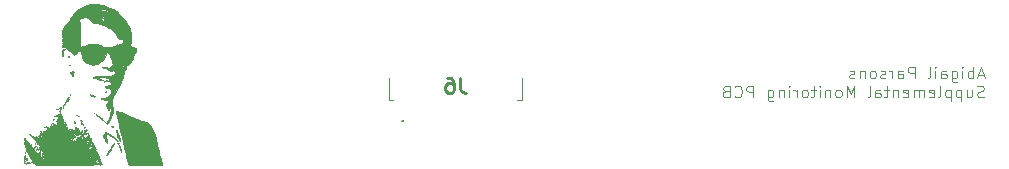
<source format=gbr>
%TF.GenerationSoftware,KiCad,Pcbnew,9.0.5*%
%TF.CreationDate,2025-10-11T15:36:00-05:00*%
%TF.ProjectId,Supplemental Monitoring PCB,53757070-6c65-46d6-956e-74616c204d6f,rev?*%
%TF.SameCoordinates,Original*%
%TF.FileFunction,Legend,Bot*%
%TF.FilePolarity,Positive*%
%FSLAX46Y46*%
G04 Gerber Fmt 4.6, Leading zero omitted, Abs format (unit mm)*
G04 Created by KiCad (PCBNEW 9.0.5) date 2025-10-11 15:36:00*
%MOMM*%
%LPD*%
G01*
G04 APERTURE LIST*
%ADD10C,0.100000*%
%ADD11C,0.254000*%
%ADD12C,0.010000*%
%ADD13C,0.200000*%
%ADD14C,0.000000*%
%ADD15C,3.200000*%
%ADD16C,1.500000*%
%ADD17C,0.850000*%
%ADD18R,0.550000X1.500000*%
G04 APERTURE END LIST*
D10*
X171143734Y-92176760D02*
X170667544Y-92176760D01*
X171238972Y-92462475D02*
X170905639Y-91462475D01*
X170905639Y-91462475D02*
X170572306Y-92462475D01*
X170238972Y-92462475D02*
X170238972Y-91462475D01*
X170238972Y-91843427D02*
X170143734Y-91795808D01*
X170143734Y-91795808D02*
X169953258Y-91795808D01*
X169953258Y-91795808D02*
X169858020Y-91843427D01*
X169858020Y-91843427D02*
X169810401Y-91891046D01*
X169810401Y-91891046D02*
X169762782Y-91986284D01*
X169762782Y-91986284D02*
X169762782Y-92271998D01*
X169762782Y-92271998D02*
X169810401Y-92367236D01*
X169810401Y-92367236D02*
X169858020Y-92414856D01*
X169858020Y-92414856D02*
X169953258Y-92462475D01*
X169953258Y-92462475D02*
X170143734Y-92462475D01*
X170143734Y-92462475D02*
X170238972Y-92414856D01*
X169334210Y-92462475D02*
X169334210Y-91795808D01*
X169334210Y-91462475D02*
X169381829Y-91510094D01*
X169381829Y-91510094D02*
X169334210Y-91557713D01*
X169334210Y-91557713D02*
X169286591Y-91510094D01*
X169286591Y-91510094D02*
X169334210Y-91462475D01*
X169334210Y-91462475D02*
X169334210Y-91557713D01*
X168429449Y-91795808D02*
X168429449Y-92605332D01*
X168429449Y-92605332D02*
X168477068Y-92700570D01*
X168477068Y-92700570D02*
X168524687Y-92748189D01*
X168524687Y-92748189D02*
X168619925Y-92795808D01*
X168619925Y-92795808D02*
X168762782Y-92795808D01*
X168762782Y-92795808D02*
X168858020Y-92748189D01*
X168429449Y-92414856D02*
X168524687Y-92462475D01*
X168524687Y-92462475D02*
X168715163Y-92462475D01*
X168715163Y-92462475D02*
X168810401Y-92414856D01*
X168810401Y-92414856D02*
X168858020Y-92367236D01*
X168858020Y-92367236D02*
X168905639Y-92271998D01*
X168905639Y-92271998D02*
X168905639Y-91986284D01*
X168905639Y-91986284D02*
X168858020Y-91891046D01*
X168858020Y-91891046D02*
X168810401Y-91843427D01*
X168810401Y-91843427D02*
X168715163Y-91795808D01*
X168715163Y-91795808D02*
X168524687Y-91795808D01*
X168524687Y-91795808D02*
X168429449Y-91843427D01*
X167524687Y-92462475D02*
X167524687Y-91938665D01*
X167524687Y-91938665D02*
X167572306Y-91843427D01*
X167572306Y-91843427D02*
X167667544Y-91795808D01*
X167667544Y-91795808D02*
X167858020Y-91795808D01*
X167858020Y-91795808D02*
X167953258Y-91843427D01*
X167524687Y-92414856D02*
X167619925Y-92462475D01*
X167619925Y-92462475D02*
X167858020Y-92462475D01*
X167858020Y-92462475D02*
X167953258Y-92414856D01*
X167953258Y-92414856D02*
X168000877Y-92319617D01*
X168000877Y-92319617D02*
X168000877Y-92224379D01*
X168000877Y-92224379D02*
X167953258Y-92129141D01*
X167953258Y-92129141D02*
X167858020Y-92081522D01*
X167858020Y-92081522D02*
X167619925Y-92081522D01*
X167619925Y-92081522D02*
X167524687Y-92033903D01*
X167048496Y-92462475D02*
X167048496Y-91795808D01*
X167048496Y-91462475D02*
X167096115Y-91510094D01*
X167096115Y-91510094D02*
X167048496Y-91557713D01*
X167048496Y-91557713D02*
X167000877Y-91510094D01*
X167000877Y-91510094D02*
X167048496Y-91462475D01*
X167048496Y-91462475D02*
X167048496Y-91557713D01*
X166429449Y-92462475D02*
X166524687Y-92414856D01*
X166524687Y-92414856D02*
X166572306Y-92319617D01*
X166572306Y-92319617D02*
X166572306Y-91462475D01*
X165286591Y-92462475D02*
X165286591Y-91462475D01*
X165286591Y-91462475D02*
X164905639Y-91462475D01*
X164905639Y-91462475D02*
X164810401Y-91510094D01*
X164810401Y-91510094D02*
X164762782Y-91557713D01*
X164762782Y-91557713D02*
X164715163Y-91652951D01*
X164715163Y-91652951D02*
X164715163Y-91795808D01*
X164715163Y-91795808D02*
X164762782Y-91891046D01*
X164762782Y-91891046D02*
X164810401Y-91938665D01*
X164810401Y-91938665D02*
X164905639Y-91986284D01*
X164905639Y-91986284D02*
X165286591Y-91986284D01*
X163858020Y-92462475D02*
X163858020Y-91938665D01*
X163858020Y-91938665D02*
X163905639Y-91843427D01*
X163905639Y-91843427D02*
X164000877Y-91795808D01*
X164000877Y-91795808D02*
X164191353Y-91795808D01*
X164191353Y-91795808D02*
X164286591Y-91843427D01*
X163858020Y-92414856D02*
X163953258Y-92462475D01*
X163953258Y-92462475D02*
X164191353Y-92462475D01*
X164191353Y-92462475D02*
X164286591Y-92414856D01*
X164286591Y-92414856D02*
X164334210Y-92319617D01*
X164334210Y-92319617D02*
X164334210Y-92224379D01*
X164334210Y-92224379D02*
X164286591Y-92129141D01*
X164286591Y-92129141D02*
X164191353Y-92081522D01*
X164191353Y-92081522D02*
X163953258Y-92081522D01*
X163953258Y-92081522D02*
X163858020Y-92033903D01*
X163381829Y-92462475D02*
X163381829Y-91795808D01*
X163381829Y-91986284D02*
X163334210Y-91891046D01*
X163334210Y-91891046D02*
X163286591Y-91843427D01*
X163286591Y-91843427D02*
X163191353Y-91795808D01*
X163191353Y-91795808D02*
X163096115Y-91795808D01*
X162810400Y-92414856D02*
X162715162Y-92462475D01*
X162715162Y-92462475D02*
X162524686Y-92462475D01*
X162524686Y-92462475D02*
X162429448Y-92414856D01*
X162429448Y-92414856D02*
X162381829Y-92319617D01*
X162381829Y-92319617D02*
X162381829Y-92271998D01*
X162381829Y-92271998D02*
X162429448Y-92176760D01*
X162429448Y-92176760D02*
X162524686Y-92129141D01*
X162524686Y-92129141D02*
X162667543Y-92129141D01*
X162667543Y-92129141D02*
X162762781Y-92081522D01*
X162762781Y-92081522D02*
X162810400Y-91986284D01*
X162810400Y-91986284D02*
X162810400Y-91938665D01*
X162810400Y-91938665D02*
X162762781Y-91843427D01*
X162762781Y-91843427D02*
X162667543Y-91795808D01*
X162667543Y-91795808D02*
X162524686Y-91795808D01*
X162524686Y-91795808D02*
X162429448Y-91843427D01*
X161810400Y-92462475D02*
X161905638Y-92414856D01*
X161905638Y-92414856D02*
X161953257Y-92367236D01*
X161953257Y-92367236D02*
X162000876Y-92271998D01*
X162000876Y-92271998D02*
X162000876Y-91986284D01*
X162000876Y-91986284D02*
X161953257Y-91891046D01*
X161953257Y-91891046D02*
X161905638Y-91843427D01*
X161905638Y-91843427D02*
X161810400Y-91795808D01*
X161810400Y-91795808D02*
X161667543Y-91795808D01*
X161667543Y-91795808D02*
X161572305Y-91843427D01*
X161572305Y-91843427D02*
X161524686Y-91891046D01*
X161524686Y-91891046D02*
X161477067Y-91986284D01*
X161477067Y-91986284D02*
X161477067Y-92271998D01*
X161477067Y-92271998D02*
X161524686Y-92367236D01*
X161524686Y-92367236D02*
X161572305Y-92414856D01*
X161572305Y-92414856D02*
X161667543Y-92462475D01*
X161667543Y-92462475D02*
X161810400Y-92462475D01*
X161048495Y-91795808D02*
X161048495Y-92462475D01*
X161048495Y-91891046D02*
X161000876Y-91843427D01*
X161000876Y-91843427D02*
X160905638Y-91795808D01*
X160905638Y-91795808D02*
X160762781Y-91795808D01*
X160762781Y-91795808D02*
X160667543Y-91843427D01*
X160667543Y-91843427D02*
X160619924Y-91938665D01*
X160619924Y-91938665D02*
X160619924Y-92462475D01*
X160191352Y-92414856D02*
X160096114Y-92462475D01*
X160096114Y-92462475D02*
X159905638Y-92462475D01*
X159905638Y-92462475D02*
X159810400Y-92414856D01*
X159810400Y-92414856D02*
X159762781Y-92319617D01*
X159762781Y-92319617D02*
X159762781Y-92271998D01*
X159762781Y-92271998D02*
X159810400Y-92176760D01*
X159810400Y-92176760D02*
X159905638Y-92129141D01*
X159905638Y-92129141D02*
X160048495Y-92129141D01*
X160048495Y-92129141D02*
X160143733Y-92081522D01*
X160143733Y-92081522D02*
X160191352Y-91986284D01*
X160191352Y-91986284D02*
X160191352Y-91938665D01*
X160191352Y-91938665D02*
X160143733Y-91843427D01*
X160143733Y-91843427D02*
X160048495Y-91795808D01*
X160048495Y-91795808D02*
X159905638Y-91795808D01*
X159905638Y-91795808D02*
X159810400Y-91843427D01*
X171143734Y-94024800D02*
X171000877Y-94072419D01*
X171000877Y-94072419D02*
X170762782Y-94072419D01*
X170762782Y-94072419D02*
X170667544Y-94024800D01*
X170667544Y-94024800D02*
X170619925Y-93977180D01*
X170619925Y-93977180D02*
X170572306Y-93881942D01*
X170572306Y-93881942D02*
X170572306Y-93786704D01*
X170572306Y-93786704D02*
X170619925Y-93691466D01*
X170619925Y-93691466D02*
X170667544Y-93643847D01*
X170667544Y-93643847D02*
X170762782Y-93596228D01*
X170762782Y-93596228D02*
X170953258Y-93548609D01*
X170953258Y-93548609D02*
X171048496Y-93500990D01*
X171048496Y-93500990D02*
X171096115Y-93453371D01*
X171096115Y-93453371D02*
X171143734Y-93358133D01*
X171143734Y-93358133D02*
X171143734Y-93262895D01*
X171143734Y-93262895D02*
X171096115Y-93167657D01*
X171096115Y-93167657D02*
X171048496Y-93120038D01*
X171048496Y-93120038D02*
X170953258Y-93072419D01*
X170953258Y-93072419D02*
X170715163Y-93072419D01*
X170715163Y-93072419D02*
X170572306Y-93120038D01*
X169715163Y-93405752D02*
X169715163Y-94072419D01*
X170143734Y-93405752D02*
X170143734Y-93929561D01*
X170143734Y-93929561D02*
X170096115Y-94024800D01*
X170096115Y-94024800D02*
X170000877Y-94072419D01*
X170000877Y-94072419D02*
X169858020Y-94072419D01*
X169858020Y-94072419D02*
X169762782Y-94024800D01*
X169762782Y-94024800D02*
X169715163Y-93977180D01*
X169238972Y-93405752D02*
X169238972Y-94405752D01*
X169238972Y-93453371D02*
X169143734Y-93405752D01*
X169143734Y-93405752D02*
X168953258Y-93405752D01*
X168953258Y-93405752D02*
X168858020Y-93453371D01*
X168858020Y-93453371D02*
X168810401Y-93500990D01*
X168810401Y-93500990D02*
X168762782Y-93596228D01*
X168762782Y-93596228D02*
X168762782Y-93881942D01*
X168762782Y-93881942D02*
X168810401Y-93977180D01*
X168810401Y-93977180D02*
X168858020Y-94024800D01*
X168858020Y-94024800D02*
X168953258Y-94072419D01*
X168953258Y-94072419D02*
X169143734Y-94072419D01*
X169143734Y-94072419D02*
X169238972Y-94024800D01*
X168334210Y-93405752D02*
X168334210Y-94405752D01*
X168334210Y-93453371D02*
X168238972Y-93405752D01*
X168238972Y-93405752D02*
X168048496Y-93405752D01*
X168048496Y-93405752D02*
X167953258Y-93453371D01*
X167953258Y-93453371D02*
X167905639Y-93500990D01*
X167905639Y-93500990D02*
X167858020Y-93596228D01*
X167858020Y-93596228D02*
X167858020Y-93881942D01*
X167858020Y-93881942D02*
X167905639Y-93977180D01*
X167905639Y-93977180D02*
X167953258Y-94024800D01*
X167953258Y-94024800D02*
X168048496Y-94072419D01*
X168048496Y-94072419D02*
X168238972Y-94072419D01*
X168238972Y-94072419D02*
X168334210Y-94024800D01*
X167286591Y-94072419D02*
X167381829Y-94024800D01*
X167381829Y-94024800D02*
X167429448Y-93929561D01*
X167429448Y-93929561D02*
X167429448Y-93072419D01*
X166524686Y-94024800D02*
X166619924Y-94072419D01*
X166619924Y-94072419D02*
X166810400Y-94072419D01*
X166810400Y-94072419D02*
X166905638Y-94024800D01*
X166905638Y-94024800D02*
X166953257Y-93929561D01*
X166953257Y-93929561D02*
X166953257Y-93548609D01*
X166953257Y-93548609D02*
X166905638Y-93453371D01*
X166905638Y-93453371D02*
X166810400Y-93405752D01*
X166810400Y-93405752D02*
X166619924Y-93405752D01*
X166619924Y-93405752D02*
X166524686Y-93453371D01*
X166524686Y-93453371D02*
X166477067Y-93548609D01*
X166477067Y-93548609D02*
X166477067Y-93643847D01*
X166477067Y-93643847D02*
X166953257Y-93739085D01*
X166048495Y-94072419D02*
X166048495Y-93405752D01*
X166048495Y-93500990D02*
X166000876Y-93453371D01*
X166000876Y-93453371D02*
X165905638Y-93405752D01*
X165905638Y-93405752D02*
X165762781Y-93405752D01*
X165762781Y-93405752D02*
X165667543Y-93453371D01*
X165667543Y-93453371D02*
X165619924Y-93548609D01*
X165619924Y-93548609D02*
X165619924Y-94072419D01*
X165619924Y-93548609D02*
X165572305Y-93453371D01*
X165572305Y-93453371D02*
X165477067Y-93405752D01*
X165477067Y-93405752D02*
X165334210Y-93405752D01*
X165334210Y-93405752D02*
X165238971Y-93453371D01*
X165238971Y-93453371D02*
X165191352Y-93548609D01*
X165191352Y-93548609D02*
X165191352Y-94072419D01*
X164334210Y-94024800D02*
X164429448Y-94072419D01*
X164429448Y-94072419D02*
X164619924Y-94072419D01*
X164619924Y-94072419D02*
X164715162Y-94024800D01*
X164715162Y-94024800D02*
X164762781Y-93929561D01*
X164762781Y-93929561D02*
X164762781Y-93548609D01*
X164762781Y-93548609D02*
X164715162Y-93453371D01*
X164715162Y-93453371D02*
X164619924Y-93405752D01*
X164619924Y-93405752D02*
X164429448Y-93405752D01*
X164429448Y-93405752D02*
X164334210Y-93453371D01*
X164334210Y-93453371D02*
X164286591Y-93548609D01*
X164286591Y-93548609D02*
X164286591Y-93643847D01*
X164286591Y-93643847D02*
X164762781Y-93739085D01*
X163858019Y-93405752D02*
X163858019Y-94072419D01*
X163858019Y-93500990D02*
X163810400Y-93453371D01*
X163810400Y-93453371D02*
X163715162Y-93405752D01*
X163715162Y-93405752D02*
X163572305Y-93405752D01*
X163572305Y-93405752D02*
X163477067Y-93453371D01*
X163477067Y-93453371D02*
X163429448Y-93548609D01*
X163429448Y-93548609D02*
X163429448Y-94072419D01*
X163096114Y-93405752D02*
X162715162Y-93405752D01*
X162953257Y-93072419D02*
X162953257Y-93929561D01*
X162953257Y-93929561D02*
X162905638Y-94024800D01*
X162905638Y-94024800D02*
X162810400Y-94072419D01*
X162810400Y-94072419D02*
X162715162Y-94072419D01*
X161953257Y-94072419D02*
X161953257Y-93548609D01*
X161953257Y-93548609D02*
X162000876Y-93453371D01*
X162000876Y-93453371D02*
X162096114Y-93405752D01*
X162096114Y-93405752D02*
X162286590Y-93405752D01*
X162286590Y-93405752D02*
X162381828Y-93453371D01*
X161953257Y-94024800D02*
X162048495Y-94072419D01*
X162048495Y-94072419D02*
X162286590Y-94072419D01*
X162286590Y-94072419D02*
X162381828Y-94024800D01*
X162381828Y-94024800D02*
X162429447Y-93929561D01*
X162429447Y-93929561D02*
X162429447Y-93834323D01*
X162429447Y-93834323D02*
X162381828Y-93739085D01*
X162381828Y-93739085D02*
X162286590Y-93691466D01*
X162286590Y-93691466D02*
X162048495Y-93691466D01*
X162048495Y-93691466D02*
X161953257Y-93643847D01*
X161334209Y-94072419D02*
X161429447Y-94024800D01*
X161429447Y-94024800D02*
X161477066Y-93929561D01*
X161477066Y-93929561D02*
X161477066Y-93072419D01*
X160191351Y-94072419D02*
X160191351Y-93072419D01*
X160191351Y-93072419D02*
X159858018Y-93786704D01*
X159858018Y-93786704D02*
X159524685Y-93072419D01*
X159524685Y-93072419D02*
X159524685Y-94072419D01*
X158905637Y-94072419D02*
X159000875Y-94024800D01*
X159000875Y-94024800D02*
X159048494Y-93977180D01*
X159048494Y-93977180D02*
X159096113Y-93881942D01*
X159096113Y-93881942D02*
X159096113Y-93596228D01*
X159096113Y-93596228D02*
X159048494Y-93500990D01*
X159048494Y-93500990D02*
X159000875Y-93453371D01*
X159000875Y-93453371D02*
X158905637Y-93405752D01*
X158905637Y-93405752D02*
X158762780Y-93405752D01*
X158762780Y-93405752D02*
X158667542Y-93453371D01*
X158667542Y-93453371D02*
X158619923Y-93500990D01*
X158619923Y-93500990D02*
X158572304Y-93596228D01*
X158572304Y-93596228D02*
X158572304Y-93881942D01*
X158572304Y-93881942D02*
X158619923Y-93977180D01*
X158619923Y-93977180D02*
X158667542Y-94024800D01*
X158667542Y-94024800D02*
X158762780Y-94072419D01*
X158762780Y-94072419D02*
X158905637Y-94072419D01*
X158143732Y-93405752D02*
X158143732Y-94072419D01*
X158143732Y-93500990D02*
X158096113Y-93453371D01*
X158096113Y-93453371D02*
X158000875Y-93405752D01*
X158000875Y-93405752D02*
X157858018Y-93405752D01*
X157858018Y-93405752D02*
X157762780Y-93453371D01*
X157762780Y-93453371D02*
X157715161Y-93548609D01*
X157715161Y-93548609D02*
X157715161Y-94072419D01*
X157238970Y-94072419D02*
X157238970Y-93405752D01*
X157238970Y-93072419D02*
X157286589Y-93120038D01*
X157286589Y-93120038D02*
X157238970Y-93167657D01*
X157238970Y-93167657D02*
X157191351Y-93120038D01*
X157191351Y-93120038D02*
X157238970Y-93072419D01*
X157238970Y-93072419D02*
X157238970Y-93167657D01*
X156905637Y-93405752D02*
X156524685Y-93405752D01*
X156762780Y-93072419D02*
X156762780Y-93929561D01*
X156762780Y-93929561D02*
X156715161Y-94024800D01*
X156715161Y-94024800D02*
X156619923Y-94072419D01*
X156619923Y-94072419D02*
X156524685Y-94072419D01*
X156048494Y-94072419D02*
X156143732Y-94024800D01*
X156143732Y-94024800D02*
X156191351Y-93977180D01*
X156191351Y-93977180D02*
X156238970Y-93881942D01*
X156238970Y-93881942D02*
X156238970Y-93596228D01*
X156238970Y-93596228D02*
X156191351Y-93500990D01*
X156191351Y-93500990D02*
X156143732Y-93453371D01*
X156143732Y-93453371D02*
X156048494Y-93405752D01*
X156048494Y-93405752D02*
X155905637Y-93405752D01*
X155905637Y-93405752D02*
X155810399Y-93453371D01*
X155810399Y-93453371D02*
X155762780Y-93500990D01*
X155762780Y-93500990D02*
X155715161Y-93596228D01*
X155715161Y-93596228D02*
X155715161Y-93881942D01*
X155715161Y-93881942D02*
X155762780Y-93977180D01*
X155762780Y-93977180D02*
X155810399Y-94024800D01*
X155810399Y-94024800D02*
X155905637Y-94072419D01*
X155905637Y-94072419D02*
X156048494Y-94072419D01*
X155286589Y-94072419D02*
X155286589Y-93405752D01*
X155286589Y-93596228D02*
X155238970Y-93500990D01*
X155238970Y-93500990D02*
X155191351Y-93453371D01*
X155191351Y-93453371D02*
X155096113Y-93405752D01*
X155096113Y-93405752D02*
X155000875Y-93405752D01*
X154667541Y-94072419D02*
X154667541Y-93405752D01*
X154667541Y-93072419D02*
X154715160Y-93120038D01*
X154715160Y-93120038D02*
X154667541Y-93167657D01*
X154667541Y-93167657D02*
X154619922Y-93120038D01*
X154619922Y-93120038D02*
X154667541Y-93072419D01*
X154667541Y-93072419D02*
X154667541Y-93167657D01*
X154191351Y-93405752D02*
X154191351Y-94072419D01*
X154191351Y-93500990D02*
X154143732Y-93453371D01*
X154143732Y-93453371D02*
X154048494Y-93405752D01*
X154048494Y-93405752D02*
X153905637Y-93405752D01*
X153905637Y-93405752D02*
X153810399Y-93453371D01*
X153810399Y-93453371D02*
X153762780Y-93548609D01*
X153762780Y-93548609D02*
X153762780Y-94072419D01*
X152858018Y-93405752D02*
X152858018Y-94215276D01*
X152858018Y-94215276D02*
X152905637Y-94310514D01*
X152905637Y-94310514D02*
X152953256Y-94358133D01*
X152953256Y-94358133D02*
X153048494Y-94405752D01*
X153048494Y-94405752D02*
X153191351Y-94405752D01*
X153191351Y-94405752D02*
X153286589Y-94358133D01*
X152858018Y-94024800D02*
X152953256Y-94072419D01*
X152953256Y-94072419D02*
X153143732Y-94072419D01*
X153143732Y-94072419D02*
X153238970Y-94024800D01*
X153238970Y-94024800D02*
X153286589Y-93977180D01*
X153286589Y-93977180D02*
X153334208Y-93881942D01*
X153334208Y-93881942D02*
X153334208Y-93596228D01*
X153334208Y-93596228D02*
X153286589Y-93500990D01*
X153286589Y-93500990D02*
X153238970Y-93453371D01*
X153238970Y-93453371D02*
X153143732Y-93405752D01*
X153143732Y-93405752D02*
X152953256Y-93405752D01*
X152953256Y-93405752D02*
X152858018Y-93453371D01*
X151619922Y-94072419D02*
X151619922Y-93072419D01*
X151619922Y-93072419D02*
X151238970Y-93072419D01*
X151238970Y-93072419D02*
X151143732Y-93120038D01*
X151143732Y-93120038D02*
X151096113Y-93167657D01*
X151096113Y-93167657D02*
X151048494Y-93262895D01*
X151048494Y-93262895D02*
X151048494Y-93405752D01*
X151048494Y-93405752D02*
X151096113Y-93500990D01*
X151096113Y-93500990D02*
X151143732Y-93548609D01*
X151143732Y-93548609D02*
X151238970Y-93596228D01*
X151238970Y-93596228D02*
X151619922Y-93596228D01*
X150048494Y-93977180D02*
X150096113Y-94024800D01*
X150096113Y-94024800D02*
X150238970Y-94072419D01*
X150238970Y-94072419D02*
X150334208Y-94072419D01*
X150334208Y-94072419D02*
X150477065Y-94024800D01*
X150477065Y-94024800D02*
X150572303Y-93929561D01*
X150572303Y-93929561D02*
X150619922Y-93834323D01*
X150619922Y-93834323D02*
X150667541Y-93643847D01*
X150667541Y-93643847D02*
X150667541Y-93500990D01*
X150667541Y-93500990D02*
X150619922Y-93310514D01*
X150619922Y-93310514D02*
X150572303Y-93215276D01*
X150572303Y-93215276D02*
X150477065Y-93120038D01*
X150477065Y-93120038D02*
X150334208Y-93072419D01*
X150334208Y-93072419D02*
X150238970Y-93072419D01*
X150238970Y-93072419D02*
X150096113Y-93120038D01*
X150096113Y-93120038D02*
X150048494Y-93167657D01*
X149286589Y-93548609D02*
X149143732Y-93596228D01*
X149143732Y-93596228D02*
X149096113Y-93643847D01*
X149096113Y-93643847D02*
X149048494Y-93739085D01*
X149048494Y-93739085D02*
X149048494Y-93881942D01*
X149048494Y-93881942D02*
X149096113Y-93977180D01*
X149096113Y-93977180D02*
X149143732Y-94024800D01*
X149143732Y-94024800D02*
X149238970Y-94072419D01*
X149238970Y-94072419D02*
X149619922Y-94072419D01*
X149619922Y-94072419D02*
X149619922Y-93072419D01*
X149619922Y-93072419D02*
X149286589Y-93072419D01*
X149286589Y-93072419D02*
X149191351Y-93120038D01*
X149191351Y-93120038D02*
X149143732Y-93167657D01*
X149143732Y-93167657D02*
X149096113Y-93262895D01*
X149096113Y-93262895D02*
X149096113Y-93358133D01*
X149096113Y-93358133D02*
X149143732Y-93453371D01*
X149143732Y-93453371D02*
X149191351Y-93500990D01*
X149191351Y-93500990D02*
X149286589Y-93548609D01*
X149286589Y-93548609D02*
X149619922Y-93548609D01*
D11*
X126823332Y-92404318D02*
X126823332Y-93311461D01*
X126823332Y-93311461D02*
X126883809Y-93492889D01*
X126883809Y-93492889D02*
X127004761Y-93613842D01*
X127004761Y-93613842D02*
X127186190Y-93674318D01*
X127186190Y-93674318D02*
X127307142Y-93674318D01*
X125674285Y-92404318D02*
X125916190Y-92404318D01*
X125916190Y-92404318D02*
X126037142Y-92464794D01*
X126037142Y-92464794D02*
X126097618Y-92525270D01*
X126097618Y-92525270D02*
X126218571Y-92706699D01*
X126218571Y-92706699D02*
X126279047Y-92948603D01*
X126279047Y-92948603D02*
X126279047Y-93432413D01*
X126279047Y-93432413D02*
X126218571Y-93553365D01*
X126218571Y-93553365D02*
X126158094Y-93613842D01*
X126158094Y-93613842D02*
X126037142Y-93674318D01*
X126037142Y-93674318D02*
X125795237Y-93674318D01*
X125795237Y-93674318D02*
X125674285Y-93613842D01*
X125674285Y-93613842D02*
X125613809Y-93553365D01*
X125613809Y-93553365D02*
X125553332Y-93432413D01*
X125553332Y-93432413D02*
X125553332Y-93130032D01*
X125553332Y-93130032D02*
X125613809Y-93009080D01*
X125613809Y-93009080D02*
X125674285Y-92948603D01*
X125674285Y-92948603D02*
X125795237Y-92888127D01*
X125795237Y-92888127D02*
X126037142Y-92888127D01*
X126037142Y-92888127D02*
X126158094Y-92948603D01*
X126158094Y-92948603D02*
X126218571Y-93009080D01*
X126218571Y-93009080D02*
X126279047Y-93130032D01*
D12*
%TO.C,LOGO2*%
X90793429Y-98261000D02*
X90775286Y-98279143D01*
X90757143Y-98261000D01*
X90775286Y-98242857D01*
X90793429Y-98261000D01*
G36*
X90793429Y-98261000D02*
G01*
X90775286Y-98279143D01*
X90757143Y-98261000D01*
X90775286Y-98242857D01*
X90793429Y-98261000D01*
G37*
X90829715Y-97970715D02*
X90811572Y-97988857D01*
X90793429Y-97970715D01*
X90811572Y-97952572D01*
X90829715Y-97970715D01*
G36*
X90829715Y-97970715D02*
G01*
X90811572Y-97988857D01*
X90793429Y-97970715D01*
X90811572Y-97952572D01*
X90829715Y-97970715D01*
G37*
X90866000Y-98188429D02*
X90847857Y-98206572D01*
X90829715Y-98188429D01*
X90847857Y-98170286D01*
X90866000Y-98188429D01*
G36*
X90866000Y-98188429D02*
G01*
X90847857Y-98206572D01*
X90829715Y-98188429D01*
X90847857Y-98170286D01*
X90866000Y-98188429D01*
G37*
X90938572Y-97390143D02*
X90920429Y-97408286D01*
X90902286Y-97390143D01*
X90920429Y-97372000D01*
X90938572Y-97390143D01*
G36*
X90938572Y-97390143D02*
G01*
X90920429Y-97408286D01*
X90902286Y-97390143D01*
X90920429Y-97372000D01*
X90938572Y-97390143D01*
G37*
X90938572Y-98478715D02*
X90920429Y-98496857D01*
X90902286Y-98478715D01*
X90920429Y-98460572D01*
X90938572Y-98478715D01*
G36*
X90938572Y-98478715D02*
G01*
X90920429Y-98496857D01*
X90902286Y-98478715D01*
X90920429Y-98460572D01*
X90938572Y-98478715D01*
G37*
X91011143Y-98007000D02*
X90993000Y-98025143D01*
X90974857Y-98007000D01*
X90993000Y-97988857D01*
X91011143Y-98007000D01*
G36*
X91011143Y-98007000D02*
G01*
X90993000Y-98025143D01*
X90974857Y-98007000D01*
X90993000Y-97988857D01*
X91011143Y-98007000D01*
G37*
X92172286Y-96374143D02*
X92154143Y-96392286D01*
X92136000Y-96374143D01*
X92154143Y-96356000D01*
X92172286Y-96374143D01*
G36*
X92172286Y-96374143D02*
G01*
X92154143Y-96392286D01*
X92136000Y-96374143D01*
X92154143Y-96356000D01*
X92172286Y-96374143D01*
G37*
X92390000Y-95938715D02*
X92371857Y-95956858D01*
X92353714Y-95938715D01*
X92371857Y-95920572D01*
X92390000Y-95938715D01*
G36*
X92390000Y-95938715D02*
G01*
X92371857Y-95956858D01*
X92353714Y-95938715D01*
X92371857Y-95920572D01*
X92390000Y-95938715D01*
G37*
X92644000Y-95067858D02*
X92625857Y-95086000D01*
X92607714Y-95067858D01*
X92625857Y-95049715D01*
X92644000Y-95067858D01*
G36*
X92644000Y-95067858D02*
G01*
X92625857Y-95086000D01*
X92607714Y-95067858D01*
X92625857Y-95049715D01*
X92644000Y-95067858D01*
G37*
X93188286Y-94777572D02*
X93170143Y-94795715D01*
X93152000Y-94777572D01*
X93170143Y-94759429D01*
X93188286Y-94777572D01*
G36*
X93188286Y-94777572D02*
G01*
X93170143Y-94795715D01*
X93152000Y-94777572D01*
X93170143Y-94759429D01*
X93188286Y-94777572D01*
G37*
X93188286Y-94922715D02*
X93170143Y-94940858D01*
X93152000Y-94922715D01*
X93170143Y-94904572D01*
X93188286Y-94922715D01*
G36*
X93188286Y-94922715D02*
G01*
X93170143Y-94940858D01*
X93152000Y-94922715D01*
X93170143Y-94904572D01*
X93188286Y-94922715D01*
G37*
X93369714Y-96483000D02*
X93351572Y-96501143D01*
X93333429Y-96483000D01*
X93351572Y-96464858D01*
X93369714Y-96483000D01*
G36*
X93369714Y-96483000D02*
G01*
X93351572Y-96501143D01*
X93333429Y-96483000D01*
X93351572Y-96464858D01*
X93369714Y-96483000D01*
G37*
X93696286Y-94197000D02*
X93678143Y-94215143D01*
X93660000Y-94197000D01*
X93678143Y-94178857D01*
X93696286Y-94197000D01*
G36*
X93696286Y-94197000D02*
G01*
X93678143Y-94215143D01*
X93660000Y-94197000D01*
X93678143Y-94178857D01*
X93696286Y-94197000D01*
G37*
X93805143Y-93834143D02*
X93787000Y-93852286D01*
X93768857Y-93834143D01*
X93787000Y-93816000D01*
X93805143Y-93834143D01*
G36*
X93805143Y-93834143D02*
G01*
X93787000Y-93852286D01*
X93768857Y-93834143D01*
X93787000Y-93816000D01*
X93805143Y-93834143D01*
G37*
X94131715Y-96120143D02*
X94113572Y-96138286D01*
X94095429Y-96120143D01*
X94113572Y-96102000D01*
X94131715Y-96120143D01*
G36*
X94131715Y-96120143D02*
G01*
X94113572Y-96138286D01*
X94095429Y-96120143D01*
X94113572Y-96102000D01*
X94131715Y-96120143D01*
G37*
X94494572Y-95648429D02*
X94476429Y-95666572D01*
X94458286Y-95648429D01*
X94476429Y-95630286D01*
X94494572Y-95648429D01*
G36*
X94494572Y-95648429D02*
G01*
X94476429Y-95666572D01*
X94458286Y-95648429D01*
X94476429Y-95630286D01*
X94494572Y-95648429D01*
G37*
X94639715Y-97317572D02*
X94621572Y-97335715D01*
X94603429Y-97317572D01*
X94621572Y-97299429D01*
X94639715Y-97317572D01*
G36*
X94639715Y-97317572D02*
G01*
X94621572Y-97335715D01*
X94603429Y-97317572D01*
X94621572Y-97299429D01*
X94639715Y-97317572D01*
G37*
X94676000Y-97099857D02*
X94657857Y-97118000D01*
X94639715Y-97099857D01*
X94657857Y-97081715D01*
X94676000Y-97099857D01*
G36*
X94676000Y-97099857D02*
G01*
X94657857Y-97118000D01*
X94639715Y-97099857D01*
X94657857Y-97081715D01*
X94676000Y-97099857D01*
G37*
X94748572Y-96265286D02*
X94730429Y-96283429D01*
X94712286Y-96265286D01*
X94730429Y-96247143D01*
X94748572Y-96265286D01*
G36*
X94748572Y-96265286D02*
G01*
X94730429Y-96283429D01*
X94712286Y-96265286D01*
X94730429Y-96247143D01*
X94748572Y-96265286D01*
G37*
X94966286Y-96664429D02*
X94948143Y-96682572D01*
X94930000Y-96664429D01*
X94948143Y-96646286D01*
X94966286Y-96664429D01*
G36*
X94966286Y-96664429D02*
G01*
X94948143Y-96682572D01*
X94930000Y-96664429D01*
X94948143Y-96646286D01*
X94966286Y-96664429D01*
G37*
X95546857Y-98333572D02*
X95528715Y-98351715D01*
X95510572Y-98333572D01*
X95528715Y-98315429D01*
X95546857Y-98333572D01*
G36*
X95546857Y-98333572D02*
G01*
X95528715Y-98351715D01*
X95510572Y-98333572D01*
X95528715Y-98315429D01*
X95546857Y-98333572D01*
G37*
X95837143Y-95394429D02*
X95819000Y-95412572D01*
X95800857Y-95394429D01*
X95819000Y-95376286D01*
X95837143Y-95394429D01*
G36*
X95837143Y-95394429D02*
G01*
X95819000Y-95412572D01*
X95800857Y-95394429D01*
X95819000Y-95376286D01*
X95837143Y-95394429D01*
G37*
X96708000Y-86903572D02*
X96689857Y-86921715D01*
X96671715Y-86903572D01*
X96689857Y-86885429D01*
X96708000Y-86903572D01*
G36*
X96708000Y-86903572D02*
G01*
X96689857Y-86921715D01*
X96671715Y-86903572D01*
X96689857Y-86885429D01*
X96708000Y-86903572D01*
G37*
X89946762Y-97529238D02*
X89952439Y-97540153D01*
X89922572Y-97553429D01*
X89903362Y-97550810D01*
X89898381Y-97529238D01*
X89903699Y-97524896D01*
X89946762Y-97529238D01*
G36*
X89946762Y-97529238D02*
G01*
X89952439Y-97540153D01*
X89922572Y-97553429D01*
X89903362Y-97550810D01*
X89898381Y-97529238D01*
X89903699Y-97524896D01*
X89946762Y-97529238D01*
G37*
X89922572Y-99222572D02*
X89919953Y-99241781D01*
X89898381Y-99246762D01*
X89894038Y-99241444D01*
X89898381Y-99198381D01*
X89909295Y-99192705D01*
X89922572Y-99222572D01*
G36*
X89922572Y-99222572D02*
G01*
X89919953Y-99241781D01*
X89898381Y-99246762D01*
X89894038Y-99241444D01*
X89898381Y-99198381D01*
X89909295Y-99192705D01*
X89922572Y-99222572D01*
G37*
X89922572Y-99440286D02*
X89919953Y-99459496D01*
X89898381Y-99464477D01*
X89894038Y-99459158D01*
X89898381Y-99416096D01*
X89909295Y-99410419D01*
X89922572Y-99440286D01*
G36*
X89922572Y-99440286D02*
G01*
X89919953Y-99459496D01*
X89898381Y-99464477D01*
X89894038Y-99459158D01*
X89898381Y-99416096D01*
X89909295Y-99410419D01*
X89922572Y-99440286D01*
G37*
X89922572Y-99585429D02*
X89919953Y-99604638D01*
X89898381Y-99609619D01*
X89894038Y-99604301D01*
X89898381Y-99561238D01*
X89909295Y-99555562D01*
X89922572Y-99585429D01*
G36*
X89922572Y-99585429D02*
G01*
X89919953Y-99604638D01*
X89898381Y-99609619D01*
X89894038Y-99604301D01*
X89898381Y-99561238D01*
X89909295Y-99555562D01*
X89922572Y-99585429D01*
G37*
X89995143Y-98750857D02*
X89992524Y-98770067D01*
X89970953Y-98775048D01*
X89966610Y-98769730D01*
X89970953Y-98726667D01*
X89981867Y-98720990D01*
X89995143Y-98750857D01*
G36*
X89995143Y-98750857D02*
G01*
X89992524Y-98770067D01*
X89970953Y-98775048D01*
X89966610Y-98769730D01*
X89970953Y-98726667D01*
X89981867Y-98720990D01*
X89995143Y-98750857D01*
G37*
X91615905Y-96549524D02*
X91621582Y-96560438D01*
X91591715Y-96573715D01*
X91572505Y-96571096D01*
X91567524Y-96549524D01*
X91572842Y-96545181D01*
X91615905Y-96549524D01*
G36*
X91615905Y-96549524D02*
G01*
X91621582Y-96560438D01*
X91591715Y-96573715D01*
X91572505Y-96571096D01*
X91567524Y-96549524D01*
X91572842Y-96545181D01*
X91615905Y-96549524D01*
G37*
X92469375Y-95641785D02*
X92486171Y-95654845D01*
X92447453Y-95663707D01*
X92410649Y-95661141D01*
X92399828Y-95644649D01*
X92412665Y-95637459D01*
X92469375Y-95641785D01*
G36*
X92469375Y-95641785D02*
G01*
X92486171Y-95654845D01*
X92447453Y-95663707D01*
X92410649Y-95661141D01*
X92399828Y-95644649D01*
X92412665Y-95637459D01*
X92469375Y-95641785D01*
G37*
X92934286Y-95340000D02*
X92931667Y-95359210D01*
X92910095Y-95364191D01*
X92905753Y-95358873D01*
X92910095Y-95315810D01*
X92921010Y-95310133D01*
X92934286Y-95340000D01*
G36*
X92934286Y-95340000D02*
G01*
X92931667Y-95359210D01*
X92910095Y-95364191D01*
X92905753Y-95358873D01*
X92910095Y-95315810D01*
X92921010Y-95310133D01*
X92934286Y-95340000D01*
G37*
X93775661Y-91323785D02*
X93792456Y-91336845D01*
X93753738Y-91345707D01*
X93716935Y-91343141D01*
X93706113Y-91326649D01*
X93718951Y-91319459D01*
X93775661Y-91323785D01*
G36*
X93775661Y-91323785D02*
G01*
X93792456Y-91336845D01*
X93753738Y-91345707D01*
X93716935Y-91343141D01*
X93706113Y-91326649D01*
X93718951Y-91319459D01*
X93775661Y-91323785D01*
G37*
X94174804Y-96839213D02*
X94191599Y-96852274D01*
X94152881Y-96861136D01*
X94116078Y-96858570D01*
X94105256Y-96842078D01*
X94118094Y-96834887D01*
X94174804Y-96839213D01*
G36*
X94174804Y-96839213D02*
G01*
X94191599Y-96852274D01*
X94152881Y-96861136D01*
X94116078Y-96858570D01*
X94105256Y-96842078D01*
X94118094Y-96834887D01*
X94174804Y-96839213D01*
G37*
X94155905Y-96186667D02*
X94161582Y-96197581D01*
X94131715Y-96210858D01*
X94112505Y-96208239D01*
X94107524Y-96186667D01*
X94112842Y-96182324D01*
X94155905Y-96186667D01*
G36*
X94155905Y-96186667D02*
G01*
X94161582Y-96197581D01*
X94131715Y-96210858D01*
X94112505Y-96208239D01*
X94107524Y-96186667D01*
X94112842Y-96182324D01*
X94155905Y-96186667D01*
G37*
X94358500Y-95569969D02*
X94364655Y-95582569D01*
X94313143Y-95588271D01*
X94263228Y-95583213D01*
X94267786Y-95569969D01*
X94284211Y-95565176D01*
X94358500Y-95569969D01*
G36*
X94358500Y-95569969D02*
G01*
X94364655Y-95582569D01*
X94313143Y-95588271D01*
X94263228Y-95583213D01*
X94267786Y-95569969D01*
X94284211Y-95565176D01*
X94358500Y-95569969D01*
G37*
X94736476Y-97202667D02*
X94742153Y-97213581D01*
X94712286Y-97226857D01*
X94693076Y-97224239D01*
X94688095Y-97202667D01*
X94693414Y-97198324D01*
X94736476Y-97202667D01*
G36*
X94736476Y-97202667D02*
G01*
X94742153Y-97213581D01*
X94712286Y-97226857D01*
X94693076Y-97224239D01*
X94688095Y-97202667D01*
X94693414Y-97198324D01*
X94736476Y-97202667D01*
G37*
X94821143Y-96827715D02*
X94818524Y-96846924D01*
X94796953Y-96851905D01*
X94792610Y-96846587D01*
X94796953Y-96803524D01*
X94807867Y-96797847D01*
X94821143Y-96827715D01*
G36*
X94821143Y-96827715D02*
G01*
X94818524Y-96846924D01*
X94796953Y-96851905D01*
X94792610Y-96846587D01*
X94796953Y-96803524D01*
X94807867Y-96797847D01*
X94821143Y-96827715D01*
G37*
X94954191Y-97420381D02*
X94959867Y-97431295D01*
X94930000Y-97444572D01*
X94910791Y-97441953D01*
X94905810Y-97420381D01*
X94911128Y-97416039D01*
X94954191Y-97420381D01*
G36*
X94954191Y-97420381D02*
G01*
X94959867Y-97431295D01*
X94930000Y-97444572D01*
X94910791Y-97441953D01*
X94905810Y-97420381D01*
X94911128Y-97416039D01*
X94954191Y-97420381D01*
G37*
X95002572Y-96573715D02*
X94999953Y-96592924D01*
X94978381Y-96597905D01*
X94974038Y-96592587D01*
X94978381Y-96549524D01*
X94989295Y-96543847D01*
X95002572Y-96573715D01*
G36*
X95002572Y-96573715D02*
G01*
X94999953Y-96592924D01*
X94978381Y-96597905D01*
X94974038Y-96592587D01*
X94978381Y-96549524D01*
X94989295Y-96543847D01*
X95002572Y-96573715D01*
G37*
X95280762Y-97093810D02*
X95286439Y-97104724D01*
X95256572Y-97118000D01*
X95237362Y-97115382D01*
X95232381Y-97093810D01*
X95237699Y-97089467D01*
X95280762Y-97093810D01*
G36*
X95280762Y-97093810D02*
G01*
X95286439Y-97104724D01*
X95256572Y-97118000D01*
X95237362Y-97115382D01*
X95232381Y-97093810D01*
X95237699Y-97089467D01*
X95280762Y-97093810D01*
G37*
X96115334Y-99452381D02*
X96121010Y-99463295D01*
X96091143Y-99476572D01*
X96071934Y-99473953D01*
X96066953Y-99452381D01*
X96072271Y-99448039D01*
X96115334Y-99452381D01*
G36*
X96115334Y-99452381D02*
G01*
X96121010Y-99463295D01*
X96091143Y-99476572D01*
X96071934Y-99473953D01*
X96066953Y-99452381D01*
X96072271Y-99448039D01*
X96115334Y-99452381D01*
G37*
X96695905Y-92703238D02*
X96701582Y-92714153D01*
X96671715Y-92727429D01*
X96652505Y-92724810D01*
X96647524Y-92703238D01*
X96652842Y-92698896D01*
X96695905Y-92703238D01*
G36*
X96695905Y-92703238D02*
G01*
X96701582Y-92714153D01*
X96671715Y-92727429D01*
X96652505Y-92724810D01*
X96647524Y-92703238D01*
X96652842Y-92698896D01*
X96695905Y-92703238D01*
G37*
X98147334Y-91433238D02*
X98153010Y-91444153D01*
X98123143Y-91457429D01*
X98103934Y-91454810D01*
X98098953Y-91433238D01*
X98104271Y-91428896D01*
X98147334Y-91433238D01*
G36*
X98147334Y-91433238D02*
G01*
X98153010Y-91444153D01*
X98123143Y-91457429D01*
X98103934Y-91454810D01*
X98098953Y-91433238D01*
X98104271Y-91428896D01*
X98147334Y-91433238D01*
G37*
X91204615Y-98307619D02*
X91209165Y-98354222D01*
X91199664Y-98368141D01*
X91168244Y-98383857D01*
X91156286Y-98331430D01*
X91161608Y-98305535D01*
X91193164Y-98297652D01*
X91204615Y-98307619D01*
G36*
X91204615Y-98307619D02*
G01*
X91209165Y-98354222D01*
X91199664Y-98368141D01*
X91168244Y-98383857D01*
X91156286Y-98331430D01*
X91161608Y-98305535D01*
X91193164Y-98297652D01*
X91204615Y-98307619D01*
G37*
X91245116Y-97104155D02*
X91272966Y-97116721D01*
X91301429Y-97140025D01*
X91291372Y-97153543D01*
X91249781Y-97148496D01*
X91210971Y-97118416D01*
X91207659Y-97101619D01*
X91245116Y-97104155D01*
G36*
X91245116Y-97104155D02*
G01*
X91272966Y-97116721D01*
X91301429Y-97140025D01*
X91291372Y-97153543D01*
X91249781Y-97148496D01*
X91210971Y-97118416D01*
X91207659Y-97101619D01*
X91245116Y-97104155D01*
G37*
X93246179Y-94681251D02*
X93234978Y-94697370D01*
X93204287Y-94723143D01*
X93199215Y-94722790D01*
X93191224Y-94701786D01*
X93230178Y-94665250D01*
X93250456Y-94656421D01*
X93246179Y-94681251D01*
G36*
X93246179Y-94681251D02*
G01*
X93234978Y-94697370D01*
X93204287Y-94723143D01*
X93199215Y-94722790D01*
X93191224Y-94701786D01*
X93230178Y-94665250D01*
X93250456Y-94656421D01*
X93246179Y-94681251D01*
G37*
X94762611Y-96095361D02*
X94765224Y-96110178D01*
X94728833Y-96126191D01*
X94715425Y-96125975D01*
X94678091Y-96115192D01*
X94709779Y-96085407D01*
X94720537Y-96080642D01*
X94762611Y-96095361D01*
G36*
X94762611Y-96095361D02*
G01*
X94765224Y-96110178D01*
X94728833Y-96126191D01*
X94715425Y-96125975D01*
X94678091Y-96115192D01*
X94709779Y-96085407D01*
X94720537Y-96080642D01*
X94762611Y-96095361D01*
G37*
X89974288Y-98986588D02*
X89991809Y-99026143D01*
X89949786Y-99095723D01*
X89910026Y-99137490D01*
X89889785Y-99134185D01*
X89886286Y-99065334D01*
X89896737Y-99011863D01*
X89940715Y-98980667D01*
X89974288Y-98986588D01*
G36*
X89974288Y-98986588D02*
G01*
X89991809Y-99026143D01*
X89949786Y-99095723D01*
X89910026Y-99137490D01*
X89889785Y-99134185D01*
X89886286Y-99065334D01*
X89896737Y-99011863D01*
X89940715Y-98980667D01*
X89974288Y-98986588D01*
G37*
X90059951Y-99627731D02*
X90067715Y-99676143D01*
X90063755Y-99701165D01*
X90032568Y-99730572D01*
X90017553Y-99722867D01*
X90018307Y-99676143D01*
X90030057Y-99650088D01*
X90053454Y-99621715D01*
X90059951Y-99627731D01*
G36*
X90059951Y-99627731D02*
G01*
X90067715Y-99676143D01*
X90063755Y-99701165D01*
X90032568Y-99730572D01*
X90017553Y-99722867D01*
X90018307Y-99676143D01*
X90030057Y-99650088D01*
X90053454Y-99621715D01*
X90059951Y-99627731D01*
G37*
X90112673Y-99296198D02*
X90140286Y-99331429D01*
X90139232Y-99340102D01*
X90104000Y-99367715D01*
X90095327Y-99366660D01*
X90067715Y-99331429D01*
X90068769Y-99322756D01*
X90104000Y-99295143D01*
X90112673Y-99296198D01*
G36*
X90112673Y-99296198D02*
G01*
X90140286Y-99331429D01*
X90139232Y-99340102D01*
X90104000Y-99367715D01*
X90095327Y-99366660D01*
X90067715Y-99331429D01*
X90068769Y-99322756D01*
X90104000Y-99295143D01*
X90112673Y-99296198D01*
G37*
X90991550Y-98285284D02*
X91011143Y-98333572D01*
X91007049Y-98358610D01*
X90974857Y-98388000D01*
X90958165Y-98381860D01*
X90938572Y-98333572D01*
X90942665Y-98308533D01*
X90974857Y-98279143D01*
X90991550Y-98285284D01*
G36*
X90991550Y-98285284D02*
G01*
X91011143Y-98333572D01*
X91007049Y-98358610D01*
X90974857Y-98388000D01*
X90958165Y-98381860D01*
X90938572Y-98333572D01*
X90942665Y-98308533D01*
X90974857Y-98279143D01*
X90991550Y-98285284D01*
G37*
X91056102Y-97481912D02*
X91083715Y-97517143D01*
X91082660Y-97525816D01*
X91047429Y-97553429D01*
X91038756Y-97552375D01*
X91011143Y-97517143D01*
X91012197Y-97508470D01*
X91047429Y-97480857D01*
X91056102Y-97481912D01*
G36*
X91056102Y-97481912D02*
G01*
X91083715Y-97517143D01*
X91082660Y-97525816D01*
X91047429Y-97553429D01*
X91038756Y-97552375D01*
X91011143Y-97517143D01*
X91012197Y-97508470D01*
X91047429Y-97480857D01*
X91056102Y-97481912D01*
G37*
X91120000Y-98458430D02*
X91118606Y-98468963D01*
X91083715Y-98496857D01*
X91075503Y-98496441D01*
X91047429Y-98480856D01*
X91049099Y-98475036D01*
X91083715Y-98442429D01*
X91097770Y-98436759D01*
X91120000Y-98458430D01*
G36*
X91120000Y-98458430D02*
G01*
X91118606Y-98468963D01*
X91083715Y-98496857D01*
X91075503Y-98496441D01*
X91047429Y-98480856D01*
X91049099Y-98475036D01*
X91083715Y-98442429D01*
X91097770Y-98436759D01*
X91120000Y-98458430D01*
G37*
X91308179Y-96904727D02*
X91337715Y-96936572D01*
X91336737Y-96945181D01*
X91303570Y-96972857D01*
X91293390Y-96971473D01*
X91247000Y-96936572D01*
X91243587Y-96917877D01*
X91281144Y-96900286D01*
X91308179Y-96904727D01*
G36*
X91308179Y-96904727D02*
G01*
X91337715Y-96936572D01*
X91336737Y-96945181D01*
X91303570Y-96972857D01*
X91293390Y-96971473D01*
X91247000Y-96936572D01*
X91243587Y-96917877D01*
X91281144Y-96900286D01*
X91308179Y-96904727D01*
G37*
X91301429Y-98512859D02*
X91296988Y-98539894D01*
X91265143Y-98569429D01*
X91256534Y-98568452D01*
X91228857Y-98535285D01*
X91230241Y-98525104D01*
X91265143Y-98478715D01*
X91283838Y-98475301D01*
X91301429Y-98512859D01*
G36*
X91301429Y-98512859D02*
G01*
X91296988Y-98539894D01*
X91265143Y-98569429D01*
X91256534Y-98568452D01*
X91228857Y-98535285D01*
X91230241Y-98525104D01*
X91265143Y-98478715D01*
X91283838Y-98475301D01*
X91301429Y-98512859D01*
G37*
X91420196Y-98812713D02*
X91446572Y-98861856D01*
X91445533Y-98869957D01*
X91410286Y-98896000D01*
X91392945Y-98889077D01*
X91374000Y-98839430D01*
X91379222Y-98813512D01*
X91410286Y-98805286D01*
X91420196Y-98812713D01*
G36*
X91420196Y-98812713D02*
G01*
X91446572Y-98861856D01*
X91445533Y-98869957D01*
X91410286Y-98896000D01*
X91392945Y-98889077D01*
X91374000Y-98839430D01*
X91379222Y-98813512D01*
X91410286Y-98805286D01*
X91420196Y-98812713D01*
G37*
X92934286Y-95192716D02*
X92932892Y-95203248D01*
X92898000Y-95231143D01*
X92889788Y-95230727D01*
X92861714Y-95215142D01*
X92863384Y-95209321D01*
X92898000Y-95176715D01*
X92912056Y-95171045D01*
X92934286Y-95192716D01*
G36*
X92934286Y-95192716D02*
G01*
X92932892Y-95203248D01*
X92898000Y-95231143D01*
X92889788Y-95230727D01*
X92861714Y-95215142D01*
X92863384Y-95209321D01*
X92898000Y-95176715D01*
X92912056Y-95171045D01*
X92934286Y-95192716D01*
G37*
X93342102Y-96139340D02*
X93369714Y-96174572D01*
X93368660Y-96183245D01*
X93333429Y-96210858D01*
X93324756Y-96209803D01*
X93297143Y-96174572D01*
X93298197Y-96165899D01*
X93333429Y-96138286D01*
X93342102Y-96139340D01*
G36*
X93342102Y-96139340D02*
G01*
X93369714Y-96174572D01*
X93368660Y-96183245D01*
X93333429Y-96210858D01*
X93324756Y-96209803D01*
X93297143Y-96174572D01*
X93298197Y-96165899D01*
X93333429Y-96138286D01*
X93342102Y-96139340D01*
G37*
X93413561Y-96311200D02*
X93458359Y-96332757D01*
X93436282Y-96360479D01*
X93411227Y-96375064D01*
X93352393Y-96387507D01*
X93333429Y-96341255D01*
X93346105Y-96311481D01*
X93409068Y-96310003D01*
X93413561Y-96311200D01*
G36*
X93413561Y-96311200D02*
G01*
X93458359Y-96332757D01*
X93436282Y-96360479D01*
X93411227Y-96375064D01*
X93352393Y-96387507D01*
X93333429Y-96341255D01*
X93346105Y-96311481D01*
X93409068Y-96310003D01*
X93413561Y-96311200D01*
G37*
X93957543Y-97655029D02*
X93965878Y-97663894D01*
X93971675Y-97691254D01*
X93914000Y-97698572D01*
X93896536Y-97698307D01*
X93852596Y-97687525D01*
X93870457Y-97655029D01*
X93908166Y-97630170D01*
X93957543Y-97655029D01*
G36*
X93957543Y-97655029D02*
G01*
X93965878Y-97663894D01*
X93971675Y-97691254D01*
X93914000Y-97698572D01*
X93896536Y-97698307D01*
X93852596Y-97687525D01*
X93870457Y-97655029D01*
X93908166Y-97630170D01*
X93957543Y-97655029D01*
G37*
X94485500Y-97419559D02*
X94495796Y-97422951D01*
X94488015Y-97432370D01*
X94422000Y-97436153D01*
X94397381Y-97435802D01*
X94347207Y-97430076D01*
X94358500Y-97419559D01*
X94393471Y-97413916D01*
X94485500Y-97419559D01*
G36*
X94485500Y-97419559D02*
G01*
X94495796Y-97422951D01*
X94488015Y-97432370D01*
X94422000Y-97436153D01*
X94397381Y-97435802D01*
X94347207Y-97430076D01*
X94358500Y-97419559D01*
X94393471Y-97413916D01*
X94485500Y-97419559D01*
G37*
X94682879Y-95960817D02*
X94712286Y-95992004D01*
X94704581Y-96007019D01*
X94657857Y-96006265D01*
X94631803Y-95994515D01*
X94603429Y-95971118D01*
X94609445Y-95964621D01*
X94657857Y-95956858D01*
X94682879Y-95960817D01*
G36*
X94682879Y-95960817D02*
G01*
X94712286Y-95992004D01*
X94704581Y-96007019D01*
X94657857Y-96006265D01*
X94631803Y-95994515D01*
X94603429Y-95971118D01*
X94609445Y-95964621D01*
X94657857Y-95956858D01*
X94682879Y-95960817D01*
G37*
X94733741Y-96892038D02*
X94790244Y-96910488D01*
X94821143Y-96940802D01*
X94812832Y-96959584D01*
X94765169Y-96972680D01*
X94704518Y-96959631D01*
X94665052Y-96924094D01*
X94670758Y-96890545D01*
X94733741Y-96892038D01*
G36*
X94733741Y-96892038D02*
G01*
X94790244Y-96910488D01*
X94821143Y-96940802D01*
X94812832Y-96959584D01*
X94765169Y-96972680D01*
X94704518Y-96959631D01*
X94665052Y-96924094D01*
X94670758Y-96890545D01*
X94733741Y-96892038D01*
G37*
X94867235Y-96308987D02*
X94893715Y-96360283D01*
X94890919Y-96372485D01*
X94857429Y-96374143D01*
X94847623Y-96366728D01*
X94821143Y-96315432D01*
X94823939Y-96303230D01*
X94857429Y-96301572D01*
X94867235Y-96308987D01*
G36*
X94867235Y-96308987D02*
G01*
X94893715Y-96360283D01*
X94890919Y-96372485D01*
X94857429Y-96374143D01*
X94847623Y-96366728D01*
X94821143Y-96315432D01*
X94823939Y-96303230D01*
X94857429Y-96301572D01*
X94867235Y-96308987D01*
G37*
X95274715Y-98424286D02*
X95256539Y-98441526D01*
X95190930Y-98460016D01*
X95182679Y-98459893D01*
X95149996Y-98452466D01*
X95184000Y-98424286D01*
X95234375Y-98397560D01*
X95277643Y-98392232D01*
X95274715Y-98424286D01*
G36*
X95274715Y-98424286D02*
G01*
X95256539Y-98441526D01*
X95190930Y-98460016D01*
X95182679Y-98459893D01*
X95149996Y-98452466D01*
X95184000Y-98424286D01*
X95234375Y-98397560D01*
X95277643Y-98392232D01*
X95274715Y-98424286D01*
G37*
X95410388Y-98026198D02*
X95438000Y-98061429D01*
X95436946Y-98070102D01*
X95401715Y-98097715D01*
X95393041Y-98096660D01*
X95365429Y-98061429D01*
X95366483Y-98052756D01*
X95401715Y-98025143D01*
X95410388Y-98026198D01*
G36*
X95410388Y-98026198D02*
G01*
X95438000Y-98061429D01*
X95436946Y-98070102D01*
X95401715Y-98097715D01*
X95393041Y-98096660D01*
X95365429Y-98061429D01*
X95366483Y-98052756D01*
X95401715Y-98025143D01*
X95410388Y-98026198D01*
G37*
X95945999Y-98460718D02*
X95921810Y-98508953D01*
X95910782Y-98518343D01*
X95861462Y-98531333D01*
X95837143Y-98500740D01*
X95843555Y-98483067D01*
X95891572Y-98447450D01*
X95916346Y-98441558D01*
X95945999Y-98460718D01*
G36*
X95945999Y-98460718D02*
G01*
X95921810Y-98508953D01*
X95910782Y-98518343D01*
X95861462Y-98531333D01*
X95837143Y-98500740D01*
X95843555Y-98483067D01*
X95891572Y-98447450D01*
X95916346Y-98441558D01*
X95945999Y-98460718D01*
G37*
X95991357Y-95516800D02*
X96030061Y-95550011D01*
X96054857Y-95580300D01*
X96054262Y-95586668D01*
X96030620Y-95586913D01*
X95977657Y-95530500D01*
X95957388Y-95504209D01*
X95948377Y-95485419D01*
X95991357Y-95516800D01*
G36*
X95991357Y-95516800D02*
G01*
X96030061Y-95550011D01*
X96054857Y-95580300D01*
X96054262Y-95586668D01*
X96030620Y-95586913D01*
X95977657Y-95530500D01*
X95957388Y-95504209D01*
X95948377Y-95485419D01*
X95991357Y-95516800D01*
G37*
X96892074Y-92623285D02*
X96943857Y-92654857D01*
X96951357Y-92681584D01*
X96919625Y-92686911D01*
X96853143Y-92654857D01*
X96845841Y-92650084D01*
X96819465Y-92625000D01*
X96860073Y-92619127D01*
X96892074Y-92623285D01*
G36*
X96892074Y-92623285D02*
G01*
X96943857Y-92654857D01*
X96951357Y-92681584D01*
X96919625Y-92686911D01*
X96853143Y-92654857D01*
X96845841Y-92650084D01*
X96819465Y-92625000D01*
X96860073Y-92619127D01*
X96892074Y-92623285D01*
G37*
X97874697Y-97924466D02*
X97905429Y-97952572D01*
X97904306Y-97964723D01*
X97871660Y-97986336D01*
X97796572Y-97952572D01*
X97783801Y-97943915D01*
X97770766Y-97922571D01*
X97823786Y-97916842D01*
X97874697Y-97924466D01*
G36*
X97874697Y-97924466D02*
G01*
X97905429Y-97952572D01*
X97904306Y-97964723D01*
X97871660Y-97986336D01*
X97796572Y-97952572D01*
X97783801Y-97943915D01*
X97770766Y-97922571D01*
X97823786Y-97916842D01*
X97874697Y-97924466D01*
G37*
X91215567Y-97279103D02*
X91226735Y-97293077D01*
X91220651Y-97317063D01*
X91152067Y-97323619D01*
X91142408Y-97323599D01*
X91065602Y-97319025D01*
X91056528Y-97302495D01*
X91110929Y-97268284D01*
X91151071Y-97254386D01*
X91215567Y-97279103D01*
G36*
X91215567Y-97279103D02*
G01*
X91226735Y-97293077D01*
X91220651Y-97317063D01*
X91152067Y-97323619D01*
X91142408Y-97323599D01*
X91065602Y-97319025D01*
X91056528Y-97302495D01*
X91110929Y-97268284D01*
X91151071Y-97254386D01*
X91215567Y-97279103D01*
G37*
X93707950Y-90590806D02*
X93727114Y-90599005D01*
X93678143Y-90622858D01*
X93632732Y-90642099D01*
X93596500Y-90656593D01*
X93594374Y-90656178D01*
X93587429Y-90622858D01*
X93605428Y-90600757D01*
X93669072Y-90589122D01*
X93707950Y-90590806D01*
G36*
X93707950Y-90590806D02*
G01*
X93727114Y-90599005D01*
X93678143Y-90622858D01*
X93632732Y-90642099D01*
X93596500Y-90656593D01*
X93594374Y-90656178D01*
X93587429Y-90622858D01*
X93605428Y-90600757D01*
X93669072Y-90589122D01*
X93707950Y-90590806D01*
G37*
X95252551Y-97429937D02*
X95239921Y-97478443D01*
X95224998Y-97494518D01*
X95161124Y-97517143D01*
X95143716Y-97516548D01*
X95127257Y-97502803D01*
X95164993Y-97458395D01*
X95165424Y-97457966D01*
X95221142Y-97421352D01*
X95252551Y-97429937D01*
G36*
X95252551Y-97429937D02*
G01*
X95239921Y-97478443D01*
X95224998Y-97494518D01*
X95161124Y-97517143D01*
X95143716Y-97516548D01*
X95127257Y-97502803D01*
X95164993Y-97458395D01*
X95165424Y-97457966D01*
X95221142Y-97421352D01*
X95252551Y-97429937D01*
G37*
X97343000Y-96471460D02*
X97404432Y-96507548D01*
X97433714Y-96543253D01*
X97430712Y-96561446D01*
X97399133Y-96570052D01*
X97322472Y-96536152D01*
X97292011Y-96517502D01*
X97253679Y-96474335D01*
X97272447Y-96453403D01*
X97343000Y-96471460D01*
G36*
X97343000Y-96471460D02*
G01*
X97404432Y-96507548D01*
X97433714Y-96543253D01*
X97430712Y-96561446D01*
X97399133Y-96570052D01*
X97322472Y-96536152D01*
X97292011Y-96517502D01*
X97253679Y-96474335D01*
X97272447Y-96453403D01*
X97343000Y-96471460D01*
G37*
X90134165Y-99197451D02*
X90087994Y-99237752D01*
X90041612Y-99271470D01*
X89980551Y-99292981D01*
X89958857Y-99258857D01*
X89959806Y-99250272D01*
X89992175Y-99222572D01*
X90019234Y-99219478D01*
X90091961Y-99201467D01*
X90123889Y-99192094D01*
X90134165Y-99197451D01*
G36*
X90134165Y-99197451D02*
G01*
X90087994Y-99237752D01*
X90041612Y-99271470D01*
X89980551Y-99292981D01*
X89958857Y-99258857D01*
X89959806Y-99250272D01*
X89992175Y-99222572D01*
X90019234Y-99219478D01*
X90091961Y-99201467D01*
X90123889Y-99192094D01*
X90134165Y-99197451D01*
G37*
X90188266Y-99521693D02*
X90273995Y-99554235D01*
X90376143Y-99595612D01*
X90285429Y-99623189D01*
X90243487Y-99635689D01*
X90173305Y-99650525D01*
X90145328Y-99635443D01*
X90140286Y-99585429D01*
X90140591Y-99557087D01*
X90150278Y-99521131D01*
X90188266Y-99521693D01*
G36*
X90188266Y-99521693D02*
G01*
X90273995Y-99554235D01*
X90376143Y-99595612D01*
X90285429Y-99623189D01*
X90243487Y-99635689D01*
X90173305Y-99650525D01*
X90145328Y-99635443D01*
X90140286Y-99585429D01*
X90140591Y-99557087D01*
X90150278Y-99521131D01*
X90188266Y-99521693D01*
G37*
X96853143Y-93537502D02*
X96851714Y-93555376D01*
X96828953Y-93610381D01*
X96791388Y-93629897D01*
X96735500Y-93631267D01*
X96708000Y-93607014D01*
X96724036Y-93579772D01*
X96780572Y-93534136D01*
X96796054Y-93524726D01*
X96841840Y-93507537D01*
X96853143Y-93537502D01*
G36*
X96853143Y-93537502D02*
G01*
X96851714Y-93555376D01*
X96828953Y-93610381D01*
X96791388Y-93629897D01*
X96735500Y-93631267D01*
X96708000Y-93607014D01*
X96724036Y-93579772D01*
X96780572Y-93534136D01*
X96796054Y-93524726D01*
X96841840Y-93507537D01*
X96853143Y-93537502D01*
G37*
X93406000Y-94461368D02*
X93403658Y-94476904D01*
X93369714Y-94505429D01*
X93360826Y-94506286D01*
X93337726Y-94532643D01*
X93338188Y-94536153D01*
X93334861Y-94596143D01*
X93328686Y-94607673D01*
X93308210Y-94583508D01*
X93308584Y-94541381D01*
X93347360Y-94475947D01*
X93387593Y-94444780D01*
X93406000Y-94461368D01*
G36*
X93406000Y-94461368D02*
G01*
X93403658Y-94476904D01*
X93369714Y-94505429D01*
X93360826Y-94506286D01*
X93337726Y-94532643D01*
X93338188Y-94536153D01*
X93334861Y-94596143D01*
X93328686Y-94607673D01*
X93308210Y-94583508D01*
X93308584Y-94541381D01*
X93347360Y-94475947D01*
X93387593Y-94444780D01*
X93406000Y-94461368D01*
G37*
X94956763Y-97132668D02*
X94957790Y-97135581D01*
X94943403Y-97180618D01*
X94903919Y-97257999D01*
X94871056Y-97302303D01*
X94812719Y-97350893D01*
X94757273Y-97375834D01*
X94722800Y-97370094D01*
X94727382Y-97326643D01*
X94738895Y-97300509D01*
X94770046Y-97221141D01*
X94782832Y-97200114D01*
X94839832Y-97155560D01*
X94908850Y-97127847D01*
X94956763Y-97132668D01*
G36*
X94956763Y-97132668D02*
G01*
X94957790Y-97135581D01*
X94943403Y-97180618D01*
X94903919Y-97257999D01*
X94871056Y-97302303D01*
X94812719Y-97350893D01*
X94757273Y-97375834D01*
X94722800Y-97370094D01*
X94727382Y-97326643D01*
X94738895Y-97300509D01*
X94770046Y-97221141D01*
X94782832Y-97200114D01*
X94839832Y-97155560D01*
X94908850Y-97127847D01*
X94956763Y-97132668D01*
G37*
X95538995Y-93846843D02*
X95553348Y-93867215D01*
X95613381Y-93889858D01*
X95676550Y-93903870D01*
X95764572Y-93943000D01*
X95855286Y-93994857D01*
X95764572Y-93996007D01*
X95738970Y-93994276D01*
X95657282Y-93972382D01*
X95571887Y-93933726D01*
X95500685Y-93888901D01*
X95461580Y-93848504D01*
X95472472Y-93823129D01*
X95499022Y-93819604D01*
X95538995Y-93846843D01*
G36*
X95538995Y-93846843D02*
G01*
X95553348Y-93867215D01*
X95613381Y-93889858D01*
X95676550Y-93903870D01*
X95764572Y-93943000D01*
X95855286Y-93994857D01*
X95764572Y-93996007D01*
X95738970Y-93994276D01*
X95657282Y-93972382D01*
X95571887Y-93933726D01*
X95500685Y-93888901D01*
X95461580Y-93848504D01*
X95472472Y-93823129D01*
X95499022Y-93819604D01*
X95538995Y-93846843D01*
G37*
X96914168Y-91504072D02*
X96916878Y-91505591D01*
X96946856Y-91527901D01*
X96932913Y-91541445D01*
X96865503Y-91548809D01*
X96735076Y-91552581D01*
X96716973Y-91552879D01*
X96593190Y-91553121D01*
X96530244Y-91547261D01*
X96517647Y-91532795D01*
X96544915Y-91507224D01*
X96549377Y-91504079D01*
X96658530Y-91465395D01*
X96791958Y-91465292D01*
X96914168Y-91504072D01*
G36*
X96914168Y-91504072D02*
G01*
X96916878Y-91505591D01*
X96946856Y-91527901D01*
X96932913Y-91541445D01*
X96865503Y-91548809D01*
X96735076Y-91552581D01*
X96716973Y-91552879D01*
X96593190Y-91553121D01*
X96530244Y-91547261D01*
X96517647Y-91532795D01*
X96544915Y-91507224D01*
X96549377Y-91504079D01*
X96658530Y-91465395D01*
X96791958Y-91465292D01*
X96914168Y-91504072D01*
G37*
X91773143Y-96509841D02*
X91783751Y-96543072D01*
X91839849Y-96549476D01*
X91849304Y-96547226D01*
X91892448Y-96555099D01*
X91897302Y-96616374D01*
X91890834Y-96671216D01*
X91885024Y-96709786D01*
X91879512Y-96713455D01*
X91832107Y-96718857D01*
X91825707Y-96717697D01*
X91789581Y-96677047D01*
X91759141Y-96601366D01*
X91744244Y-96522215D01*
X91754748Y-96471157D01*
X91764124Y-96469806D01*
X91773143Y-96509841D01*
G36*
X91773143Y-96509841D02*
G01*
X91783751Y-96543072D01*
X91839849Y-96549476D01*
X91849304Y-96547226D01*
X91892448Y-96555099D01*
X91897302Y-96616374D01*
X91890834Y-96671216D01*
X91885024Y-96709786D01*
X91879512Y-96713455D01*
X91832107Y-96718857D01*
X91825707Y-96717697D01*
X91789581Y-96677047D01*
X91759141Y-96601366D01*
X91744244Y-96522215D01*
X91754748Y-96471157D01*
X91764124Y-96469806D01*
X91773143Y-96509841D01*
G37*
X93351572Y-89971328D02*
X93264926Y-90037951D01*
X93218019Y-90080736D01*
X93193666Y-90142143D01*
X93203494Y-90238976D01*
X93210065Y-90362047D01*
X93186738Y-90500549D01*
X93179064Y-90522917D01*
X93145316Y-90593476D01*
X93119880Y-90592697D01*
X93102551Y-90520305D01*
X93093122Y-90376026D01*
X93096935Y-90244338D01*
X93128580Y-90097049D01*
X93187751Y-90003049D01*
X93270861Y-89970521D01*
X93351572Y-89971328D01*
G36*
X93351572Y-89971328D02*
G01*
X93264926Y-90037951D01*
X93218019Y-90080736D01*
X93193666Y-90142143D01*
X93203494Y-90238976D01*
X93210065Y-90362047D01*
X93186738Y-90500549D01*
X93179064Y-90522917D01*
X93145316Y-90593476D01*
X93119880Y-90592697D01*
X93102551Y-90520305D01*
X93093122Y-90376026D01*
X93096935Y-90244338D01*
X93128580Y-90097049D01*
X93187751Y-90003049D01*
X93270861Y-89970521D01*
X93351572Y-89971328D01*
G37*
X93646402Y-94056436D02*
X93624865Y-94121402D01*
X93606902Y-94190653D01*
X93625297Y-94290672D01*
X93634601Y-94309479D01*
X93637474Y-94359019D01*
X93579945Y-94392737D01*
X93540413Y-94402593D01*
X93475107Y-94385930D01*
X93455378Y-94330256D01*
X93493452Y-94255034D01*
X93528885Y-94207804D01*
X93551143Y-94153229D01*
X93560304Y-94124761D01*
X93606727Y-94069041D01*
X93635269Y-94047691D01*
X93646402Y-94056436D01*
G36*
X93646402Y-94056436D02*
G01*
X93624865Y-94121402D01*
X93606902Y-94190653D01*
X93625297Y-94290672D01*
X93634601Y-94309479D01*
X93637474Y-94359019D01*
X93579945Y-94392737D01*
X93540413Y-94402593D01*
X93475107Y-94385930D01*
X93455378Y-94330256D01*
X93493452Y-94255034D01*
X93528885Y-94207804D01*
X93551143Y-94153229D01*
X93560304Y-94124761D01*
X93606727Y-94069041D01*
X93635269Y-94047691D01*
X93646402Y-94056436D01*
G37*
X93884753Y-96721035D02*
X93914000Y-96777168D01*
X93917449Y-96798614D01*
X93950286Y-96827715D01*
X93958959Y-96828769D01*
X93986572Y-96864000D01*
X93985517Y-96872674D01*
X93950286Y-96900286D01*
X93939389Y-96898424D01*
X93914000Y-96860118D01*
X93908929Y-96843942D01*
X93867151Y-96837928D01*
X93834788Y-96832561D01*
X93813239Y-96770576D01*
X93819928Y-96709451D01*
X93860089Y-96705934D01*
X93884753Y-96721035D01*
G36*
X93884753Y-96721035D02*
G01*
X93914000Y-96777168D01*
X93917449Y-96798614D01*
X93950286Y-96827715D01*
X93958959Y-96828769D01*
X93986572Y-96864000D01*
X93985517Y-96872674D01*
X93950286Y-96900286D01*
X93939389Y-96898424D01*
X93914000Y-96860118D01*
X93908929Y-96843942D01*
X93867151Y-96837928D01*
X93834788Y-96832561D01*
X93813239Y-96770576D01*
X93819928Y-96709451D01*
X93860089Y-96705934D01*
X93884753Y-96721035D01*
G37*
X97729846Y-96870957D02*
X97782228Y-96962898D01*
X97845531Y-97112345D01*
X97917405Y-97314053D01*
X97995499Y-97562782D01*
X98046827Y-97735421D01*
X97959715Y-97671639D01*
X97893276Y-97607228D01*
X97832357Y-97513314D01*
X97825867Y-97497359D01*
X97791277Y-97394979D01*
X97754473Y-97264508D01*
X97720046Y-97125475D01*
X97692587Y-96997405D01*
X97676687Y-96899826D01*
X97676937Y-96852264D01*
X97690736Y-96841764D01*
X97729846Y-96870957D01*
G36*
X97729846Y-96870957D02*
G01*
X97782228Y-96962898D01*
X97845531Y-97112345D01*
X97917405Y-97314053D01*
X97995499Y-97562782D01*
X98046827Y-97735421D01*
X97959715Y-97671639D01*
X97893276Y-97607228D01*
X97832357Y-97513314D01*
X97825867Y-97497359D01*
X97791277Y-97394979D01*
X97754473Y-97264508D01*
X97720046Y-97125475D01*
X97692587Y-96997405D01*
X97676687Y-96899826D01*
X97676937Y-96852264D01*
X97690736Y-96841764D01*
X97729846Y-96870957D01*
G37*
X97962870Y-98150126D02*
X97994133Y-98203108D01*
X98014286Y-98269738D01*
X98029318Y-98333256D01*
X98066771Y-98420528D01*
X98095164Y-98502666D01*
X98094730Y-98609226D01*
X98070203Y-98696429D01*
X98056910Y-98605715D01*
X98041401Y-98540371D01*
X98010685Y-98474848D01*
X97998222Y-98452229D01*
X97970315Y-98368889D01*
X97944603Y-98257253D01*
X97933893Y-98198074D01*
X97925095Y-98129285D01*
X97934193Y-98116588D01*
X97962870Y-98150126D01*
G36*
X97962870Y-98150126D02*
G01*
X97994133Y-98203108D01*
X98014286Y-98269738D01*
X98029318Y-98333256D01*
X98066771Y-98420528D01*
X98095164Y-98502666D01*
X98094730Y-98609226D01*
X98070203Y-98696429D01*
X98056910Y-98605715D01*
X98041401Y-98540371D01*
X98010685Y-98474848D01*
X97998222Y-98452229D01*
X97970315Y-98368889D01*
X97944603Y-98257253D01*
X97933893Y-98198074D01*
X97925095Y-98129285D01*
X97934193Y-98116588D01*
X97962870Y-98150126D01*
G37*
X93025816Y-94870521D02*
X93031724Y-94889343D01*
X92986710Y-94943073D01*
X92959204Y-94975359D01*
X92940678Y-95019941D01*
X92972014Y-95054692D01*
X92979640Y-95060026D01*
X93006088Y-95082813D01*
X92970572Y-95075786D01*
X92945595Y-95061711D01*
X92920750Y-95003048D01*
X92920812Y-94984267D01*
X92898662Y-94962891D01*
X92830036Y-94979937D01*
X92734714Y-95013825D01*
X92820377Y-94941055D01*
X92899639Y-94891057D01*
X92980215Y-94868286D01*
X93025816Y-94870521D01*
G36*
X93025816Y-94870521D02*
G01*
X93031724Y-94889343D01*
X92986710Y-94943073D01*
X92959204Y-94975359D01*
X92940678Y-95019941D01*
X92972014Y-95054692D01*
X92979640Y-95060026D01*
X93006088Y-95082813D01*
X92970572Y-95075786D01*
X92945595Y-95061711D01*
X92920750Y-95003048D01*
X92920812Y-94984267D01*
X92898662Y-94962891D01*
X92830036Y-94979937D01*
X92734714Y-95013825D01*
X92820377Y-94941055D01*
X92899639Y-94891057D01*
X92980215Y-94868286D01*
X93025816Y-94870521D01*
G37*
X94066384Y-91849299D02*
X94087743Y-91891988D01*
X94088922Y-91963400D01*
X94066434Y-92024892D01*
X94026549Y-92045566D01*
X93993716Y-92058287D01*
X93995165Y-92127209D01*
X93999543Y-92189147D01*
X93984173Y-92219429D01*
X93979905Y-92218891D01*
X93933023Y-92184595D01*
X93875123Y-92115675D01*
X93825924Y-92038543D01*
X93805143Y-91979610D01*
X93809242Y-91962373D01*
X93856250Y-91910630D01*
X93933522Y-91865186D01*
X94012940Y-91840067D01*
X94066384Y-91849299D01*
G36*
X94066384Y-91849299D02*
G01*
X94087743Y-91891988D01*
X94088922Y-91963400D01*
X94066434Y-92024892D01*
X94026549Y-92045566D01*
X93993716Y-92058287D01*
X93995165Y-92127209D01*
X93999543Y-92189147D01*
X93984173Y-92219429D01*
X93979905Y-92218891D01*
X93933023Y-92184595D01*
X93875123Y-92115675D01*
X93825924Y-92038543D01*
X93805143Y-91979610D01*
X93809242Y-91962373D01*
X93856250Y-91910630D01*
X93933522Y-91865186D01*
X94012940Y-91840067D01*
X94066384Y-91849299D01*
G37*
X94214224Y-96597999D02*
X94271588Y-96618587D01*
X94363307Y-96635277D01*
X94455871Y-96650602D01*
X94490568Y-96675375D01*
X94476832Y-96718205D01*
X94452210Y-96739322D01*
X94400627Y-96716176D01*
X94391975Y-96709252D01*
X94357919Y-96698592D01*
X94349429Y-96750700D01*
X94348985Y-96766416D01*
X94328992Y-96820453D01*
X94281005Y-96809125D01*
X94207414Y-96732735D01*
X94177856Y-96688750D01*
X94154092Y-96622762D01*
X94166499Y-96586886D01*
X94214224Y-96597999D01*
G36*
X94214224Y-96597999D02*
G01*
X94271588Y-96618587D01*
X94363307Y-96635277D01*
X94455871Y-96650602D01*
X94490568Y-96675375D01*
X94476832Y-96718205D01*
X94452210Y-96739322D01*
X94400627Y-96716176D01*
X94391975Y-96709252D01*
X94357919Y-96698592D01*
X94349429Y-96750700D01*
X94348985Y-96766416D01*
X94328992Y-96820453D01*
X94281005Y-96809125D01*
X94207414Y-96732735D01*
X94177856Y-96688750D01*
X94154092Y-96622762D01*
X94166499Y-96586886D01*
X94214224Y-96597999D01*
G37*
X96154643Y-95625465D02*
X96160870Y-95628964D01*
X96233802Y-95680564D01*
X96317929Y-95752009D01*
X96337704Y-95769855D01*
X96394770Y-95814276D01*
X96417715Y-95819844D01*
X96417726Y-95819558D01*
X96440723Y-95832307D01*
X96499288Y-95887340D01*
X96581000Y-95973005D01*
X96662457Y-96063495D01*
X96721677Y-96132734D01*
X96744286Y-96164023D01*
X96742969Y-96166351D01*
X96707076Y-96150961D01*
X96631634Y-96100098D01*
X96529463Y-96023312D01*
X96413378Y-95930152D01*
X96296197Y-95830168D01*
X96231368Y-95771474D01*
X96140871Y-95681695D01*
X96095674Y-95624188D01*
X96099142Y-95603821D01*
X96154643Y-95625465D01*
G36*
X96154643Y-95625465D02*
G01*
X96160870Y-95628964D01*
X96233802Y-95680564D01*
X96317929Y-95752009D01*
X96337704Y-95769855D01*
X96394770Y-95814276D01*
X96417715Y-95819844D01*
X96417726Y-95819558D01*
X96440723Y-95832307D01*
X96499288Y-95887340D01*
X96581000Y-95973005D01*
X96662457Y-96063495D01*
X96721677Y-96132734D01*
X96744286Y-96164023D01*
X96742969Y-96166351D01*
X96707076Y-96150961D01*
X96631634Y-96100098D01*
X96529463Y-96023312D01*
X96413378Y-95930152D01*
X96296197Y-95830168D01*
X96231368Y-95771474D01*
X96140871Y-95681695D01*
X96095674Y-95624188D01*
X96099142Y-95603821D01*
X96154643Y-95625465D01*
G37*
X95168187Y-96802814D02*
X95171815Y-96857488D01*
X95116199Y-96922800D01*
X95053408Y-96981850D01*
X95044361Y-97027408D01*
X95093286Y-97045429D01*
X95099256Y-97045875D01*
X95137766Y-97080319D01*
X95147423Y-97144832D01*
X95121901Y-97204290D01*
X95099630Y-97203985D01*
X95068642Y-97155909D01*
X95041108Y-97111800D01*
X94984321Y-97081715D01*
X94978916Y-97081636D01*
X94946351Y-97066098D01*
X94964879Y-97011772D01*
X94981791Y-96960856D01*
X94977999Y-96878472D01*
X94971437Y-96833713D01*
X95013455Y-96838051D01*
X95051898Y-96842327D01*
X95108029Y-96798993D01*
X95119734Y-96778771D01*
X95144617Y-96757226D01*
X95168187Y-96802814D01*
G36*
X95168187Y-96802814D02*
G01*
X95171815Y-96857488D01*
X95116199Y-96922800D01*
X95053408Y-96981850D01*
X95044361Y-97027408D01*
X95093286Y-97045429D01*
X95099256Y-97045875D01*
X95137766Y-97080319D01*
X95147423Y-97144832D01*
X95121901Y-97204290D01*
X95099630Y-97203985D01*
X95068642Y-97155909D01*
X95041108Y-97111800D01*
X94984321Y-97081715D01*
X94978916Y-97081636D01*
X94946351Y-97066098D01*
X94964879Y-97011772D01*
X94981791Y-96960856D01*
X94977999Y-96878472D01*
X94971437Y-96833713D01*
X95013455Y-96838051D01*
X95051898Y-96842327D01*
X95108029Y-96798993D01*
X95119734Y-96778771D01*
X95144617Y-96757226D01*
X95168187Y-96802814D01*
G37*
X97517112Y-97956491D02*
X97492705Y-98019766D01*
X97439007Y-98109045D01*
X97408315Y-98154966D01*
X97334524Y-98272542D01*
X97279282Y-98369857D01*
X97275916Y-98376270D01*
X97223193Y-98463698D01*
X97143935Y-98582545D01*
X97053944Y-98709027D01*
X97031218Y-98739476D01*
X96952867Y-98837689D01*
X96893443Y-98901852D01*
X96864356Y-98919309D01*
X96862350Y-98910252D01*
X96880522Y-98854081D01*
X96922845Y-98768233D01*
X96977044Y-98674505D01*
X97030846Y-98594693D01*
X97071978Y-98550594D01*
X97095639Y-98524414D01*
X97145355Y-98447219D01*
X97202914Y-98341735D01*
X97249387Y-98255236D01*
X97330595Y-98123830D01*
X97408270Y-98018831D01*
X97472580Y-97952978D01*
X97513697Y-97939009D01*
X97517112Y-97956491D01*
G36*
X97517112Y-97956491D02*
G01*
X97492705Y-98019766D01*
X97439007Y-98109045D01*
X97408315Y-98154966D01*
X97334524Y-98272542D01*
X97279282Y-98369857D01*
X97275916Y-98376270D01*
X97223193Y-98463698D01*
X97143935Y-98582545D01*
X97053944Y-98709027D01*
X97031218Y-98739476D01*
X96952867Y-98837689D01*
X96893443Y-98901852D01*
X96864356Y-98919309D01*
X96862350Y-98910252D01*
X96880522Y-98854081D01*
X96922845Y-98768233D01*
X96977044Y-98674505D01*
X97030846Y-98594693D01*
X97071978Y-98550594D01*
X97095639Y-98524414D01*
X97145355Y-98447219D01*
X97202914Y-98341735D01*
X97249387Y-98255236D01*
X97330595Y-98123830D01*
X97408270Y-98018831D01*
X97472580Y-97952978D01*
X97513697Y-97939009D01*
X97517112Y-97956491D01*
G37*
X95334931Y-97192824D02*
X95353665Y-97239203D01*
X95359809Y-97326643D01*
X95359495Y-97343897D01*
X95359141Y-97443496D01*
X95361224Y-97508072D01*
X95376892Y-97544983D01*
X95414814Y-97546491D01*
X95444411Y-97497779D01*
X95447464Y-97485386D01*
X95465807Y-97469455D01*
X95501808Y-97515922D01*
X95518346Y-97544229D01*
X95524571Y-97581647D01*
X95476735Y-97589715D01*
X95434730Y-97595563D01*
X95383572Y-97626000D01*
X95354816Y-97647350D01*
X95281644Y-97661730D01*
X95238969Y-97655055D01*
X95240170Y-97634516D01*
X95261734Y-97607908D01*
X95282613Y-97534955D01*
X95286517Y-97490492D01*
X95299015Y-97407955D01*
X95295919Y-97376536D01*
X95245722Y-97359194D01*
X95211399Y-97354873D01*
X95195057Y-97322908D01*
X95212938Y-97302506D01*
X95274334Y-97293080D01*
X95316601Y-97290825D01*
X95317066Y-97247722D01*
X95310604Y-97217424D01*
X95328867Y-97190572D01*
X95334931Y-97192824D01*
G36*
X95334931Y-97192824D02*
G01*
X95353665Y-97239203D01*
X95359809Y-97326643D01*
X95359495Y-97343897D01*
X95359141Y-97443496D01*
X95361224Y-97508072D01*
X95376892Y-97544983D01*
X95414814Y-97546491D01*
X95444411Y-97497779D01*
X95447464Y-97485386D01*
X95465807Y-97469455D01*
X95501808Y-97515922D01*
X95518346Y-97544229D01*
X95524571Y-97581647D01*
X95476735Y-97589715D01*
X95434730Y-97595563D01*
X95383572Y-97626000D01*
X95354816Y-97647350D01*
X95281644Y-97661730D01*
X95238969Y-97655055D01*
X95240170Y-97634516D01*
X95261734Y-97607908D01*
X95282613Y-97534955D01*
X95286517Y-97490492D01*
X95299015Y-97407955D01*
X95295919Y-97376536D01*
X95245722Y-97359194D01*
X95211399Y-97354873D01*
X95195057Y-97322908D01*
X95212938Y-97302506D01*
X95274334Y-97293080D01*
X95316601Y-97290825D01*
X95317066Y-97247722D01*
X95310604Y-97217424D01*
X95328867Y-97190572D01*
X95334931Y-97192824D01*
G37*
X96792768Y-96972881D02*
X96842423Y-96994381D01*
X96936692Y-97050022D01*
X97062470Y-97130830D01*
X97206651Y-97227829D01*
X97356131Y-97332047D01*
X97497804Y-97434509D01*
X97618566Y-97526240D01*
X97705313Y-97598267D01*
X97788106Y-97680467D01*
X97847965Y-97755404D01*
X97865352Y-97800658D01*
X97837377Y-97803825D01*
X97768582Y-97761755D01*
X97669386Y-97678309D01*
X97626443Y-97640241D01*
X97511596Y-97546339D01*
X97377937Y-97444583D01*
X97238123Y-97343742D01*
X97104811Y-97252584D01*
X96990658Y-97179875D01*
X96908320Y-97134385D01*
X96870455Y-97124879D01*
X96847154Y-97172951D01*
X96830538Y-97277507D01*
X96828241Y-97407290D01*
X96840422Y-97536680D01*
X96867240Y-97640058D01*
X96877902Y-97666812D01*
X96911977Y-97773523D01*
X96925715Y-97853770D01*
X96924687Y-97887083D01*
X96909725Y-97906730D01*
X96862215Y-97869999D01*
X96825480Y-97827348D01*
X96760730Y-97732522D01*
X96693260Y-97617354D01*
X96587806Y-97422243D01*
X96674933Y-97197550D01*
X96722297Y-97085725D01*
X96764753Y-97004047D01*
X96792036Y-96972857D01*
X96792768Y-96972881D01*
G36*
X96792768Y-96972881D02*
G01*
X96842423Y-96994381D01*
X96936692Y-97050022D01*
X97062470Y-97130830D01*
X97206651Y-97227829D01*
X97356131Y-97332047D01*
X97497804Y-97434509D01*
X97618566Y-97526240D01*
X97705313Y-97598267D01*
X97788106Y-97680467D01*
X97847965Y-97755404D01*
X97865352Y-97800658D01*
X97837377Y-97803825D01*
X97768582Y-97761755D01*
X97669386Y-97678309D01*
X97626443Y-97640241D01*
X97511596Y-97546339D01*
X97377937Y-97444583D01*
X97238123Y-97343742D01*
X97104811Y-97252584D01*
X96990658Y-97179875D01*
X96908320Y-97134385D01*
X96870455Y-97124879D01*
X96847154Y-97172951D01*
X96830538Y-97277507D01*
X96828241Y-97407290D01*
X96840422Y-97536680D01*
X96867240Y-97640058D01*
X96877902Y-97666812D01*
X96911977Y-97773523D01*
X96925715Y-97853770D01*
X96924687Y-97887083D01*
X96909725Y-97906730D01*
X96862215Y-97869999D01*
X96825480Y-97827348D01*
X96760730Y-97732522D01*
X96693260Y-97617354D01*
X96587806Y-97422243D01*
X96674933Y-97197550D01*
X96722297Y-97085725D01*
X96764753Y-97004047D01*
X96792036Y-96972857D01*
X96792768Y-96972881D01*
G37*
X95524613Y-97925357D02*
X95529754Y-97954986D01*
X95504434Y-97982020D01*
X95422951Y-97988857D01*
X95399106Y-97988377D01*
X95317962Y-97969638D01*
X95282344Y-97916286D01*
X95365429Y-97916286D01*
X95365845Y-97924498D01*
X95381430Y-97952572D01*
X95387251Y-97950902D01*
X95419857Y-97916286D01*
X95425527Y-97902230D01*
X95403856Y-97880000D01*
X95393324Y-97881395D01*
X95365429Y-97916286D01*
X95282344Y-97916286D01*
X95277764Y-97894401D01*
X95291331Y-97853557D01*
X95359754Y-97842611D01*
X95403738Y-97841130D01*
X95428633Y-97830972D01*
X95391880Y-97804095D01*
X95365581Y-97785422D01*
X95346173Y-97742724D01*
X95383811Y-97715721D01*
X95467438Y-97717139D01*
X95510584Y-97724870D01*
X95533249Y-97723793D01*
X95492429Y-97701680D01*
X95457338Y-97684499D01*
X95445032Y-97669241D01*
X95502192Y-97664836D01*
X95540737Y-97666161D01*
X95569939Y-97690807D01*
X95560587Y-97762072D01*
X95560107Y-97764094D01*
X95552423Y-97824935D01*
X95566275Y-97834311D01*
X95575727Y-97830087D01*
X95625972Y-97846893D01*
X95687535Y-97893455D01*
X95735689Y-97948317D01*
X95745710Y-97990021D01*
X95745781Y-98012975D01*
X95783114Y-98061761D01*
X95825934Y-98108088D01*
X95827243Y-98153289D01*
X95764572Y-98170286D01*
X95722391Y-98177090D01*
X95692000Y-98206572D01*
X95691234Y-98216656D01*
X95660130Y-98240670D01*
X95587420Y-98209983D01*
X95579216Y-98204477D01*
X95565687Y-98177490D01*
X95617952Y-98152612D01*
X95670593Y-98122649D01*
X95681027Y-98059671D01*
X95675211Y-98019993D01*
X95686781Y-97978401D01*
X95691821Y-97973296D01*
X95660176Y-97977292D01*
X95618698Y-97971727D01*
X95557428Y-97925988D01*
X95532369Y-97896123D01*
X95513680Y-97882449D01*
X95518721Y-97902230D01*
X95524613Y-97925357D01*
G36*
X95524613Y-97925357D02*
G01*
X95529754Y-97954986D01*
X95504434Y-97982020D01*
X95422951Y-97988857D01*
X95399106Y-97988377D01*
X95317962Y-97969638D01*
X95282344Y-97916286D01*
X95365429Y-97916286D01*
X95365845Y-97924498D01*
X95381430Y-97952572D01*
X95387251Y-97950902D01*
X95419857Y-97916286D01*
X95425527Y-97902230D01*
X95403856Y-97880000D01*
X95393324Y-97881395D01*
X95365429Y-97916286D01*
X95282344Y-97916286D01*
X95277764Y-97894401D01*
X95291331Y-97853557D01*
X95359754Y-97842611D01*
X95403738Y-97841130D01*
X95428633Y-97830972D01*
X95391880Y-97804095D01*
X95365581Y-97785422D01*
X95346173Y-97742724D01*
X95383811Y-97715721D01*
X95467438Y-97717139D01*
X95510584Y-97724870D01*
X95533249Y-97723793D01*
X95492429Y-97701680D01*
X95457338Y-97684499D01*
X95445032Y-97669241D01*
X95502192Y-97664836D01*
X95540737Y-97666161D01*
X95569939Y-97690807D01*
X95560587Y-97762072D01*
X95560107Y-97764094D01*
X95552423Y-97824935D01*
X95566275Y-97834311D01*
X95575727Y-97830087D01*
X95625972Y-97846893D01*
X95687535Y-97893455D01*
X95735689Y-97948317D01*
X95745710Y-97990021D01*
X95745781Y-98012975D01*
X95783114Y-98061761D01*
X95825934Y-98108088D01*
X95827243Y-98153289D01*
X95764572Y-98170286D01*
X95722391Y-98177090D01*
X95692000Y-98206572D01*
X95691234Y-98216656D01*
X95660130Y-98240670D01*
X95587420Y-98209983D01*
X95579216Y-98204477D01*
X95565687Y-98177490D01*
X95617952Y-98152612D01*
X95670593Y-98122649D01*
X95681027Y-98059671D01*
X95675211Y-98019993D01*
X95686781Y-97978401D01*
X95691821Y-97973296D01*
X95660176Y-97977292D01*
X95618698Y-97971727D01*
X95557428Y-97925988D01*
X95532369Y-97896123D01*
X95513680Y-97882449D01*
X95518721Y-97902230D01*
X95524613Y-97925357D01*
G37*
X97699941Y-95202591D02*
X97781456Y-95233081D01*
X97907234Y-95281888D01*
X98064329Y-95343829D01*
X98239796Y-95413719D01*
X98420686Y-95486375D01*
X98594056Y-95556614D01*
X98746957Y-95619251D01*
X98866444Y-95669104D01*
X98939572Y-95700989D01*
X98944983Y-95703479D01*
X99055964Y-95750342D01*
X99203377Y-95807561D01*
X99356857Y-95863325D01*
X99381457Y-95871936D01*
X99519047Y-95920954D01*
X99633301Y-95962989D01*
X99701572Y-95989737D01*
X99725533Y-95999321D01*
X99821788Y-96032609D01*
X99937429Y-96068082D01*
X100168339Y-96148489D01*
X100353602Y-96251025D01*
X100508757Y-96389201D01*
X100655157Y-96578193D01*
X100719052Y-96684357D01*
X100827598Y-96918580D01*
X100935799Y-97217956D01*
X101042205Y-97577841D01*
X101145363Y-97993594D01*
X101243822Y-98460572D01*
X101275823Y-98615661D01*
X101326655Y-98843547D01*
X101383433Y-99083535D01*
X101438797Y-99303793D01*
X101559577Y-99766015D01*
X100158860Y-99775508D01*
X100093019Y-99775945D01*
X99785242Y-99777740D01*
X99502125Y-99778993D01*
X99251652Y-99779697D01*
X99041809Y-99779843D01*
X98880581Y-99779425D01*
X98775951Y-99778434D01*
X98735906Y-99776864D01*
X98728259Y-99768632D01*
X98702596Y-99709300D01*
X98673919Y-99613578D01*
X98664396Y-99576422D01*
X98634038Y-99458047D01*
X98592001Y-99294184D01*
X98542520Y-99101335D01*
X98489827Y-98896000D01*
X98476276Y-98842626D01*
X98417038Y-98597856D01*
X98358637Y-98340498D01*
X98307171Y-98098084D01*
X98268742Y-97898143D01*
X98240078Y-97746628D01*
X98194837Y-97534921D01*
X98147545Y-97338128D01*
X98104732Y-97184659D01*
X98087326Y-97126915D01*
X98037352Y-96943186D01*
X97986736Y-96736249D01*
X97944139Y-96540834D01*
X97929363Y-96468434D01*
X97885503Y-96263745D01*
X97839489Y-96060490D01*
X97799146Y-95893604D01*
X97766431Y-95757451D01*
X97731675Y-95595993D01*
X97702476Y-95443601D01*
X97681562Y-95315679D01*
X97671658Y-95227630D01*
X97675490Y-95194858D01*
X97699941Y-95202591D01*
G36*
X97699941Y-95202591D02*
G01*
X97781456Y-95233081D01*
X97907234Y-95281888D01*
X98064329Y-95343829D01*
X98239796Y-95413719D01*
X98420686Y-95486375D01*
X98594056Y-95556614D01*
X98746957Y-95619251D01*
X98866444Y-95669104D01*
X98939572Y-95700989D01*
X98944983Y-95703479D01*
X99055964Y-95750342D01*
X99203377Y-95807561D01*
X99356857Y-95863325D01*
X99381457Y-95871936D01*
X99519047Y-95920954D01*
X99633301Y-95962989D01*
X99701572Y-95989737D01*
X99725533Y-95999321D01*
X99821788Y-96032609D01*
X99937429Y-96068082D01*
X100168339Y-96148489D01*
X100353602Y-96251025D01*
X100508757Y-96389201D01*
X100655157Y-96578193D01*
X100719052Y-96684357D01*
X100827598Y-96918580D01*
X100935799Y-97217956D01*
X101042205Y-97577841D01*
X101145363Y-97993594D01*
X101243822Y-98460572D01*
X101275823Y-98615661D01*
X101326655Y-98843547D01*
X101383433Y-99083535D01*
X101438797Y-99303793D01*
X101559577Y-99766015D01*
X100158860Y-99775508D01*
X100093019Y-99775945D01*
X99785242Y-99777740D01*
X99502125Y-99778993D01*
X99251652Y-99779697D01*
X99041809Y-99779843D01*
X98880581Y-99779425D01*
X98775951Y-99778434D01*
X98735906Y-99776864D01*
X98728259Y-99768632D01*
X98702596Y-99709300D01*
X98673919Y-99613578D01*
X98664396Y-99576422D01*
X98634038Y-99458047D01*
X98592001Y-99294184D01*
X98542520Y-99101335D01*
X98489827Y-98896000D01*
X98476276Y-98842626D01*
X98417038Y-98597856D01*
X98358637Y-98340498D01*
X98307171Y-98098084D01*
X98268742Y-97898143D01*
X98240078Y-97746628D01*
X98194837Y-97534921D01*
X98147545Y-97338128D01*
X98104732Y-97184659D01*
X98087326Y-97126915D01*
X98037352Y-96943186D01*
X97986736Y-96736249D01*
X97944139Y-96540834D01*
X97929363Y-96468434D01*
X97885503Y-96263745D01*
X97839489Y-96060490D01*
X97799146Y-95893604D01*
X97766431Y-95757451D01*
X97731675Y-95595993D01*
X97702476Y-95443601D01*
X97681562Y-95315679D01*
X97671658Y-95227630D01*
X97675490Y-95194858D01*
X97699941Y-95202591D01*
G37*
X97053142Y-86462096D02*
X97146604Y-86504429D01*
X97320366Y-86583133D01*
X97374823Y-86609497D01*
X97562662Y-86706308D01*
X97678496Y-86776805D01*
X97705666Y-86793341D01*
X97822540Y-86882965D01*
X97830876Y-86890930D01*
X97920052Y-86976143D01*
X97931986Y-86987547D01*
X98085015Y-87153491D01*
X98122851Y-87198554D01*
X98193088Y-87282209D01*
X98210305Y-87302715D01*
X98289986Y-87397619D01*
X98306031Y-87416729D01*
X98306142Y-87416862D01*
X98403208Y-87544777D01*
X98504224Y-87677898D01*
X98513245Y-87689787D01*
X98692396Y-87953615D01*
X98829671Y-88189697D01*
X98851579Y-88243121D01*
X98887745Y-88393597D01*
X98913792Y-88587568D01*
X98929133Y-88806100D01*
X98933183Y-89030263D01*
X98925354Y-89241125D01*
X98906475Y-89407290D01*
X98905060Y-89419752D01*
X98871716Y-89547212D01*
X98858499Y-89580715D01*
X98832599Y-89667380D01*
X98830828Y-89715899D01*
X98833866Y-89718999D01*
X98886972Y-89742180D01*
X98988888Y-89772848D01*
X99120873Y-89805233D01*
X99393143Y-89865808D01*
X99393143Y-90002852D01*
X99380452Y-90104379D01*
X99323887Y-90202571D01*
X99271588Y-90264985D01*
X99219391Y-90362409D01*
X99141513Y-90574902D01*
X99071757Y-90758015D01*
X99016389Y-90892120D01*
X98970769Y-90987682D01*
X98930259Y-91055167D01*
X98890221Y-91105040D01*
X98857038Y-91138061D01*
X98745409Y-91224568D01*
X98629196Y-91287785D01*
X98534854Y-91312286D01*
X98514963Y-91315449D01*
X98486000Y-91348572D01*
X98487668Y-91359008D01*
X98525310Y-91384857D01*
X98540556Y-91389154D01*
X98545020Y-91409024D01*
X98549779Y-91430215D01*
X98548161Y-91433491D01*
X98497204Y-91460968D01*
X98387375Y-91488124D01*
X98230803Y-91511857D01*
X97926668Y-91548143D01*
X98028054Y-91614543D01*
X98036943Y-91620221D01*
X98109968Y-91655878D01*
X98152455Y-91657927D01*
X98156356Y-91639714D01*
X98144437Y-91625581D01*
X98238419Y-91625581D01*
X98268286Y-91638857D01*
X98287495Y-91636239D01*
X98292476Y-91614667D01*
X98287158Y-91610324D01*
X98244095Y-91614667D01*
X98238419Y-91625581D01*
X98144437Y-91625581D01*
X98122092Y-91599086D01*
X98114474Y-91593934D01*
X98087404Y-91570240D01*
X98123143Y-91571619D01*
X98125688Y-91571963D01*
X98199885Y-91568799D01*
X98299087Y-91551319D01*
X98393013Y-91540046D01*
X98462372Y-91567939D01*
X98485487Y-91597557D01*
X98458786Y-91587611D01*
X98432347Y-91581425D01*
X98416341Y-91614667D01*
X98413429Y-91620715D01*
X98418973Y-91648384D01*
X98449715Y-91657000D01*
X98457398Y-91652466D01*
X98489243Y-91645334D01*
X98482980Y-91672958D01*
X98447686Y-91718316D01*
X98412430Y-91747715D01*
X98392440Y-91764385D01*
X98390685Y-91765546D01*
X98331271Y-91822355D01*
X98317168Y-91873345D01*
X98322380Y-91909455D01*
X98313271Y-92008972D01*
X98312712Y-92015083D01*
X98283480Y-92161788D01*
X98239170Y-92332908D01*
X98184268Y-92511781D01*
X98123260Y-92681746D01*
X98060632Y-92826141D01*
X98017924Y-92911490D01*
X97924946Y-93091202D01*
X97817039Y-93294314D01*
X97703789Y-93503219D01*
X97594779Y-93700309D01*
X97499594Y-93867977D01*
X97427821Y-93988615D01*
X97406140Y-94026808D01*
X97379801Y-94095980D01*
X97364341Y-94185825D01*
X97357330Y-94313614D01*
X97356337Y-94496615D01*
X97357536Y-94598455D01*
X97362769Y-94797273D01*
X97370930Y-94983257D01*
X97380854Y-95126539D01*
X97385151Y-95175282D01*
X97389757Y-95290519D01*
X97377412Y-95383349D01*
X97342085Y-95482424D01*
X97277744Y-95616396D01*
X97208773Y-95763552D01*
X97138343Y-95932004D01*
X97086806Y-96074786D01*
X97066265Y-96137602D01*
X97027883Y-96229040D01*
X96988607Y-96272437D01*
X96937231Y-96283429D01*
X96901984Y-96280793D01*
X96859491Y-96252343D01*
X96872692Y-96188345D01*
X96941706Y-96083453D01*
X96988985Y-96008097D01*
X97052735Y-95877890D01*
X97107817Y-95737142D01*
X97126169Y-95676107D01*
X97157575Y-95538704D01*
X97183504Y-95385008D01*
X97202637Y-95229622D01*
X97213657Y-95087150D01*
X97215246Y-94972194D01*
X97206087Y-94899359D01*
X97184862Y-94883247D01*
X97168879Y-94897529D01*
X97163280Y-94943621D01*
X97165865Y-94964598D01*
X97127586Y-94999425D01*
X97094609Y-95026480D01*
X97070857Y-95097969D01*
X97070424Y-95116382D01*
X97060392Y-95143177D01*
X97027852Y-95124038D01*
X96960713Y-95054153D01*
X96957376Y-95050476D01*
X96883396Y-94946087D01*
X96871475Y-94867691D01*
X96876739Y-94827633D01*
X96854811Y-94778603D01*
X96846284Y-94765791D01*
X96856629Y-94698323D01*
X96907764Y-94585338D01*
X96941427Y-94519448D01*
X96982323Y-94429288D01*
X96998286Y-94378504D01*
X96977969Y-94344860D01*
X96897893Y-94301027D01*
X96770012Y-94261955D01*
X96608255Y-94232847D01*
X96572137Y-94227659D01*
X96471506Y-94206562D01*
X96405984Y-94183204D01*
X96387600Y-94163027D01*
X96428382Y-94151473D01*
X96521505Y-94142115D01*
X96724607Y-94102875D01*
X96892596Y-94043953D01*
X97006972Y-93971117D01*
X97123840Y-93839378D01*
X97212417Y-93692529D01*
X97256350Y-93554770D01*
X97251858Y-93438463D01*
X97195159Y-93355969D01*
X97173016Y-93343263D01*
X97081339Y-93311036D01*
X96966172Y-93286907D01*
X96920248Y-93278696D01*
X96809380Y-93246404D01*
X96735503Y-93207484D01*
X96701938Y-93174987D01*
X96700191Y-93143502D01*
X96758660Y-93107322D01*
X96837184Y-93083126D01*
X96945194Y-93081661D01*
X96970068Y-93085960D01*
X97020918Y-93084666D01*
X97016215Y-93053655D01*
X97004949Y-93029862D01*
X97023868Y-93029242D01*
X97026929Y-93030900D01*
X97084489Y-93031585D01*
X97158718Y-93005458D01*
X97220351Y-92966258D01*
X97240123Y-92927724D01*
X97252044Y-92887364D01*
X97303932Y-92829146D01*
X97324170Y-92811037D01*
X97346404Y-92772535D01*
X97306149Y-92757357D01*
X97199556Y-92763066D01*
X97171455Y-92765331D01*
X97148847Y-92754082D01*
X97181413Y-92706523D01*
X97203945Y-92677786D01*
X97208692Y-92653375D01*
X97152500Y-92663311D01*
X97097815Y-92672103D01*
X97074165Y-92650238D01*
X97105623Y-92583503D01*
X97107851Y-92579828D01*
X97115688Y-92511147D01*
X97066057Y-92458291D01*
X96973315Y-92437143D01*
X96907826Y-92429434D01*
X96806338Y-92395228D01*
X96798316Y-92391311D01*
X96712151Y-92369788D01*
X96595602Y-92361608D01*
X96469205Y-92365366D01*
X96353496Y-92379657D01*
X96269011Y-92403076D01*
X96236286Y-92434218D01*
X96240878Y-92442611D01*
X96291963Y-92474284D01*
X96381429Y-92509715D01*
X96421792Y-92524864D01*
X96491899Y-92562049D01*
X96528513Y-92595371D01*
X96522086Y-92613619D01*
X96463072Y-92605583D01*
X96459524Y-92604599D01*
X96377554Y-92584869D01*
X96272572Y-92562743D01*
X96245407Y-92556691D01*
X96120184Y-92518906D01*
X95993795Y-92469524D01*
X95949686Y-92451426D01*
X95852199Y-92423341D01*
X95788822Y-92421678D01*
X95732421Y-92419134D01*
X95701610Y-92376225D01*
X95720687Y-92321371D01*
X95724149Y-92318868D01*
X95785351Y-92305143D01*
X95907661Y-92295165D01*
X96081247Y-92289493D01*
X96296283Y-92288684D01*
X96418533Y-92289094D01*
X96765695Y-92282425D01*
X97046308Y-92262746D01*
X97264252Y-92228982D01*
X97423409Y-92180061D01*
X97527658Y-92114909D01*
X97580882Y-92032452D01*
X97586960Y-91931617D01*
X97583189Y-91912544D01*
X97992221Y-91912544D01*
X98032429Y-91965429D01*
X98086078Y-92014910D01*
X98138682Y-92037399D01*
X98159429Y-92008972D01*
X98145699Y-91971084D01*
X98088927Y-91917209D01*
X98019548Y-91892857D01*
X98004635Y-91893804D01*
X97992221Y-91912544D01*
X97583189Y-91912544D01*
X97581004Y-91901496D01*
X97535859Y-91823728D01*
X97447148Y-91792790D01*
X97305993Y-91804673D01*
X97185469Y-91809655D01*
X97050407Y-91762077D01*
X97024967Y-91747715D01*
X98232000Y-91747715D01*
X98233055Y-91756388D01*
X98268286Y-91784000D01*
X98276959Y-91782946D01*
X98304572Y-91747715D01*
X98303517Y-91739041D01*
X98268286Y-91711429D01*
X98259613Y-91712483D01*
X98232000Y-91747715D01*
X97024967Y-91747715D01*
X97022489Y-91746316D01*
X96948601Y-91693133D01*
X96924103Y-91654055D01*
X96956448Y-91638857D01*
X97002202Y-91617876D01*
X97070857Y-91566286D01*
X97142258Y-91515876D01*
X97201563Y-91493715D01*
X97215543Y-91490133D01*
X97274030Y-91446979D01*
X97342487Y-91370613D01*
X97343961Y-91368680D01*
X97905120Y-91368680D01*
X97940841Y-91387976D01*
X97971428Y-91401454D01*
X98004398Y-91429379D01*
X97977127Y-91458737D01*
X97961925Y-91471776D01*
X97981603Y-91486434D01*
X98068714Y-91488950D01*
X98093308Y-91488208D01*
X98238460Y-91475545D01*
X98316384Y-91449540D01*
X98330914Y-91409024D01*
X98304725Y-91389696D01*
X98217404Y-91369648D01*
X98083977Y-91358898D01*
X97999452Y-91356750D01*
X97922185Y-91358774D01*
X97905120Y-91368680D01*
X97343961Y-91368680D01*
X97436381Y-91247511D01*
X97357591Y-91053113D01*
X97352897Y-91041452D01*
X97300217Y-90903942D01*
X97238785Y-90734978D01*
X97180943Y-90568429D01*
X97142953Y-90458041D01*
X97103038Y-90357997D01*
X97067363Y-90302320D01*
X97025840Y-90276692D01*
X96968375Y-90266792D01*
X96917382Y-90264300D01*
X96854394Y-90285830D01*
X96813087Y-90357507D01*
X96780374Y-90438466D01*
X96695977Y-90629484D01*
X96615285Y-90777630D01*
X96526472Y-90902871D01*
X96417715Y-91025174D01*
X96349370Y-91095238D01*
X96262486Y-91174326D01*
X96183868Y-91221843D01*
X96088255Y-91251374D01*
X95950387Y-91276505D01*
X95726991Y-91297291D01*
X95461880Y-91274674D01*
X95231857Y-91198293D01*
X95043906Y-91070701D01*
X94905015Y-90894453D01*
X94861595Y-90801514D01*
X94808371Y-90656306D01*
X94764526Y-90505070D01*
X94727494Y-90378239D01*
X94662571Y-90246659D01*
X94579280Y-90173668D01*
X94470879Y-90151143D01*
X94415569Y-90164528D01*
X94379167Y-90229925D01*
X94376334Y-90242004D01*
X94323275Y-90316646D01*
X94218519Y-90391398D01*
X94069467Y-90474090D01*
X94022315Y-90385987D01*
X93968106Y-90311462D01*
X93883917Y-90233585D01*
X93845144Y-90204742D01*
X93748063Y-90126726D01*
X93644692Y-90038365D01*
X93590985Y-89992724D01*
X94029276Y-89992724D01*
X94059143Y-90006000D01*
X94078353Y-90003382D01*
X94080690Y-89993262D01*
X94458286Y-89993262D01*
X94471752Y-90030979D01*
X94509656Y-90038463D01*
X94534714Y-89996929D01*
X94537420Y-89963693D01*
X94543786Y-89880211D01*
X94544176Y-89876099D01*
X94560912Y-89839013D01*
X94609962Y-89807878D01*
X94704432Y-89776835D01*
X94857429Y-89740025D01*
X94888250Y-89732930D01*
X95058942Y-89687268D01*
X95221147Y-89634858D01*
X95343430Y-89585682D01*
X95415759Y-89553754D01*
X95505318Y-89523691D01*
X95553736Y-89520395D01*
X95561404Y-89523421D01*
X95628115Y-89534916D01*
X95742207Y-89546363D01*
X95884163Y-89555677D01*
X96037946Y-89568388D01*
X96207365Y-89594557D01*
X96345334Y-89629154D01*
X96438158Y-89668600D01*
X96472143Y-89709317D01*
X96472358Y-89714783D01*
X96492938Y-89766747D01*
X96525750Y-89782999D01*
X96621411Y-89803612D01*
X96755685Y-89819112D01*
X96908433Y-89827969D01*
X97059513Y-89828652D01*
X97188786Y-89819631D01*
X97217443Y-89815420D01*
X97351367Y-89785162D01*
X97487149Y-89740994D01*
X97606624Y-89690383D01*
X97691629Y-89640791D01*
X97724000Y-89599683D01*
X97731385Y-89589026D01*
X97778109Y-89593613D01*
X97840134Y-89593161D01*
X97945332Y-89570343D01*
X98069541Y-89532281D01*
X98189019Y-89486262D01*
X98280022Y-89439574D01*
X98315762Y-89407290D01*
X98307237Y-89372647D01*
X98283871Y-89341776D01*
X98268286Y-89266937D01*
X98259087Y-89207503D01*
X98217832Y-89116300D01*
X98192775Y-89086075D01*
X98145305Y-89066508D01*
X98069943Y-89091695D01*
X98020719Y-89110929D01*
X97954818Y-89110548D01*
X97879105Y-89062620D01*
X97871936Y-89056844D01*
X97781426Y-88960207D01*
X97714101Y-88848258D01*
X97687714Y-88749996D01*
X97684310Y-88728794D01*
X97651429Y-88699715D01*
X97636582Y-88695396D01*
X97615143Y-88650668D01*
X97590201Y-88586397D01*
X97515542Y-88494965D01*
X97406217Y-88393614D01*
X97277498Y-88295067D01*
X97144655Y-88212049D01*
X97022960Y-88157281D01*
X96995552Y-88147529D01*
X96910010Y-88105818D01*
X96866882Y-88066322D01*
X96845270Y-88044087D01*
X96769101Y-88002862D01*
X96660779Y-87962496D01*
X96592915Y-87941574D01*
X96389539Y-87879985D01*
X96240325Y-87837270D01*
X96133718Y-87810451D01*
X96058165Y-87796545D01*
X96002111Y-87792572D01*
X95953276Y-87790114D01*
X95852735Y-87773253D01*
X95757003Y-87745474D01*
X95679117Y-87712786D01*
X95632117Y-87681204D01*
X95629677Y-87661792D01*
X96391256Y-87661792D01*
X96391818Y-87674179D01*
X96438881Y-87680850D01*
X96474548Y-87675039D01*
X96460804Y-87658927D01*
X96439821Y-87653130D01*
X96391256Y-87661792D01*
X95629677Y-87661792D01*
X95629042Y-87656738D01*
X95682929Y-87645402D01*
X95695576Y-87641154D01*
X95672312Y-87618014D01*
X95597867Y-87581902D01*
X95560326Y-87564861D01*
X95485646Y-87516301D01*
X95477098Y-87499380D01*
X96145572Y-87499380D01*
X96340515Y-87500833D01*
X96405406Y-87501886D01*
X96483175Y-87508578D01*
X96507311Y-87525304D01*
X96490286Y-87556715D01*
X96472020Y-87582290D01*
X96480306Y-87605522D01*
X96549343Y-87610588D01*
X96632104Y-87601344D01*
X96708000Y-87574857D01*
X96721803Y-87565384D01*
X96724388Y-87560131D01*
X96900754Y-87560131D01*
X96941721Y-87594170D01*
X96994765Y-87627049D01*
X97056682Y-87647429D01*
X97088113Y-87650275D01*
X97167675Y-87668312D01*
X97189637Y-87675039D01*
X97198441Y-87677736D01*
X97213982Y-87677898D01*
X97167968Y-87646868D01*
X97089502Y-87608502D01*
X96986539Y-87572727D01*
X96913843Y-87554433D01*
X96900754Y-87560131D01*
X96724388Y-87560131D01*
X96731945Y-87544777D01*
X96676343Y-87539127D01*
X96653768Y-87538525D01*
X96613585Y-87525690D01*
X96632748Y-87487374D01*
X96649008Y-87453610D01*
X96625780Y-87413639D01*
X96558234Y-87390362D01*
X96462778Y-87385794D01*
X96355819Y-87401949D01*
X96253764Y-87440841D01*
X96145572Y-87499380D01*
X95477098Y-87499380D01*
X95464819Y-87475072D01*
X95458831Y-87446108D01*
X95400295Y-87429715D01*
X95379319Y-87429309D01*
X95342298Y-87416589D01*
X95365429Y-87375286D01*
X95369366Y-87370182D01*
X96856167Y-87370182D01*
X96856184Y-87370196D01*
X96898866Y-87386556D01*
X96980143Y-87407569D01*
X97012947Y-87414393D01*
X97055055Y-87416729D01*
X97034572Y-87395087D01*
X97028361Y-87391276D01*
X96973184Y-87370632D01*
X96908384Y-87357762D01*
X96860523Y-87356376D01*
X96856167Y-87370182D01*
X95369366Y-87370182D01*
X95378939Y-87357771D01*
X95380705Y-87343867D01*
X95516990Y-87343867D01*
X95546857Y-87357143D01*
X95566067Y-87354525D01*
X95571048Y-87332953D01*
X95567981Y-87330448D01*
X97158028Y-87330448D01*
X97159334Y-87332953D01*
X97167013Y-87347684D01*
X97217650Y-87386039D01*
X97263435Y-87406852D01*
X97288572Y-87397619D01*
X97288172Y-87394081D01*
X97255843Y-87358347D01*
X97199391Y-87330411D01*
X97158028Y-87330448D01*
X95567981Y-87330448D01*
X95565730Y-87328610D01*
X95522667Y-87332953D01*
X95516990Y-87343867D01*
X95380705Y-87343867D01*
X95382874Y-87326795D01*
X95324515Y-87316580D01*
X95324102Y-87316560D01*
X95226075Y-87311022D01*
X95111429Y-87303733D01*
X95111090Y-87303710D01*
X94994896Y-87305934D01*
X94893715Y-87323203D01*
X94822849Y-87343466D01*
X94712286Y-87370761D01*
X94644555Y-87392536D01*
X94550370Y-87442355D01*
X94525422Y-87461738D01*
X94499827Y-87503773D01*
X94530714Y-87556542D01*
X94556367Y-87612946D01*
X94580103Y-87747598D01*
X94593356Y-87950540D01*
X94594693Y-87990889D01*
X94599840Y-88150356D01*
X94606166Y-88350586D01*
X94613172Y-88575392D01*
X94615234Y-88642262D01*
X94620361Y-88808591D01*
X94622759Y-88887191D01*
X94627237Y-89033996D01*
X94629729Y-89116749D01*
X94633301Y-89235422D01*
X94638057Y-89396684D01*
X94641007Y-89501596D01*
X94635892Y-89546164D01*
X94628629Y-89570156D01*
X94603551Y-89653010D01*
X94550891Y-89770072D01*
X94515842Y-89839656D01*
X94474431Y-89935323D01*
X94461477Y-89981810D01*
X94458286Y-89993262D01*
X94080690Y-89993262D01*
X94083334Y-89981810D01*
X94078015Y-89977467D01*
X94034953Y-89981810D01*
X94029276Y-89992724D01*
X93590985Y-89992724D01*
X93558125Y-89964799D01*
X93438289Y-89880453D01*
X93334194Y-89836931D01*
X93226957Y-89824572D01*
X93166775Y-89821053D01*
X93124656Y-89792939D01*
X93115714Y-89717856D01*
X93126329Y-89637539D01*
X93153762Y-89587626D01*
X93170980Y-89566315D01*
X93147620Y-89510865D01*
X93145500Y-89508299D01*
X93122575Y-89470067D01*
X93154929Y-89468739D01*
X93186039Y-89462906D01*
X93206429Y-89407286D01*
X93198700Y-89365885D01*
X93166542Y-89341963D01*
X93166152Y-89342028D01*
X93137339Y-89315318D01*
X93128659Y-89269069D01*
X93490830Y-89269069D01*
X93509350Y-89333558D01*
X93547822Y-89429211D01*
X93618588Y-89588715D01*
X93621151Y-89473378D01*
X93621164Y-89466601D01*
X93605560Y-89385334D01*
X93603660Y-89381211D01*
X93697807Y-89381211D01*
X93697809Y-89381254D01*
X93713694Y-89430684D01*
X93732013Y-89466601D01*
X93748812Y-89499541D01*
X93790198Y-89566762D01*
X93824885Y-89611284D01*
X93839908Y-89612047D01*
X93848720Y-89588009D01*
X93897742Y-89584417D01*
X93926046Y-89590776D01*
X93931886Y-89570156D01*
X93919031Y-89556131D01*
X93857430Y-89534286D01*
X93827992Y-89522284D01*
X93805143Y-89465597D01*
X93796607Y-89425505D01*
X93750714Y-89376021D01*
X93723334Y-89369056D01*
X93697807Y-89381211D01*
X93603660Y-89381211D01*
X93570111Y-89308407D01*
X93527807Y-89257708D01*
X93491636Y-89255126D01*
X93490830Y-89269069D01*
X93128659Y-89269069D01*
X93123612Y-89242177D01*
X93125603Y-89220925D01*
X93772803Y-89220925D01*
X93778285Y-89265523D01*
X93797696Y-89250905D01*
X93820694Y-89186980D01*
X93832300Y-89116749D01*
X93826818Y-89072151D01*
X93807406Y-89086769D01*
X93784408Y-89150694D01*
X93777983Y-89189572D01*
X93772803Y-89220925D01*
X93125603Y-89220925D01*
X93128541Y-89189572D01*
X93514857Y-89189572D01*
X93533000Y-89207715D01*
X93551143Y-89189572D01*
X93533000Y-89171429D01*
X93514857Y-89189572D01*
X93128541Y-89189572D01*
X93130695Y-89166587D01*
X93152000Y-89135143D01*
X93152398Y-89135135D01*
X93173409Y-89102751D01*
X93176699Y-89066526D01*
X94247630Y-89066526D01*
X94252320Y-89098857D01*
X94275690Y-89089575D01*
X94303910Y-89022152D01*
X94313143Y-88887191D01*
X94311862Y-88830536D01*
X94302065Y-88760166D01*
X94286206Y-88756283D01*
X94270996Y-88807433D01*
X94268607Y-88815469D01*
X94261161Y-88874375D01*
X94258013Y-88899286D01*
X94253587Y-88934305D01*
X94252200Y-88953715D01*
X94249993Y-88984626D01*
X94249314Y-89008143D01*
X94247630Y-89066526D01*
X93176699Y-89066526D01*
X93180341Y-89026423D01*
X93179287Y-89008143D01*
X94131715Y-89008143D01*
X94149857Y-89026286D01*
X94168000Y-89008143D01*
X94149857Y-88990000D01*
X94131715Y-89008143D01*
X93179287Y-89008143D01*
X93177934Y-88984685D01*
X93175206Y-88977075D01*
X93377185Y-88977075D01*
X93381903Y-88995610D01*
X93395490Y-89003082D01*
X93412368Y-88941892D01*
X93412944Y-88939038D01*
X93413318Y-88934842D01*
X93740324Y-88934842D01*
X93744667Y-88977905D01*
X93755581Y-88983582D01*
X93768857Y-88953715D01*
X93766239Y-88934505D01*
X93744667Y-88929524D01*
X93740324Y-88934842D01*
X93413318Y-88934842D01*
X93416485Y-88899286D01*
X93950286Y-88899286D01*
X93968429Y-88917429D01*
X93986572Y-88899286D01*
X93968429Y-88881143D01*
X93950286Y-88899286D01*
X93416485Y-88899286D01*
X93418704Y-88874375D01*
X93398091Y-88874538D01*
X93381761Y-88903104D01*
X93377185Y-88977075D01*
X93175206Y-88977075D01*
X93163124Y-88943365D01*
X93128339Y-88958294D01*
X93118403Y-88966030D01*
X93086089Y-88970777D01*
X93073713Y-88912800D01*
X93071338Y-88851731D01*
X93072800Y-88786547D01*
X93732572Y-88786547D01*
X93739257Y-88795939D01*
X93787000Y-88821694D01*
X93814831Y-88827398D01*
X93841429Y-88807433D01*
X93835297Y-88791276D01*
X93787000Y-88772286D01*
X93762202Y-88773862D01*
X93732572Y-88786547D01*
X93072800Y-88786547D01*
X93073120Y-88772286D01*
X93082745Y-88681572D01*
X93188286Y-88681572D01*
X93206429Y-88699715D01*
X93224572Y-88681572D01*
X93206429Y-88663429D01*
X93188286Y-88681572D01*
X93082745Y-88681572D01*
X93087016Y-88641323D01*
X94282558Y-88641323D01*
X94289737Y-88681572D01*
X94291220Y-88689887D01*
X94303607Y-88689325D01*
X94310278Y-88642262D01*
X94304468Y-88606595D01*
X94288356Y-88620340D01*
X94282558Y-88641323D01*
X93087016Y-88641323D01*
X93089547Y-88617466D01*
X93122209Y-88417208D01*
X93170933Y-88255560D01*
X93244939Y-88111665D01*
X93353446Y-87964668D01*
X93505672Y-87793710D01*
X93560322Y-87733119D01*
X93664893Y-87605539D01*
X93746303Y-87490818D01*
X93790405Y-87408115D01*
X93812355Y-87351790D01*
X93839875Y-87303573D01*
X96293784Y-87303573D01*
X96343138Y-87308778D01*
X96454000Y-87311968D01*
X96516205Y-87312449D01*
X96626304Y-87309277D01*
X96655169Y-87302715D01*
X97252286Y-87302715D01*
X97270429Y-87320857D01*
X97288572Y-87302715D01*
X97270429Y-87284572D01*
X97252286Y-87302715D01*
X96655169Y-87302715D01*
X96670543Y-87299220D01*
X96653572Y-87281570D01*
X96628538Y-87263386D01*
X96662117Y-87256419D01*
X96762429Y-87261159D01*
X96943857Y-87274934D01*
X96816857Y-87219582D01*
X96802179Y-87214363D01*
X97152325Y-87214363D01*
X97161572Y-87248286D01*
X97169027Y-87259027D01*
X97189647Y-87274934D01*
X97202140Y-87284572D01*
X97207104Y-87282209D01*
X97197857Y-87248286D01*
X97190402Y-87237545D01*
X97157289Y-87212000D01*
X97152325Y-87214363D01*
X96802179Y-87214363D01*
X96763687Y-87200677D01*
X96661790Y-87176092D01*
X96548202Y-87157446D01*
X96439518Y-87146267D01*
X96352335Y-87144083D01*
X96303249Y-87152422D01*
X96308857Y-87172812D01*
X96341326Y-87190507D01*
X96426786Y-87211445D01*
X96447146Y-87212260D01*
X96492732Y-87226637D01*
X96482382Y-87251525D01*
X96426645Y-87277287D01*
X96336072Y-87294289D01*
X96310565Y-87297046D01*
X96293784Y-87303573D01*
X93839875Y-87303573D01*
X93928377Y-87148513D01*
X94005111Y-87054010D01*
X96530858Y-87054010D01*
X96596464Y-87088232D01*
X96730055Y-87134295D01*
X96744104Y-87138504D01*
X96875279Y-87175494D01*
X96980635Y-87201356D01*
X97038484Y-87210715D01*
X97039952Y-87210666D01*
X97056845Y-87198554D01*
X97020113Y-87170881D01*
X96944565Y-87134759D01*
X96845009Y-87097298D01*
X96736253Y-87065606D01*
X96602030Y-87038549D01*
X96532845Y-87035995D01*
X96530858Y-87054010D01*
X94005111Y-87054010D01*
X94079621Y-86962247D01*
X94550619Y-86962247D01*
X94579094Y-86984038D01*
X94634892Y-86976143D01*
X96490286Y-86976143D01*
X96508429Y-86994286D01*
X96526572Y-86976143D01*
X96508429Y-86958000D01*
X96490286Y-86976143D01*
X94634892Y-86976143D01*
X94638680Y-86975607D01*
X94708519Y-86941965D01*
X94709954Y-86940661D01*
X94766945Y-86940661D01*
X94768851Y-86957445D01*
X94777519Y-86956747D01*
X94834422Y-86935876D01*
X94882591Y-86900949D01*
X94892607Y-86872226D01*
X94865131Y-86873279D01*
X94805079Y-86906539D01*
X94766945Y-86940661D01*
X94709954Y-86940661D01*
X94767752Y-86888122D01*
X94810310Y-86829150D01*
X94810091Y-86812608D01*
X94764148Y-86828739D01*
X94719643Y-86845902D01*
X94633153Y-86874978D01*
X94601630Y-86889231D01*
X94554186Y-86939428D01*
X94550619Y-86962247D01*
X94079621Y-86962247D01*
X94097265Y-86940518D01*
X94249569Y-86794715D01*
X95220286Y-86794715D01*
X95238429Y-86812857D01*
X95248449Y-86802838D01*
X96135824Y-86802838D01*
X96177720Y-86824392D01*
X96193081Y-86829150D01*
X96236219Y-86842512D01*
X96345388Y-86871466D01*
X96348522Y-86872226D01*
X96476676Y-86903308D01*
X96595882Y-86930393D01*
X96683415Y-86949208D01*
X96719323Y-86955450D01*
X96779275Y-86932750D01*
X96835547Y-86907289D01*
X96839740Y-86890930D01*
X96802046Y-86873585D01*
X96763777Y-86862743D01*
X96662742Y-86843190D01*
X96538998Y-86825650D01*
X96458471Y-86813909D01*
X96388625Y-86793631D01*
X96387871Y-86771823D01*
X96398576Y-86763031D01*
X96388109Y-86746972D01*
X96334858Y-86743310D01*
X96259949Y-86751945D01*
X96236468Y-86758429D01*
X96184510Y-86772777D01*
X96159611Y-86782930D01*
X96145529Y-86794715D01*
X96135824Y-86802838D01*
X95248449Y-86802838D01*
X95256572Y-86794715D01*
X95238429Y-86776572D01*
X95220286Y-86794715D01*
X94249569Y-86794715D01*
X94287473Y-86758429D01*
X94857429Y-86758429D01*
X94875572Y-86776572D01*
X94893715Y-86758429D01*
X95292857Y-86758429D01*
X95311000Y-86776572D01*
X95329143Y-86758429D01*
X95311000Y-86740286D01*
X95292857Y-86758429D01*
X94893715Y-86758429D01*
X94875572Y-86740286D01*
X94857429Y-86758429D01*
X94287473Y-86758429D01*
X94306182Y-86740519D01*
X94424831Y-86650423D01*
X95863678Y-86650423D01*
X95906212Y-86654734D01*
X96018572Y-86656244D01*
X96167039Y-86665748D01*
X96353196Y-86692499D01*
X96526572Y-86730375D01*
X96622685Y-86756229D01*
X96779427Y-86796704D01*
X96886916Y-86820329D01*
X96959037Y-86829247D01*
X97009675Y-86825598D01*
X97052715Y-86811525D01*
X97090118Y-86794764D01*
X97100662Y-86776805D01*
X97044051Y-86756418D01*
X96996278Y-86733359D01*
X96982035Y-86700939D01*
X96966053Y-86672686D01*
X96899984Y-86648004D01*
X96844183Y-86635626D01*
X96723935Y-86608111D01*
X96590259Y-86576848D01*
X96413785Y-86548452D01*
X96270727Y-86559387D01*
X96240443Y-86566421D01*
X96119923Y-86579721D01*
X95989326Y-86579222D01*
X95945787Y-86576259D01*
X95879820Y-86573378D01*
X95881105Y-86578506D01*
X95946000Y-86592786D01*
X96017741Y-86607238D01*
X96073000Y-86618370D01*
X95927857Y-86637067D01*
X95888260Y-86642740D01*
X95863678Y-86650423D01*
X94424831Y-86650423D01*
X94467328Y-86618153D01*
X95698419Y-86618153D01*
X95728286Y-86631429D01*
X95747495Y-86628810D01*
X95752476Y-86607238D01*
X95747158Y-86602896D01*
X95704095Y-86607238D01*
X95698419Y-86618153D01*
X94467328Y-86618153D01*
X94542291Y-86561230D01*
X94639824Y-86504429D01*
X96780572Y-86504429D01*
X96798715Y-86522572D01*
X96816857Y-86504429D01*
X96798715Y-86486286D01*
X96780572Y-86504429D01*
X94639824Y-86504429D01*
X94693773Y-86473010D01*
X96605562Y-86473010D01*
X96635429Y-86486286D01*
X96654638Y-86483667D01*
X96659619Y-86462096D01*
X96654301Y-86457753D01*
X96611238Y-86462096D01*
X96605562Y-86473010D01*
X94693773Y-86473010D01*
X94770926Y-86428078D01*
X95810685Y-86428078D01*
X95811247Y-86440464D01*
X95858310Y-86447136D01*
X95893977Y-86441325D01*
X95880232Y-86425213D01*
X95859249Y-86419416D01*
X95810685Y-86428078D01*
X94770926Y-86428078D01*
X94792756Y-86415365D01*
X94800515Y-86411561D01*
X95006824Y-86323009D01*
X95223549Y-86250575D01*
X95432141Y-86198888D01*
X95614055Y-86172578D01*
X95750742Y-86176273D01*
X95815789Y-86185152D01*
X95945163Y-86195408D01*
X96086483Y-86200671D01*
X96189897Y-86205866D01*
X96275847Y-86218796D01*
X96308857Y-86236186D01*
X96337575Y-86258631D01*
X96411129Y-86268572D01*
X96530376Y-86281508D01*
X96737090Y-86337686D01*
X97000523Y-86438263D01*
X97007284Y-86441325D01*
X97053142Y-86462096D01*
G36*
X97053142Y-86462096D02*
G01*
X97146604Y-86504429D01*
X97320366Y-86583133D01*
X97374823Y-86609497D01*
X97562662Y-86706308D01*
X97678496Y-86776805D01*
X97705666Y-86793341D01*
X97822540Y-86882965D01*
X97830876Y-86890930D01*
X97920052Y-86976143D01*
X97931986Y-86987547D01*
X98085015Y-87153491D01*
X98122851Y-87198554D01*
X98193088Y-87282209D01*
X98210305Y-87302715D01*
X98289986Y-87397619D01*
X98306031Y-87416729D01*
X98306142Y-87416862D01*
X98403208Y-87544777D01*
X98504224Y-87677898D01*
X98513245Y-87689787D01*
X98692396Y-87953615D01*
X98829671Y-88189697D01*
X98851579Y-88243121D01*
X98887745Y-88393597D01*
X98913792Y-88587568D01*
X98929133Y-88806100D01*
X98933183Y-89030263D01*
X98925354Y-89241125D01*
X98906475Y-89407290D01*
X98905060Y-89419752D01*
X98871716Y-89547212D01*
X98858499Y-89580715D01*
X98832599Y-89667380D01*
X98830828Y-89715899D01*
X98833866Y-89718999D01*
X98886972Y-89742180D01*
X98988888Y-89772848D01*
X99120873Y-89805233D01*
X99393143Y-89865808D01*
X99393143Y-90002852D01*
X99380452Y-90104379D01*
X99323887Y-90202571D01*
X99271588Y-90264985D01*
X99219391Y-90362409D01*
X99141513Y-90574902D01*
X99071757Y-90758015D01*
X99016389Y-90892120D01*
X98970769Y-90987682D01*
X98930259Y-91055167D01*
X98890221Y-91105040D01*
X98857038Y-91138061D01*
X98745409Y-91224568D01*
X98629196Y-91287785D01*
X98534854Y-91312286D01*
X98514963Y-91315449D01*
X98486000Y-91348572D01*
X98487668Y-91359008D01*
X98525310Y-91384857D01*
X98540556Y-91389154D01*
X98545020Y-91409024D01*
X98549779Y-91430215D01*
X98548161Y-91433491D01*
X98497204Y-91460968D01*
X98387375Y-91488124D01*
X98230803Y-91511857D01*
X97926668Y-91548143D01*
X98028054Y-91614543D01*
X98036943Y-91620221D01*
X98109968Y-91655878D01*
X98152455Y-91657927D01*
X98156356Y-91639714D01*
X98144437Y-91625581D01*
X98238419Y-91625581D01*
X98268286Y-91638857D01*
X98287495Y-91636239D01*
X98292476Y-91614667D01*
X98287158Y-91610324D01*
X98244095Y-91614667D01*
X98238419Y-91625581D01*
X98144437Y-91625581D01*
X98122092Y-91599086D01*
X98114474Y-91593934D01*
X98087404Y-91570240D01*
X98123143Y-91571619D01*
X98125688Y-91571963D01*
X98199885Y-91568799D01*
X98299087Y-91551319D01*
X98393013Y-91540046D01*
X98462372Y-91567939D01*
X98485487Y-91597557D01*
X98458786Y-91587611D01*
X98432347Y-91581425D01*
X98416341Y-91614667D01*
X98413429Y-91620715D01*
X98418973Y-91648384D01*
X98449715Y-91657000D01*
X98457398Y-91652466D01*
X98489243Y-91645334D01*
X98482980Y-91672958D01*
X98447686Y-91718316D01*
X98412430Y-91747715D01*
X98392440Y-91764385D01*
X98390685Y-91765546D01*
X98331271Y-91822355D01*
X98317168Y-91873345D01*
X98322380Y-91909455D01*
X98313271Y-92008972D01*
X98312712Y-92015083D01*
X98283480Y-92161788D01*
X98239170Y-92332908D01*
X98184268Y-92511781D01*
X98123260Y-92681746D01*
X98060632Y-92826141D01*
X98017924Y-92911490D01*
X97924946Y-93091202D01*
X97817039Y-93294314D01*
X97703789Y-93503219D01*
X97594779Y-93700309D01*
X97499594Y-93867977D01*
X97427821Y-93988615D01*
X97406140Y-94026808D01*
X97379801Y-94095980D01*
X97364341Y-94185825D01*
X97357330Y-94313614D01*
X97356337Y-94496615D01*
X97357536Y-94598455D01*
X97362769Y-94797273D01*
X97370930Y-94983257D01*
X97380854Y-95126539D01*
X97385151Y-95175282D01*
X97389757Y-95290519D01*
X97377412Y-95383349D01*
X97342085Y-95482424D01*
X97277744Y-95616396D01*
X97208773Y-95763552D01*
X97138343Y-95932004D01*
X97086806Y-96074786D01*
X97066265Y-96137602D01*
X97027883Y-96229040D01*
X96988607Y-96272437D01*
X96937231Y-96283429D01*
X96901984Y-96280793D01*
X96859491Y-96252343D01*
X96872692Y-96188345D01*
X96941706Y-96083453D01*
X96988985Y-96008097D01*
X97052735Y-95877890D01*
X97107817Y-95737142D01*
X97126169Y-95676107D01*
X97157575Y-95538704D01*
X97183504Y-95385008D01*
X97202637Y-95229622D01*
X97213657Y-95087150D01*
X97215246Y-94972194D01*
X97206087Y-94899359D01*
X97184862Y-94883247D01*
X97168879Y-94897529D01*
X97163280Y-94943621D01*
X97165865Y-94964598D01*
X97127586Y-94999425D01*
X97094609Y-95026480D01*
X97070857Y-95097969D01*
X97070424Y-95116382D01*
X97060392Y-95143177D01*
X97027852Y-95124038D01*
X96960713Y-95054153D01*
X96957376Y-95050476D01*
X96883396Y-94946087D01*
X96871475Y-94867691D01*
X96876739Y-94827633D01*
X96854811Y-94778603D01*
X96846284Y-94765791D01*
X96856629Y-94698323D01*
X96907764Y-94585338D01*
X96941427Y-94519448D01*
X96982323Y-94429288D01*
X96998286Y-94378504D01*
X96977969Y-94344860D01*
X96897893Y-94301027D01*
X96770012Y-94261955D01*
X96608255Y-94232847D01*
X96572137Y-94227659D01*
X96471506Y-94206562D01*
X96405984Y-94183204D01*
X96387600Y-94163027D01*
X96428382Y-94151473D01*
X96521505Y-94142115D01*
X96724607Y-94102875D01*
X96892596Y-94043953D01*
X97006972Y-93971117D01*
X97123840Y-93839378D01*
X97212417Y-93692529D01*
X97256350Y-93554770D01*
X97251858Y-93438463D01*
X97195159Y-93355969D01*
X97173016Y-93343263D01*
X97081339Y-93311036D01*
X96966172Y-93286907D01*
X96920248Y-93278696D01*
X96809380Y-93246404D01*
X96735503Y-93207484D01*
X96701938Y-93174987D01*
X96700191Y-93143502D01*
X96758660Y-93107322D01*
X96837184Y-93083126D01*
X96945194Y-93081661D01*
X96970068Y-93085960D01*
X97020918Y-93084666D01*
X97016215Y-93053655D01*
X97004949Y-93029862D01*
X97023868Y-93029242D01*
X97026929Y-93030900D01*
X97084489Y-93031585D01*
X97158718Y-93005458D01*
X97220351Y-92966258D01*
X97240123Y-92927724D01*
X97252044Y-92887364D01*
X97303932Y-92829146D01*
X97324170Y-92811037D01*
X97346404Y-92772535D01*
X97306149Y-92757357D01*
X97199556Y-92763066D01*
X97171455Y-92765331D01*
X97148847Y-92754082D01*
X97181413Y-92706523D01*
X97203945Y-92677786D01*
X97208692Y-92653375D01*
X97152500Y-92663311D01*
X97097815Y-92672103D01*
X97074165Y-92650238D01*
X97105623Y-92583503D01*
X97107851Y-92579828D01*
X97115688Y-92511147D01*
X97066057Y-92458291D01*
X96973315Y-92437143D01*
X96907826Y-92429434D01*
X96806338Y-92395228D01*
X96798316Y-92391311D01*
X96712151Y-92369788D01*
X96595602Y-92361608D01*
X96469205Y-92365366D01*
X96353496Y-92379657D01*
X96269011Y-92403076D01*
X96236286Y-92434218D01*
X96240878Y-92442611D01*
X96291963Y-92474284D01*
X96381429Y-92509715D01*
X96421792Y-92524864D01*
X96491899Y-92562049D01*
X96528513Y-92595371D01*
X96522086Y-92613619D01*
X96463072Y-92605583D01*
X96459524Y-92604599D01*
X96377554Y-92584869D01*
X96272572Y-92562743D01*
X96245407Y-92556691D01*
X96120184Y-92518906D01*
X95993795Y-92469524D01*
X95949686Y-92451426D01*
X95852199Y-92423341D01*
X95788822Y-92421678D01*
X95732421Y-92419134D01*
X95701610Y-92376225D01*
X95720687Y-92321371D01*
X95724149Y-92318868D01*
X95785351Y-92305143D01*
X95907661Y-92295165D01*
X96081247Y-92289493D01*
X96296283Y-92288684D01*
X96418533Y-92289094D01*
X96765695Y-92282425D01*
X97046308Y-92262746D01*
X97264252Y-92228982D01*
X97423409Y-92180061D01*
X97527658Y-92114909D01*
X97580882Y-92032452D01*
X97586960Y-91931617D01*
X97583189Y-91912544D01*
X97992221Y-91912544D01*
X98032429Y-91965429D01*
X98086078Y-92014910D01*
X98138682Y-92037399D01*
X98159429Y-92008972D01*
X98145699Y-91971084D01*
X98088927Y-91917209D01*
X98019548Y-91892857D01*
X98004635Y-91893804D01*
X97992221Y-91912544D01*
X97583189Y-91912544D01*
X97581004Y-91901496D01*
X97535859Y-91823728D01*
X97447148Y-91792790D01*
X97305993Y-91804673D01*
X97185469Y-91809655D01*
X97050407Y-91762077D01*
X97024967Y-91747715D01*
X98232000Y-91747715D01*
X98233055Y-91756388D01*
X98268286Y-91784000D01*
X98276959Y-91782946D01*
X98304572Y-91747715D01*
X98303517Y-91739041D01*
X98268286Y-91711429D01*
X98259613Y-91712483D01*
X98232000Y-91747715D01*
X97024967Y-91747715D01*
X97022489Y-91746316D01*
X96948601Y-91693133D01*
X96924103Y-91654055D01*
X96956448Y-91638857D01*
X97002202Y-91617876D01*
X97070857Y-91566286D01*
X97142258Y-91515876D01*
X97201563Y-91493715D01*
X97215543Y-91490133D01*
X97274030Y-91446979D01*
X97342487Y-91370613D01*
X97343961Y-91368680D01*
X97905120Y-91368680D01*
X97940841Y-91387976D01*
X97971428Y-91401454D01*
X98004398Y-91429379D01*
X97977127Y-91458737D01*
X97961925Y-91471776D01*
X97981603Y-91486434D01*
X98068714Y-91488950D01*
X98093308Y-91488208D01*
X98238460Y-91475545D01*
X98316384Y-91449540D01*
X98330914Y-91409024D01*
X98304725Y-91389696D01*
X98217404Y-91369648D01*
X98083977Y-91358898D01*
X97999452Y-91356750D01*
X97922185Y-91358774D01*
X97905120Y-91368680D01*
X97343961Y-91368680D01*
X97436381Y-91247511D01*
X97357591Y-91053113D01*
X97352897Y-91041452D01*
X97300217Y-90903942D01*
X97238785Y-90734978D01*
X97180943Y-90568429D01*
X97142953Y-90458041D01*
X97103038Y-90357997D01*
X97067363Y-90302320D01*
X97025840Y-90276692D01*
X96968375Y-90266792D01*
X96917382Y-90264300D01*
X96854394Y-90285830D01*
X96813087Y-90357507D01*
X96780374Y-90438466D01*
X96695977Y-90629484D01*
X96615285Y-90777630D01*
X96526472Y-90902871D01*
X96417715Y-91025174D01*
X96349370Y-91095238D01*
X96262486Y-91174326D01*
X96183868Y-91221843D01*
X96088255Y-91251374D01*
X95950387Y-91276505D01*
X95726991Y-91297291D01*
X95461880Y-91274674D01*
X95231857Y-91198293D01*
X95043906Y-91070701D01*
X94905015Y-90894453D01*
X94861595Y-90801514D01*
X94808371Y-90656306D01*
X94764526Y-90505070D01*
X94727494Y-90378239D01*
X94662571Y-90246659D01*
X94579280Y-90173668D01*
X94470879Y-90151143D01*
X94415569Y-90164528D01*
X94379167Y-90229925D01*
X94376334Y-90242004D01*
X94323275Y-90316646D01*
X94218519Y-90391398D01*
X94069467Y-90474090D01*
X94022315Y-90385987D01*
X93968106Y-90311462D01*
X93883917Y-90233585D01*
X93845144Y-90204742D01*
X93748063Y-90126726D01*
X93644692Y-90038365D01*
X93590985Y-89992724D01*
X94029276Y-89992724D01*
X94059143Y-90006000D01*
X94078353Y-90003382D01*
X94080690Y-89993262D01*
X94458286Y-89993262D01*
X94471752Y-90030979D01*
X94509656Y-90038463D01*
X94534714Y-89996929D01*
X94537420Y-89963693D01*
X94543786Y-89880211D01*
X94544176Y-89876099D01*
X94560912Y-89839013D01*
X94609962Y-89807878D01*
X94704432Y-89776835D01*
X94857429Y-89740025D01*
X94888250Y-89732930D01*
X95058942Y-89687268D01*
X95221147Y-89634858D01*
X95343430Y-89585682D01*
X95415759Y-89553754D01*
X95505318Y-89523691D01*
X95553736Y-89520395D01*
X95561404Y-89523421D01*
X95628115Y-89534916D01*
X95742207Y-89546363D01*
X95884163Y-89555677D01*
X96037946Y-89568388D01*
X96207365Y-89594557D01*
X96345334Y-89629154D01*
X96438158Y-89668600D01*
X96472143Y-89709317D01*
X96472358Y-89714783D01*
X96492938Y-89766747D01*
X96525750Y-89782999D01*
X96621411Y-89803612D01*
X96755685Y-89819112D01*
X96908433Y-89827969D01*
X97059513Y-89828652D01*
X97188786Y-89819631D01*
X97217443Y-89815420D01*
X97351367Y-89785162D01*
X97487149Y-89740994D01*
X97606624Y-89690383D01*
X97691629Y-89640791D01*
X97724000Y-89599683D01*
X97731385Y-89589026D01*
X97778109Y-89593613D01*
X97840134Y-89593161D01*
X97945332Y-89570343D01*
X98069541Y-89532281D01*
X98189019Y-89486262D01*
X98280022Y-89439574D01*
X98315762Y-89407290D01*
X98307237Y-89372647D01*
X98283871Y-89341776D01*
X98268286Y-89266937D01*
X98259087Y-89207503D01*
X98217832Y-89116300D01*
X98192775Y-89086075D01*
X98145305Y-89066508D01*
X98069943Y-89091695D01*
X98020719Y-89110929D01*
X97954818Y-89110548D01*
X97879105Y-89062620D01*
X97871936Y-89056844D01*
X97781426Y-88960207D01*
X97714101Y-88848258D01*
X97687714Y-88749996D01*
X97684310Y-88728794D01*
X97651429Y-88699715D01*
X97636582Y-88695396D01*
X97615143Y-88650668D01*
X97590201Y-88586397D01*
X97515542Y-88494965D01*
X97406217Y-88393614D01*
X97277498Y-88295067D01*
X97144655Y-88212049D01*
X97022960Y-88157281D01*
X96995552Y-88147529D01*
X96910010Y-88105818D01*
X96866882Y-88066322D01*
X96845270Y-88044087D01*
X96769101Y-88002862D01*
X96660779Y-87962496D01*
X96592915Y-87941574D01*
X96389539Y-87879985D01*
X96240325Y-87837270D01*
X96133718Y-87810451D01*
X96058165Y-87796545D01*
X96002111Y-87792572D01*
X95953276Y-87790114D01*
X95852735Y-87773253D01*
X95757003Y-87745474D01*
X95679117Y-87712786D01*
X95632117Y-87681204D01*
X95629677Y-87661792D01*
X96391256Y-87661792D01*
X96391818Y-87674179D01*
X96438881Y-87680850D01*
X96474548Y-87675039D01*
X96460804Y-87658927D01*
X96439821Y-87653130D01*
X96391256Y-87661792D01*
X95629677Y-87661792D01*
X95629042Y-87656738D01*
X95682929Y-87645402D01*
X95695576Y-87641154D01*
X95672312Y-87618014D01*
X95597867Y-87581902D01*
X95560326Y-87564861D01*
X95485646Y-87516301D01*
X95477098Y-87499380D01*
X96145572Y-87499380D01*
X96340515Y-87500833D01*
X96405406Y-87501886D01*
X96483175Y-87508578D01*
X96507311Y-87525304D01*
X96490286Y-87556715D01*
X96472020Y-87582290D01*
X96480306Y-87605522D01*
X96549343Y-87610588D01*
X96632104Y-87601344D01*
X96708000Y-87574857D01*
X96721803Y-87565384D01*
X96724388Y-87560131D01*
X96900754Y-87560131D01*
X96941721Y-87594170D01*
X96994765Y-87627049D01*
X97056682Y-87647429D01*
X97088113Y-87650275D01*
X97167675Y-87668312D01*
X97189637Y-87675039D01*
X97198441Y-87677736D01*
X97213982Y-87677898D01*
X97167968Y-87646868D01*
X97089502Y-87608502D01*
X96986539Y-87572727D01*
X96913843Y-87554433D01*
X96900754Y-87560131D01*
X96724388Y-87560131D01*
X96731945Y-87544777D01*
X96676343Y-87539127D01*
X96653768Y-87538525D01*
X96613585Y-87525690D01*
X96632748Y-87487374D01*
X96649008Y-87453610D01*
X96625780Y-87413639D01*
X96558234Y-87390362D01*
X96462778Y-87385794D01*
X96355819Y-87401949D01*
X96253764Y-87440841D01*
X96145572Y-87499380D01*
X95477098Y-87499380D01*
X95464819Y-87475072D01*
X95458831Y-87446108D01*
X95400295Y-87429715D01*
X95379319Y-87429309D01*
X95342298Y-87416589D01*
X95365429Y-87375286D01*
X95369366Y-87370182D01*
X96856167Y-87370182D01*
X96856184Y-87370196D01*
X96898866Y-87386556D01*
X96980143Y-87407569D01*
X97012947Y-87414393D01*
X97055055Y-87416729D01*
X97034572Y-87395087D01*
X97028361Y-87391276D01*
X96973184Y-87370632D01*
X96908384Y-87357762D01*
X96860523Y-87356376D01*
X96856167Y-87370182D01*
X95369366Y-87370182D01*
X95378939Y-87357771D01*
X95380705Y-87343867D01*
X95516990Y-87343867D01*
X95546857Y-87357143D01*
X95566067Y-87354525D01*
X95571048Y-87332953D01*
X95567981Y-87330448D01*
X97158028Y-87330448D01*
X97159334Y-87332953D01*
X97167013Y-87347684D01*
X97217650Y-87386039D01*
X97263435Y-87406852D01*
X97288572Y-87397619D01*
X97288172Y-87394081D01*
X97255843Y-87358347D01*
X97199391Y-87330411D01*
X97158028Y-87330448D01*
X95567981Y-87330448D01*
X95565730Y-87328610D01*
X95522667Y-87332953D01*
X95516990Y-87343867D01*
X95380705Y-87343867D01*
X95382874Y-87326795D01*
X95324515Y-87316580D01*
X95324102Y-87316560D01*
X95226075Y-87311022D01*
X95111429Y-87303733D01*
X95111090Y-87303710D01*
X94994896Y-87305934D01*
X94893715Y-87323203D01*
X94822849Y-87343466D01*
X94712286Y-87370761D01*
X94644555Y-87392536D01*
X94550370Y-87442355D01*
X94525422Y-87461738D01*
X94499827Y-87503773D01*
X94530714Y-87556542D01*
X94556367Y-87612946D01*
X94580103Y-87747598D01*
X94593356Y-87950540D01*
X94594693Y-87990889D01*
X94599840Y-88150356D01*
X94606166Y-88350586D01*
X94613172Y-88575392D01*
X94615234Y-88642262D01*
X94620361Y-88808591D01*
X94622759Y-88887191D01*
X94627237Y-89033996D01*
X94629729Y-89116749D01*
X94633301Y-89235422D01*
X94638057Y-89396684D01*
X94641007Y-89501596D01*
X94635892Y-89546164D01*
X94628629Y-89570156D01*
X94603551Y-89653010D01*
X94550891Y-89770072D01*
X94515842Y-89839656D01*
X94474431Y-89935323D01*
X94461477Y-89981810D01*
X94458286Y-89993262D01*
X94080690Y-89993262D01*
X94083334Y-89981810D01*
X94078015Y-89977467D01*
X94034953Y-89981810D01*
X94029276Y-89992724D01*
X93590985Y-89992724D01*
X93558125Y-89964799D01*
X93438289Y-89880453D01*
X93334194Y-89836931D01*
X93226957Y-89824572D01*
X93166775Y-89821053D01*
X93124656Y-89792939D01*
X93115714Y-89717856D01*
X93126329Y-89637539D01*
X93153762Y-89587626D01*
X93170980Y-89566315D01*
X93147620Y-89510865D01*
X93145500Y-89508299D01*
X93122575Y-89470067D01*
X93154929Y-89468739D01*
X93186039Y-89462906D01*
X93206429Y-89407286D01*
X93198700Y-89365885D01*
X93166542Y-89341963D01*
X93166152Y-89342028D01*
X93137339Y-89315318D01*
X93128659Y-89269069D01*
X93490830Y-89269069D01*
X93509350Y-89333558D01*
X93547822Y-89429211D01*
X93618588Y-89588715D01*
X93621151Y-89473378D01*
X93621164Y-89466601D01*
X93605560Y-89385334D01*
X93603660Y-89381211D01*
X93697807Y-89381211D01*
X93697809Y-89381254D01*
X93713694Y-89430684D01*
X93732013Y-89466601D01*
X93748812Y-89499541D01*
X93790198Y-89566762D01*
X93824885Y-89611284D01*
X93839908Y-89612047D01*
X93848720Y-89588009D01*
X93897742Y-89584417D01*
X93926046Y-89590776D01*
X93931886Y-89570156D01*
X93919031Y-89556131D01*
X93857430Y-89534286D01*
X93827992Y-89522284D01*
X93805143Y-89465597D01*
X93796607Y-89425505D01*
X93750714Y-89376021D01*
X93723334Y-89369056D01*
X93697807Y-89381211D01*
X93603660Y-89381211D01*
X93570111Y-89308407D01*
X93527807Y-89257708D01*
X93491636Y-89255126D01*
X93490830Y-89269069D01*
X93128659Y-89269069D01*
X93123612Y-89242177D01*
X93125603Y-89220925D01*
X93772803Y-89220925D01*
X93778285Y-89265523D01*
X93797696Y-89250905D01*
X93820694Y-89186980D01*
X93832300Y-89116749D01*
X93826818Y-89072151D01*
X93807406Y-89086769D01*
X93784408Y-89150694D01*
X93777983Y-89189572D01*
X93772803Y-89220925D01*
X93125603Y-89220925D01*
X93128541Y-89189572D01*
X93514857Y-89189572D01*
X93533000Y-89207715D01*
X93551143Y-89189572D01*
X93533000Y-89171429D01*
X93514857Y-89189572D01*
X93128541Y-89189572D01*
X93130695Y-89166587D01*
X93152000Y-89135143D01*
X93152398Y-89135135D01*
X93173409Y-89102751D01*
X93176699Y-89066526D01*
X94247630Y-89066526D01*
X94252320Y-89098857D01*
X94275690Y-89089575D01*
X94303910Y-89022152D01*
X94313143Y-88887191D01*
X94311862Y-88830536D01*
X94302065Y-88760166D01*
X94286206Y-88756283D01*
X94270996Y-88807433D01*
X94268607Y-88815469D01*
X94261161Y-88874375D01*
X94258013Y-88899286D01*
X94253587Y-88934305D01*
X94252200Y-88953715D01*
X94249993Y-88984626D01*
X94249314Y-89008143D01*
X94247630Y-89066526D01*
X93176699Y-89066526D01*
X93180341Y-89026423D01*
X93179287Y-89008143D01*
X94131715Y-89008143D01*
X94149857Y-89026286D01*
X94168000Y-89008143D01*
X94149857Y-88990000D01*
X94131715Y-89008143D01*
X93179287Y-89008143D01*
X93177934Y-88984685D01*
X93175206Y-88977075D01*
X93377185Y-88977075D01*
X93381903Y-88995610D01*
X93395490Y-89003082D01*
X93412368Y-88941892D01*
X93412944Y-88939038D01*
X93413318Y-88934842D01*
X93740324Y-88934842D01*
X93744667Y-88977905D01*
X93755581Y-88983582D01*
X93768857Y-88953715D01*
X93766239Y-88934505D01*
X93744667Y-88929524D01*
X93740324Y-88934842D01*
X93413318Y-88934842D01*
X93416485Y-88899286D01*
X93950286Y-88899286D01*
X93968429Y-88917429D01*
X93986572Y-88899286D01*
X93968429Y-88881143D01*
X93950286Y-88899286D01*
X93416485Y-88899286D01*
X93418704Y-88874375D01*
X93398091Y-88874538D01*
X93381761Y-88903104D01*
X93377185Y-88977075D01*
X93175206Y-88977075D01*
X93163124Y-88943365D01*
X93128339Y-88958294D01*
X93118403Y-88966030D01*
X93086089Y-88970777D01*
X93073713Y-88912800D01*
X93071338Y-88851731D01*
X93072800Y-88786547D01*
X93732572Y-88786547D01*
X93739257Y-88795939D01*
X93787000Y-88821694D01*
X93814831Y-88827398D01*
X93841429Y-88807433D01*
X93835297Y-88791276D01*
X93787000Y-88772286D01*
X93762202Y-88773862D01*
X93732572Y-88786547D01*
X93072800Y-88786547D01*
X93073120Y-88772286D01*
X93082745Y-88681572D01*
X93188286Y-88681572D01*
X93206429Y-88699715D01*
X93224572Y-88681572D01*
X93206429Y-88663429D01*
X93188286Y-88681572D01*
X93082745Y-88681572D01*
X93087016Y-88641323D01*
X94282558Y-88641323D01*
X94289737Y-88681572D01*
X94291220Y-88689887D01*
X94303607Y-88689325D01*
X94310278Y-88642262D01*
X94304468Y-88606595D01*
X94288356Y-88620340D01*
X94282558Y-88641323D01*
X93087016Y-88641323D01*
X93089547Y-88617466D01*
X93122209Y-88417208D01*
X93170933Y-88255560D01*
X93244939Y-88111665D01*
X93353446Y-87964668D01*
X93505672Y-87793710D01*
X93560322Y-87733119D01*
X93664893Y-87605539D01*
X93746303Y-87490818D01*
X93790405Y-87408115D01*
X93812355Y-87351790D01*
X93839875Y-87303573D01*
X96293784Y-87303573D01*
X96343138Y-87308778D01*
X96454000Y-87311968D01*
X96516205Y-87312449D01*
X96626304Y-87309277D01*
X96655169Y-87302715D01*
X97252286Y-87302715D01*
X97270429Y-87320857D01*
X97288572Y-87302715D01*
X97270429Y-87284572D01*
X97252286Y-87302715D01*
X96655169Y-87302715D01*
X96670543Y-87299220D01*
X96653572Y-87281570D01*
X96628538Y-87263386D01*
X96662117Y-87256419D01*
X96762429Y-87261159D01*
X96943857Y-87274934D01*
X96816857Y-87219582D01*
X96802179Y-87214363D01*
X97152325Y-87214363D01*
X97161572Y-87248286D01*
X97169027Y-87259027D01*
X97189647Y-87274934D01*
X97202140Y-87284572D01*
X97207104Y-87282209D01*
X97197857Y-87248286D01*
X97190402Y-87237545D01*
X97157289Y-87212000D01*
X97152325Y-87214363D01*
X96802179Y-87214363D01*
X96763687Y-87200677D01*
X96661790Y-87176092D01*
X96548202Y-87157446D01*
X96439518Y-87146267D01*
X96352335Y-87144083D01*
X96303249Y-87152422D01*
X96308857Y-87172812D01*
X96341326Y-87190507D01*
X96426786Y-87211445D01*
X96447146Y-87212260D01*
X96492732Y-87226637D01*
X96482382Y-87251525D01*
X96426645Y-87277287D01*
X96336072Y-87294289D01*
X96310565Y-87297046D01*
X96293784Y-87303573D01*
X93839875Y-87303573D01*
X93928377Y-87148513D01*
X94005111Y-87054010D01*
X96530858Y-87054010D01*
X96596464Y-87088232D01*
X96730055Y-87134295D01*
X96744104Y-87138504D01*
X96875279Y-87175494D01*
X96980635Y-87201356D01*
X97038484Y-87210715D01*
X97039952Y-87210666D01*
X97056845Y-87198554D01*
X97020113Y-87170881D01*
X96944565Y-87134759D01*
X96845009Y-87097298D01*
X96736253Y-87065606D01*
X96602030Y-87038549D01*
X96532845Y-87035995D01*
X96530858Y-87054010D01*
X94005111Y-87054010D01*
X94079621Y-86962247D01*
X94550619Y-86962247D01*
X94579094Y-86984038D01*
X94634892Y-86976143D01*
X96490286Y-86976143D01*
X96508429Y-86994286D01*
X96526572Y-86976143D01*
X96508429Y-86958000D01*
X96490286Y-86976143D01*
X94634892Y-86976143D01*
X94638680Y-86975607D01*
X94708519Y-86941965D01*
X94709954Y-86940661D01*
X94766945Y-86940661D01*
X94768851Y-86957445D01*
X94777519Y-86956747D01*
X94834422Y-86935876D01*
X94882591Y-86900949D01*
X94892607Y-86872226D01*
X94865131Y-86873279D01*
X94805079Y-86906539D01*
X94766945Y-86940661D01*
X94709954Y-86940661D01*
X94767752Y-86888122D01*
X94810310Y-86829150D01*
X94810091Y-86812608D01*
X94764148Y-86828739D01*
X94719643Y-86845902D01*
X94633153Y-86874978D01*
X94601630Y-86889231D01*
X94554186Y-86939428D01*
X94550619Y-86962247D01*
X94079621Y-86962247D01*
X94097265Y-86940518D01*
X94249569Y-86794715D01*
X95220286Y-86794715D01*
X95238429Y-86812857D01*
X95248449Y-86802838D01*
X96135824Y-86802838D01*
X96177720Y-86824392D01*
X96193081Y-86829150D01*
X96236219Y-86842512D01*
X96345388Y-86871466D01*
X96348522Y-86872226D01*
X96476676Y-86903308D01*
X96595882Y-86930393D01*
X96683415Y-86949208D01*
X96719323Y-86955450D01*
X96779275Y-86932750D01*
X96835547Y-86907289D01*
X96839740Y-86890930D01*
X96802046Y-86873585D01*
X96763777Y-86862743D01*
X96662742Y-86843190D01*
X96538998Y-86825650D01*
X96458471Y-86813909D01*
X96388625Y-86793631D01*
X96387871Y-86771823D01*
X96398576Y-86763031D01*
X96388109Y-86746972D01*
X96334858Y-86743310D01*
X96259949Y-86751945D01*
X96236468Y-86758429D01*
X96184510Y-86772777D01*
X96159611Y-86782930D01*
X96145529Y-86794715D01*
X96135824Y-86802838D01*
X95248449Y-86802838D01*
X95256572Y-86794715D01*
X95238429Y-86776572D01*
X95220286Y-86794715D01*
X94249569Y-86794715D01*
X94287473Y-86758429D01*
X94857429Y-86758429D01*
X94875572Y-86776572D01*
X94893715Y-86758429D01*
X95292857Y-86758429D01*
X95311000Y-86776572D01*
X95329143Y-86758429D01*
X95311000Y-86740286D01*
X95292857Y-86758429D01*
X94893715Y-86758429D01*
X94875572Y-86740286D01*
X94857429Y-86758429D01*
X94287473Y-86758429D01*
X94306182Y-86740519D01*
X94424831Y-86650423D01*
X95863678Y-86650423D01*
X95906212Y-86654734D01*
X96018572Y-86656244D01*
X96167039Y-86665748D01*
X96353196Y-86692499D01*
X96526572Y-86730375D01*
X96622685Y-86756229D01*
X96779427Y-86796704D01*
X96886916Y-86820329D01*
X96959037Y-86829247D01*
X97009675Y-86825598D01*
X97052715Y-86811525D01*
X97090118Y-86794764D01*
X97100662Y-86776805D01*
X97044051Y-86756418D01*
X96996278Y-86733359D01*
X96982035Y-86700939D01*
X96966053Y-86672686D01*
X96899984Y-86648004D01*
X96844183Y-86635626D01*
X96723935Y-86608111D01*
X96590259Y-86576848D01*
X96413785Y-86548452D01*
X96270727Y-86559387D01*
X96240443Y-86566421D01*
X96119923Y-86579721D01*
X95989326Y-86579222D01*
X95945787Y-86576259D01*
X95879820Y-86573378D01*
X95881105Y-86578506D01*
X95946000Y-86592786D01*
X96017741Y-86607238D01*
X96073000Y-86618370D01*
X95927857Y-86637067D01*
X95888260Y-86642740D01*
X95863678Y-86650423D01*
X94424831Y-86650423D01*
X94467328Y-86618153D01*
X95698419Y-86618153D01*
X95728286Y-86631429D01*
X95747495Y-86628810D01*
X95752476Y-86607238D01*
X95747158Y-86602896D01*
X95704095Y-86607238D01*
X95698419Y-86618153D01*
X94467328Y-86618153D01*
X94542291Y-86561230D01*
X94639824Y-86504429D01*
X96780572Y-86504429D01*
X96798715Y-86522572D01*
X96816857Y-86504429D01*
X96798715Y-86486286D01*
X96780572Y-86504429D01*
X94639824Y-86504429D01*
X94693773Y-86473010D01*
X96605562Y-86473010D01*
X96635429Y-86486286D01*
X96654638Y-86483667D01*
X96659619Y-86462096D01*
X96654301Y-86457753D01*
X96611238Y-86462096D01*
X96605562Y-86473010D01*
X94693773Y-86473010D01*
X94770926Y-86428078D01*
X95810685Y-86428078D01*
X95811247Y-86440464D01*
X95858310Y-86447136D01*
X95893977Y-86441325D01*
X95880232Y-86425213D01*
X95859249Y-86419416D01*
X95810685Y-86428078D01*
X94770926Y-86428078D01*
X94792756Y-86415365D01*
X94800515Y-86411561D01*
X95006824Y-86323009D01*
X95223549Y-86250575D01*
X95432141Y-86198888D01*
X95614055Y-86172578D01*
X95750742Y-86176273D01*
X95815789Y-86185152D01*
X95945163Y-86195408D01*
X96086483Y-86200671D01*
X96189897Y-86205866D01*
X96275847Y-86218796D01*
X96308857Y-86236186D01*
X96337575Y-86258631D01*
X96411129Y-86268572D01*
X96530376Y-86281508D01*
X96737090Y-86337686D01*
X97000523Y-86438263D01*
X97007284Y-86441325D01*
X97053142Y-86462096D01*
G37*
X93231340Y-96356000D02*
X93237037Y-96381986D01*
X93255005Y-96483107D01*
X93261433Y-96519286D01*
X93266912Y-96555572D01*
X93272000Y-96589269D01*
X93276299Y-96613247D01*
X93282221Y-96646286D01*
X93296863Y-96727969D01*
X93315741Y-96809572D01*
X93320807Y-96831475D01*
X93329907Y-96855325D01*
X93339845Y-96881372D01*
X93359238Y-96889942D01*
X93365008Y-96845086D01*
X93364816Y-96842977D01*
X93362226Y-96755185D01*
X93365069Y-96646286D01*
X93370962Y-96577598D01*
X93384087Y-96552027D01*
X93409334Y-96583549D01*
X93439280Y-96616859D01*
X93486328Y-96623350D01*
X93499166Y-96619960D01*
X93512265Y-96656767D01*
X93504166Y-96758658D01*
X93498097Y-96808633D01*
X93494579Y-96869192D01*
X93501739Y-96872846D01*
X93513919Y-96855501D01*
X93559747Y-96851175D01*
X93594536Y-96851502D01*
X93646987Y-96808693D01*
X93683986Y-96773381D01*
X93723125Y-96771831D01*
X93730626Y-96784707D01*
X93709209Y-96816279D01*
X93689183Y-96835473D01*
X93684875Y-96896856D01*
X93699705Y-96927932D01*
X93751172Y-96953241D01*
X93854302Y-96956723D01*
X93887052Y-96954888D01*
X93989018Y-96941748D01*
X94052731Y-96922392D01*
X94080354Y-96911763D01*
X94156194Y-96915840D01*
X94188019Y-96922413D01*
X94254242Y-96905947D01*
X94260938Y-96901482D01*
X94331077Y-96874941D01*
X94431072Y-96853174D01*
X94484679Y-96846516D01*
X94549058Y-96851606D01*
X94567143Y-96884425D01*
X94549292Y-96917754D01*
X94480311Y-96936572D01*
X94421102Y-96948886D01*
X94373851Y-96990449D01*
X94372270Y-96991840D01*
X94368600Y-97001998D01*
X94370900Y-97029346D01*
X94420431Y-97009983D01*
X94431679Y-97004100D01*
X94525704Y-96972657D01*
X94577275Y-96998525D01*
X94590433Y-97083450D01*
X94589475Y-97093810D01*
X94584884Y-97143466D01*
X94559792Y-97178658D01*
X94497620Y-97171883D01*
X94460011Y-97163349D01*
X94431051Y-97167352D01*
X94456392Y-97206433D01*
X94476858Y-97234898D01*
X94468423Y-97257643D01*
X94399229Y-97261989D01*
X94314270Y-97248313D01*
X94224565Y-97207561D01*
X94188443Y-97171635D01*
X94197351Y-97154286D01*
X94212195Y-97151905D01*
X94240572Y-97115340D01*
X94234789Y-97104724D01*
X94428419Y-97104724D01*
X94458286Y-97118000D01*
X94477495Y-97115382D01*
X94482476Y-97093810D01*
X94477158Y-97089467D01*
X94434095Y-97093810D01*
X94428419Y-97104724D01*
X94234789Y-97104724D01*
X94230117Y-97096146D01*
X94177072Y-97089446D01*
X94135673Y-97087592D01*
X94069369Y-97046750D01*
X94049857Y-97024456D01*
X94029477Y-97024250D01*
X94024535Y-97081715D01*
X94024011Y-97087818D01*
X94017922Y-97162523D01*
X94015685Y-97172429D01*
X93998748Y-97247464D01*
X93990712Y-97273480D01*
X94004545Y-97296541D01*
X94071320Y-97286026D01*
X94137827Y-97278388D01*
X94168000Y-97298738D01*
X94164898Y-97312390D01*
X94122643Y-97339332D01*
X94116930Y-97350182D01*
X94168000Y-97372000D01*
X94169700Y-97372545D01*
X94224302Y-97392119D01*
X94216329Y-97400829D01*
X94140786Y-97404669D01*
X94056225Y-97419100D01*
X94050562Y-97426429D01*
X94022857Y-97462287D01*
X94012733Y-97490601D01*
X93959357Y-97510966D01*
X93936960Y-97509274D01*
X93838943Y-97512418D01*
X93792917Y-97545183D01*
X93783338Y-97616929D01*
X93786947Y-97656494D01*
X93800008Y-97679024D01*
X93811340Y-97698572D01*
X93816896Y-97708157D01*
X93895857Y-97728044D01*
X93983179Y-97752145D01*
X94054606Y-97800615D01*
X94076520Y-97826573D01*
X94095014Y-97835481D01*
X94085227Y-97780251D01*
X94081623Y-97724504D01*
X94104442Y-97674859D01*
X94119426Y-97668190D01*
X94119387Y-97689163D01*
X94115629Y-97712572D01*
X94153033Y-97749198D01*
X94216236Y-97768154D01*
X94262169Y-97757199D01*
X94258714Y-97698572D01*
X94257363Y-97694205D01*
X94257278Y-97685295D01*
X94319562Y-97685295D01*
X94349429Y-97698572D01*
X94368638Y-97695953D01*
X94373619Y-97674381D01*
X94368301Y-97670039D01*
X94325238Y-97674381D01*
X94319562Y-97685295D01*
X94257278Y-97685295D01*
X94256886Y-97644143D01*
X94712286Y-97644143D01*
X94730429Y-97662286D01*
X94748572Y-97644143D01*
X94730429Y-97626000D01*
X94712286Y-97644143D01*
X94256886Y-97644143D01*
X94256847Y-97640090D01*
X94312289Y-97626000D01*
X94362764Y-97614733D01*
X94370298Y-97589715D01*
X94422000Y-97589715D01*
X94423055Y-97598388D01*
X94458286Y-97626000D01*
X94466959Y-97624946D01*
X94494572Y-97589715D01*
X94493517Y-97581041D01*
X94458286Y-97553429D01*
X94449613Y-97554483D01*
X94422000Y-97589715D01*
X94370298Y-97589715D01*
X94378234Y-97563361D01*
X94380915Y-97528887D01*
X94422000Y-97496317D01*
X94451479Y-97493893D01*
X94539929Y-97486384D01*
X94573407Y-97475236D01*
X94603429Y-97426429D01*
X94606018Y-97400424D01*
X94637742Y-97374656D01*
X94709953Y-97406076D01*
X94742602Y-97442025D01*
X94717262Y-97493004D01*
X94697592Y-97522952D01*
X94701287Y-97562651D01*
X94753158Y-97569264D01*
X94757243Y-97567792D01*
X94867256Y-97567792D01*
X94867818Y-97580179D01*
X94914881Y-97586850D01*
X94950548Y-97581039D01*
X94936804Y-97564927D01*
X94915821Y-97559130D01*
X94867256Y-97567792D01*
X94757243Y-97567792D01*
X94840024Y-97537965D01*
X94939540Y-97505225D01*
X95011456Y-97518434D01*
X95038857Y-97575454D01*
X95040350Y-97581039D01*
X95042669Y-97589715D01*
X95045135Y-97598948D01*
X95093286Y-97626000D01*
X95118669Y-97632322D01*
X95125807Y-97644143D01*
X95147715Y-97680429D01*
X95143621Y-97705468D01*
X95111429Y-97734857D01*
X95102756Y-97735912D01*
X95075143Y-97771143D01*
X95080533Y-97787141D01*
X95127430Y-97807429D01*
X95149546Y-97810648D01*
X95205395Y-97848976D01*
X95208665Y-97854925D01*
X95197512Y-97875537D01*
X95125893Y-97865921D01*
X95036180Y-97848126D01*
X94930000Y-97833446D01*
X94881078Y-97819334D01*
X94842481Y-97778773D01*
X94846792Y-97736262D01*
X94900225Y-97716252D01*
X94931471Y-97713240D01*
X94985182Y-97691771D01*
X94985519Y-97685581D01*
X94942808Y-97679665D01*
X94855222Y-97685443D01*
X94816012Y-97688718D01*
X94725602Y-97685517D01*
X94678974Y-97667097D01*
X94677140Y-97664660D01*
X94637057Y-97667092D01*
X94627820Y-97674381D01*
X94574541Y-97716427D01*
X94573344Y-97717675D01*
X94524677Y-97785406D01*
X94530018Y-97825053D01*
X94552981Y-97828775D01*
X94589424Y-97791586D01*
X94622401Y-97756009D01*
X94698025Y-97734857D01*
X94702489Y-97734888D01*
X94767377Y-97753672D01*
X94784857Y-97819524D01*
X94786615Y-97843715D01*
X94788821Y-97874086D01*
X94809677Y-97916286D01*
X94817623Y-97932365D01*
X94871561Y-97925421D01*
X94873630Y-97924147D01*
X94945319Y-97895989D01*
X95010447Y-97891720D01*
X95038857Y-97913490D01*
X95035385Y-97927721D01*
X95011330Y-97950430D01*
X94998045Y-97962973D01*
X94993500Y-97967264D01*
X94989538Y-97969230D01*
X94992402Y-97972476D01*
X94995894Y-97976435D01*
X95057706Y-97969242D01*
X95123475Y-97966032D01*
X95216720Y-97990818D01*
X95228438Y-98000953D01*
X95276220Y-98042283D01*
X95282587Y-98108427D01*
X95281924Y-98110063D01*
X95280328Y-98111314D01*
X95225256Y-98154483D01*
X95107154Y-98177175D01*
X95068749Y-98181110D01*
X95035202Y-98188429D01*
X94982070Y-98200021D01*
X94941802Y-98224983D01*
X94945284Y-98238872D01*
X94992804Y-98252397D01*
X95074019Y-98250888D01*
X95165067Y-98237185D01*
X95242088Y-98214131D01*
X95281218Y-98184567D01*
X95306216Y-98146294D01*
X95345995Y-98139566D01*
X95365429Y-98188429D01*
X95360612Y-98213568D01*
X95323095Y-98242857D01*
X95308567Y-98244262D01*
X95299759Y-98261854D01*
X95301295Y-98263248D01*
X95350223Y-98266855D01*
X95409301Y-98239769D01*
X95438000Y-98200098D01*
X95450266Y-98166569D01*
X95497216Y-98105887D01*
X95528377Y-98076238D01*
X95544326Y-98075413D01*
X95528222Y-98135553D01*
X95528221Y-98135556D01*
X95479548Y-98227793D01*
X95396591Y-98291238D01*
X95391601Y-98295055D01*
X95290887Y-98333572D01*
X95247733Y-98350076D01*
X95185090Y-98369167D01*
X95128398Y-98393387D01*
X95125685Y-98400096D01*
X95116312Y-98423277D01*
X95128497Y-98460572D01*
X95133454Y-98475747D01*
X95172837Y-98514458D01*
X95264336Y-98533143D01*
X95289875Y-98533683D01*
X95349105Y-98548095D01*
X95349961Y-98558642D01*
X95352307Y-98587572D01*
X95348853Y-98598544D01*
X95357371Y-98618432D01*
X95363335Y-98632359D01*
X95436998Y-98642000D01*
X95491713Y-98638929D01*
X95553933Y-98615751D01*
X95547314Y-98575208D01*
X95470061Y-98523726D01*
X95458790Y-98518109D01*
X95396901Y-98474768D01*
X95399586Y-98443744D01*
X95429333Y-98436627D01*
X95492429Y-98460572D01*
X95533775Y-98482398D01*
X95593690Y-98469298D01*
X95619429Y-98404002D01*
X95623169Y-98380949D01*
X95655715Y-98351715D01*
X95672407Y-98345574D01*
X95692000Y-98297286D01*
X95710033Y-98254661D01*
X95765017Y-98247427D01*
X95835209Y-98288215D01*
X95839277Y-98291972D01*
X95869033Y-98314506D01*
X95855003Y-98282608D01*
X95843005Y-98253516D01*
X95867822Y-98257535D01*
X95895259Y-98283797D01*
X95904414Y-98352860D01*
X95855286Y-98424286D01*
X95818406Y-98447904D01*
X95800857Y-98428729D01*
X95794679Y-98409938D01*
X95746429Y-98388000D01*
X95721237Y-98393199D01*
X95692283Y-98433357D01*
X95707914Y-98464421D01*
X95772007Y-98513011D01*
X95860645Y-98552888D01*
X95946514Y-98569429D01*
X95958323Y-98571613D01*
X96013298Y-98615382D01*
X96066280Y-98697660D01*
X96097051Y-98763393D01*
X96122268Y-98828321D01*
X96117412Y-98852450D01*
X96084227Y-98850643D01*
X96057500Y-98857146D01*
X96026463Y-98908576D01*
X96025429Y-98913542D01*
X96030493Y-98957738D01*
X96083444Y-98952873D01*
X96131519Y-98950200D01*
X96172132Y-98989140D01*
X96216722Y-99084459D01*
X96226843Y-99110635D01*
X96245293Y-99178677D01*
X96253910Y-99210461D01*
X96239229Y-99251829D01*
X96223356Y-99261542D01*
X96200000Y-99316310D01*
X96193576Y-99353548D01*
X96157233Y-99360596D01*
X96084929Y-99307662D01*
X96051686Y-99278714D01*
X96023758Y-99267817D01*
X96018572Y-99307662D01*
X96012905Y-99338294D01*
X95974561Y-99366053D01*
X95921279Y-99348625D01*
X95878376Y-99289320D01*
X95868354Y-99263630D01*
X95847133Y-99235573D01*
X95844117Y-99240715D01*
X95826256Y-99271178D01*
X95815474Y-99338196D01*
X95828328Y-99376786D01*
X95839436Y-99410135D01*
X95895454Y-99440286D01*
X95928107Y-99459508D01*
X95929443Y-99464683D01*
X95946000Y-99528859D01*
X95946158Y-99537837D01*
X95952822Y-99567286D01*
X95963132Y-99612854D01*
X95998007Y-99645986D01*
X96036349Y-99622307D01*
X96081921Y-99596804D01*
X96165856Y-99585429D01*
X96241090Y-99574815D01*
X96272572Y-99549143D01*
X96268462Y-99534550D01*
X96224191Y-99512857D01*
X96201120Y-99506037D01*
X96175810Y-99456867D01*
X96182388Y-99430500D01*
X96224191Y-99419443D01*
X96256485Y-99416516D01*
X96275436Y-99357504D01*
X96282010Y-99312419D01*
X96297303Y-99331429D01*
X96303326Y-99347120D01*
X96338529Y-99426407D01*
X96387142Y-99526862D01*
X96404040Y-99563096D01*
X96435781Y-99655770D01*
X96435929Y-99658000D01*
X96439132Y-99706381D01*
X96439730Y-99715423D01*
X96396729Y-99743645D01*
X96312198Y-99754578D01*
X96216333Y-99746864D01*
X96139007Y-99720043D01*
X96131893Y-99717295D01*
X96170133Y-99717295D01*
X96200000Y-99730572D01*
X96219210Y-99727953D01*
X96224191Y-99706381D01*
X96218872Y-99702039D01*
X96175810Y-99706381D01*
X96170133Y-99717295D01*
X96131893Y-99717295D01*
X96118429Y-99712094D01*
X96093897Y-99721897D01*
X96073267Y-99730141D01*
X96068681Y-99732660D01*
X96006051Y-99740691D01*
X95870983Y-99747590D01*
X95663572Y-99753355D01*
X95383915Y-99757986D01*
X95032107Y-99761480D01*
X94608245Y-99763836D01*
X94112425Y-99765053D01*
X93544742Y-99765130D01*
X93270389Y-99764997D01*
X92864079Y-99765147D01*
X92483193Y-99765700D01*
X92133625Y-99766625D01*
X91821267Y-99767893D01*
X91552014Y-99769471D01*
X91331758Y-99771330D01*
X91166393Y-99773438D01*
X91061813Y-99775766D01*
X91023910Y-99778281D01*
X91018435Y-99782553D01*
X90956979Y-99787709D01*
X90870791Y-99762422D01*
X90788683Y-99718064D01*
X90783355Y-99712429D01*
X91519143Y-99712429D01*
X91537286Y-99730572D01*
X91555429Y-99712429D01*
X91551649Y-99708649D01*
X95266399Y-99708649D01*
X95266571Y-99712429D01*
X95266961Y-99721036D01*
X95314024Y-99727707D01*
X95349691Y-99721897D01*
X95335947Y-99705785D01*
X95314963Y-99699987D01*
X95266399Y-99708649D01*
X91551649Y-99708649D01*
X91537286Y-99694286D01*
X91519143Y-99712429D01*
X90783355Y-99712429D01*
X90739467Y-99666009D01*
X90734269Y-99658000D01*
X96308857Y-99658000D01*
X96310334Y-99667946D01*
X96347285Y-99694286D01*
X96360409Y-99691437D01*
X96363286Y-99658000D01*
X96355838Y-99647141D01*
X96324859Y-99621715D01*
X96321237Y-99622658D01*
X96308857Y-99658000D01*
X90734269Y-99658000D01*
X90706332Y-99614953D01*
X90657824Y-99585429D01*
X90640695Y-99582784D01*
X90627476Y-99567286D01*
X94966286Y-99567286D01*
X94984429Y-99585429D01*
X95002572Y-99567286D01*
X94984429Y-99549143D01*
X94966286Y-99567286D01*
X90627476Y-99567286D01*
X90612000Y-99549143D01*
X90602420Y-99529652D01*
X90548500Y-99510307D01*
X90528738Y-99509326D01*
X90506773Y-99502252D01*
X90552018Y-99481384D01*
X90573616Y-99472389D01*
X90598820Y-99447226D01*
X90575340Y-99422143D01*
X91301429Y-99422143D01*
X91319572Y-99440286D01*
X91337715Y-99422143D01*
X91319572Y-99404000D01*
X91301429Y-99422143D01*
X90575340Y-99422143D01*
X90561090Y-99406920D01*
X90528771Y-99371544D01*
X90503143Y-99308843D01*
X90499789Y-99287913D01*
X90466857Y-99258857D01*
X90454543Y-99256292D01*
X90430572Y-99215839D01*
X90413621Y-99168142D01*
X90364045Y-99097910D01*
X90327471Y-99046334D01*
X90268016Y-98939699D01*
X90209831Y-98814977D01*
X90166358Y-98723640D01*
X90111184Y-98638297D01*
X90067715Y-98605778D01*
X90058483Y-98605514D01*
X90031598Y-98597740D01*
X90067715Y-98568873D01*
X90068305Y-98568485D01*
X90102785Y-98533664D01*
X90072137Y-98500914D01*
X90050218Y-98479701D01*
X90046012Y-98438649D01*
X90222685Y-98438649D01*
X90223247Y-98451036D01*
X90270310Y-98457707D01*
X90305977Y-98451897D01*
X90292232Y-98435785D01*
X90271249Y-98429987D01*
X90222685Y-98438649D01*
X90046012Y-98438649D01*
X90045256Y-98431268D01*
X90050308Y-98403508D01*
X90021646Y-98345569D01*
X89996604Y-98313190D01*
X89991175Y-98302153D01*
X90436990Y-98302153D01*
X90466857Y-98315429D01*
X90486067Y-98312810D01*
X90491048Y-98291238D01*
X90485730Y-98286896D01*
X90442667Y-98291238D01*
X90436990Y-98302153D01*
X89991175Y-98302153D01*
X89954727Y-98228062D01*
X89926303Y-98133421D01*
X89920437Y-98078842D01*
X90002896Y-98078842D01*
X90007238Y-98121905D01*
X90018152Y-98127582D01*
X90031429Y-98097715D01*
X90028810Y-98078505D01*
X90007238Y-98073524D01*
X90002896Y-98078842D01*
X89920437Y-98078842D01*
X89917770Y-98054021D01*
X89935566Y-98014617D01*
X89942382Y-98007000D01*
X89995143Y-98007000D01*
X90013286Y-98025143D01*
X90031429Y-98007000D01*
X90013286Y-97988857D01*
X89995143Y-98007000D01*
X89942382Y-98007000D01*
X89954956Y-97992947D01*
X89924755Y-97937383D01*
X89903894Y-97898143D01*
X89922572Y-97898143D01*
X89940715Y-97916286D01*
X89958857Y-97898143D01*
X89995143Y-97898143D01*
X90013286Y-97916286D01*
X90031429Y-97898143D01*
X90013286Y-97880000D01*
X89995143Y-97898143D01*
X89958857Y-97898143D01*
X89940715Y-97880000D01*
X89922572Y-97898143D01*
X89903894Y-97898143D01*
X89892359Y-97876446D01*
X89914375Y-97807070D01*
X89937891Y-97751659D01*
X89912192Y-97719302D01*
X89888845Y-97701321D01*
X89917606Y-97676037D01*
X89948896Y-97652612D01*
X89917606Y-97622164D01*
X89891392Y-97597383D01*
X89931643Y-97590270D01*
X89970015Y-97596819D01*
X89998027Y-97638997D01*
X90000498Y-97734857D01*
X90001697Y-97762801D01*
X90017366Y-97743929D01*
X90019128Y-97740109D01*
X90064460Y-97700500D01*
X90125310Y-97726894D01*
X90194856Y-97816500D01*
X90205093Y-97834086D01*
X90237689Y-97898143D01*
X90248140Y-97918683D01*
X90266179Y-97973159D01*
X90279284Y-98007000D01*
X90281196Y-98011940D01*
X90330786Y-98075536D01*
X90348775Y-98097715D01*
X90370969Y-98125081D01*
X90395572Y-98181949D01*
X90395701Y-98183939D01*
X90413603Y-98184701D01*
X90451991Y-98134000D01*
X90507125Y-98043286D01*
X90492023Y-98143072D01*
X90491484Y-98213753D01*
X90526318Y-98242857D01*
X90555125Y-98256568D01*
X90567253Y-98291238D01*
X90575715Y-98315429D01*
X90588962Y-98364317D01*
X90652168Y-98388000D01*
X90698992Y-98396970D01*
X90709432Y-98438007D01*
X90707231Y-98451897D01*
X90705178Y-98464855D01*
X90730950Y-98528722D01*
X90752547Y-98557167D01*
X90728114Y-98569429D01*
X90713028Y-98571731D01*
X90684572Y-98606406D01*
X90705629Y-98625605D01*
X90772344Y-98621354D01*
X90795413Y-98616259D01*
X90850439Y-98623442D01*
X90872129Y-98684162D01*
X90897352Y-98746694D01*
X90960958Y-98758466D01*
X90985322Y-98756897D01*
X91032990Y-98780974D01*
X91060317Y-98860657D01*
X91060678Y-98862442D01*
X91087828Y-98936641D01*
X91122735Y-98948739D01*
X91141859Y-98923411D01*
X91144707Y-98855643D01*
X91142724Y-98798004D01*
X91164123Y-98711398D01*
X91201424Y-98637480D01*
X91242925Y-98605998D01*
X91254256Y-98624500D01*
X91259170Y-98697220D01*
X91251560Y-98806302D01*
X91248577Y-98833234D01*
X91240246Y-98990468D01*
X91251124Y-99100403D01*
X91279521Y-99155078D01*
X91323750Y-99146533D01*
X91348851Y-99116532D01*
X91374000Y-99036700D01*
X91379141Y-98998816D01*
X91404238Y-98968572D01*
X91426177Y-98971104D01*
X91461252Y-99012099D01*
X91443995Y-99102348D01*
X91427918Y-99171481D01*
X91435523Y-99234050D01*
X91438643Y-99239345D01*
X91462169Y-99309671D01*
X91462430Y-99375131D01*
X91438814Y-99404000D01*
X91437538Y-99404076D01*
X91436428Y-99422143D01*
X91435897Y-99430805D01*
X91472092Y-99491110D01*
X91504106Y-99531205D01*
X91537286Y-99552002D01*
X91551029Y-99531000D01*
X94168000Y-99531000D01*
X94186143Y-99549143D01*
X94204286Y-99531000D01*
X94494572Y-99531000D01*
X94512715Y-99549143D01*
X94530857Y-99531000D01*
X94512715Y-99512857D01*
X94494572Y-99531000D01*
X94204286Y-99531000D01*
X94186143Y-99512857D01*
X94168000Y-99531000D01*
X91551029Y-99531000D01*
X91558810Y-99519110D01*
X91560358Y-99514274D01*
X91561617Y-99494715D01*
X95715164Y-99494715D01*
X95726496Y-99520889D01*
X95733630Y-99531000D01*
X95746429Y-99549143D01*
X95754011Y-99542392D01*
X95777694Y-99494715D01*
X95781960Y-99464683D01*
X95746429Y-99440286D01*
X95720560Y-99447861D01*
X95719342Y-99458429D01*
X95715164Y-99494715D01*
X91561617Y-99494715D01*
X91565429Y-99435489D01*
X91563359Y-99420002D01*
X91664286Y-99420002D01*
X91667044Y-99442254D01*
X91698376Y-99493357D01*
X91718037Y-99490853D01*
X91723836Y-99458429D01*
X94349429Y-99458429D01*
X94367572Y-99476572D01*
X94385715Y-99458429D01*
X94367572Y-99440286D01*
X94366788Y-99441070D01*
X94349429Y-99458429D01*
X91723836Y-99458429D01*
X91726940Y-99441070D01*
X91726371Y-99434906D01*
X91721570Y-99421414D01*
X94574896Y-99421414D01*
X94578629Y-99458429D01*
X94579238Y-99464477D01*
X94590152Y-99470153D01*
X94595364Y-99458429D01*
X94930000Y-99458429D01*
X94948143Y-99476572D01*
X94966286Y-99458429D01*
X95546857Y-99458429D01*
X95565000Y-99476572D01*
X95583143Y-99458429D01*
X95565000Y-99440286D01*
X95546857Y-99458429D01*
X94966286Y-99458429D01*
X94948143Y-99440286D01*
X94930000Y-99458429D01*
X94595364Y-99458429D01*
X94603429Y-99440286D01*
X94600810Y-99421077D01*
X94579238Y-99416096D01*
X94574896Y-99421414D01*
X91721570Y-99421414D01*
X91706501Y-99379064D01*
X91678495Y-99371637D01*
X91664286Y-99420002D01*
X91563359Y-99420002D01*
X91554598Y-99354438D01*
X94754990Y-99354438D01*
X94784857Y-99367715D01*
X94804067Y-99365096D01*
X94809048Y-99343524D01*
X94804598Y-99339890D01*
X95308066Y-99339890D01*
X95309550Y-99343524D01*
X95326044Y-99383942D01*
X95337605Y-99388791D01*
X95381656Y-99370814D01*
X95386506Y-99359253D01*
X95368528Y-99315201D01*
X95356967Y-99310352D01*
X95349777Y-99313286D01*
X95312916Y-99328330D01*
X95308066Y-99339890D01*
X94804598Y-99339890D01*
X94803730Y-99339181D01*
X94760667Y-99343524D01*
X94754990Y-99354438D01*
X91554598Y-99354438D01*
X91551794Y-99333456D01*
X91549627Y-99313286D01*
X94966286Y-99313286D01*
X94984429Y-99331429D01*
X95002572Y-99313286D01*
X94984429Y-99295143D01*
X94966286Y-99313286D01*
X91549627Y-99313286D01*
X91541014Y-99233101D01*
X91560608Y-99161903D01*
X91567147Y-99150000D01*
X93587429Y-99150000D01*
X93588483Y-99158674D01*
X93623714Y-99186286D01*
X93632388Y-99185232D01*
X93658148Y-99152363D01*
X94648611Y-99152363D01*
X94657857Y-99186286D01*
X94665312Y-99197027D01*
X94698426Y-99222572D01*
X94703389Y-99220209D01*
X94694143Y-99186286D01*
X94686688Y-99175545D01*
X94676148Y-99167414D01*
X95264324Y-99167414D01*
X95268667Y-99210477D01*
X95279581Y-99216153D01*
X95292857Y-99186286D01*
X95290239Y-99167077D01*
X95268667Y-99162096D01*
X95264324Y-99167414D01*
X94676148Y-99167414D01*
X94653574Y-99150000D01*
X94648611Y-99152363D01*
X93658148Y-99152363D01*
X93660000Y-99150000D01*
X93658946Y-99141327D01*
X93623714Y-99113715D01*
X93615041Y-99114769D01*
X93587429Y-99150000D01*
X91567147Y-99150000D01*
X91574953Y-99135789D01*
X91572531Y-99095572D01*
X94930000Y-99095572D01*
X94948143Y-99113715D01*
X94952969Y-99108889D01*
X95376276Y-99108889D01*
X95382920Y-99181733D01*
X95385593Y-99186286D01*
X95405503Y-99220209D01*
X95439776Y-99278608D01*
X95488664Y-99311779D01*
X95510572Y-99302909D01*
X95509263Y-99291532D01*
X95489408Y-99262685D01*
X95560643Y-99262685D01*
X95589357Y-99327895D01*
X95614578Y-99359253D01*
X95633071Y-99382248D01*
X95674668Y-99404570D01*
X95690846Y-99376786D01*
X95680567Y-99344279D01*
X95641887Y-99286471D01*
X95595792Y-99240715D01*
X95728286Y-99240715D01*
X95746429Y-99258857D01*
X95764572Y-99240715D01*
X95746429Y-99222572D01*
X95728286Y-99240715D01*
X95595792Y-99240715D01*
X95595185Y-99240112D01*
X95562861Y-99230759D01*
X95560643Y-99262685D01*
X95489408Y-99262685D01*
X95474286Y-99240715D01*
X95441166Y-99203653D01*
X95446266Y-99173010D01*
X95770990Y-99173010D01*
X95800857Y-99186286D01*
X95820067Y-99183667D01*
X95825048Y-99162096D01*
X95819730Y-99157753D01*
X95776667Y-99162096D01*
X95770990Y-99173010D01*
X95446266Y-99173010D01*
X95447372Y-99166362D01*
X95494313Y-99163845D01*
X95521869Y-99170194D01*
X95530007Y-99152092D01*
X95525195Y-99136594D01*
X95550322Y-99093430D01*
X95569911Y-99086731D01*
X95617315Y-99110295D01*
X95640198Y-99128996D01*
X95703973Y-99129204D01*
X95751348Y-99098258D01*
X95760078Y-99059426D01*
X95714375Y-99041143D01*
X95676829Y-99022918D01*
X95674454Y-99019118D01*
X95873429Y-99019118D01*
X95873450Y-99025427D01*
X95877346Y-99059426D01*
X95887229Y-99145684D01*
X95899387Y-99162096D01*
X95926695Y-99198962D01*
X95953994Y-99204834D01*
X95999493Y-99187801D01*
X96003628Y-99178677D01*
X95987361Y-99144028D01*
X95976724Y-99121221D01*
X95973061Y-99043571D01*
X95982574Y-98932286D01*
X95989131Y-98878801D01*
X95996786Y-98775041D01*
X95993344Y-98718339D01*
X95980131Y-98717081D01*
X95979461Y-98719015D01*
X95964253Y-98762953D01*
X95958472Y-98779656D01*
X95938543Y-98829290D01*
X95925196Y-98841572D01*
X95905482Y-98859715D01*
X95896381Y-98866300D01*
X95894785Y-98871810D01*
X95879942Y-98923082D01*
X95878292Y-98947405D01*
X95873429Y-99019118D01*
X95674454Y-99019118D01*
X95637197Y-98959500D01*
X95632890Y-98946466D01*
X95806558Y-98946466D01*
X95815220Y-98995030D01*
X95827607Y-98994468D01*
X95834278Y-98947405D01*
X95828468Y-98911738D01*
X95812356Y-98925482D01*
X95806558Y-98946466D01*
X95632890Y-98946466D01*
X95611824Y-98882724D01*
X95698419Y-98882724D01*
X95728286Y-98896000D01*
X95747495Y-98893382D01*
X95752476Y-98871810D01*
X95747158Y-98867467D01*
X95704095Y-98871810D01*
X95698419Y-98882724D01*
X95611824Y-98882724D01*
X95610216Y-98877857D01*
X95602199Y-98918981D01*
X95593859Y-98961764D01*
X95586957Y-98989968D01*
X95554034Y-99029360D01*
X95480537Y-99024455D01*
X95428799Y-99016360D01*
X95389307Y-99035565D01*
X95378642Y-99095572D01*
X95376276Y-99108889D01*
X94952969Y-99108889D01*
X94966286Y-99095572D01*
X94948143Y-99077429D01*
X94930000Y-99095572D01*
X91572531Y-99095572D01*
X91571208Y-99073605D01*
X91565721Y-99062254D01*
X91561678Y-99046767D01*
X93660000Y-99046767D01*
X93671584Y-99075326D01*
X93710347Y-99063727D01*
X93760129Y-99005350D01*
X93769499Y-98990038D01*
X93779876Y-98968572D01*
X94204286Y-98968572D01*
X94205340Y-98977245D01*
X94240572Y-99004857D01*
X94249245Y-99003803D01*
X94276857Y-98968572D01*
X94458286Y-98968572D01*
X94459340Y-98977245D01*
X94494572Y-99004857D01*
X94503245Y-99003803D01*
X94517112Y-98986110D01*
X95225729Y-98986110D01*
X95239117Y-98992910D01*
X95274967Y-98972186D01*
X95292857Y-98918981D01*
X95286451Y-98903968D01*
X95253076Y-98922656D01*
X95249919Y-98924424D01*
X95230737Y-98948831D01*
X95228085Y-98968572D01*
X95225729Y-98986110D01*
X94517112Y-98986110D01*
X94530857Y-98968572D01*
X94529803Y-98959899D01*
X94494572Y-98932286D01*
X94485898Y-98933340D01*
X94458286Y-98968572D01*
X94276857Y-98968572D01*
X94275803Y-98959899D01*
X94240572Y-98932286D01*
X94231898Y-98933340D01*
X94204286Y-98968572D01*
X93779876Y-98968572D01*
X93802073Y-98922656D01*
X93789303Y-98908535D01*
X93732572Y-98950429D01*
X93684263Y-99001977D01*
X93660000Y-99046767D01*
X91561678Y-99046767D01*
X91545896Y-98986307D01*
X91531418Y-98881515D01*
X91530985Y-98877857D01*
X94385715Y-98877857D01*
X94403857Y-98896000D01*
X94422000Y-98877857D01*
X94930000Y-98877857D01*
X94948143Y-98896000D01*
X94966286Y-98877857D01*
X94948143Y-98859715D01*
X94930000Y-98877857D01*
X94422000Y-98877857D01*
X94403857Y-98859715D01*
X94385715Y-98877857D01*
X91530985Y-98877857D01*
X91527770Y-98850712D01*
X91525480Y-98841572D01*
X93805143Y-98841572D01*
X93823286Y-98859715D01*
X93841429Y-98841572D01*
X93823286Y-98823429D01*
X93805143Y-98841572D01*
X91525480Y-98841572D01*
X91507294Y-98769000D01*
X93877714Y-98769000D01*
X93895857Y-98787143D01*
X93914000Y-98769000D01*
X93895857Y-98750857D01*
X93877714Y-98769000D01*
X91507294Y-98769000D01*
X91503363Y-98753313D01*
X91470684Y-98698570D01*
X93914000Y-98698570D01*
X93914353Y-98703643D01*
X93935358Y-98711634D01*
X93937209Y-98709660D01*
X94222429Y-98709660D01*
X94302933Y-98712116D01*
X94356624Y-98724718D01*
X94362551Y-98769000D01*
X94354747Y-98796222D01*
X94361244Y-98823429D01*
X94374590Y-98815149D01*
X94399654Y-98763316D01*
X94405972Y-98733834D01*
X95009739Y-98733834D01*
X95010628Y-98734655D01*
X95058594Y-98757734D01*
X95142786Y-98785730D01*
X95185207Y-98796709D01*
X95241586Y-98798685D01*
X95256572Y-98766467D01*
X95256417Y-98762798D01*
X95221902Y-98726301D01*
X95201025Y-98723812D01*
X95487005Y-98723812D01*
X95505814Y-98763268D01*
X95507755Y-98766467D01*
X95523370Y-98792208D01*
X95522352Y-98835839D01*
X95517326Y-98841358D01*
X95517317Y-98841572D01*
X95516619Y-98859715D01*
X95544369Y-98841572D01*
X95800857Y-98841572D01*
X95819000Y-98859715D01*
X95837143Y-98841572D01*
X95819000Y-98823429D01*
X95800857Y-98841572D01*
X95544369Y-98841572D01*
X95562304Y-98829846D01*
X95583143Y-98762953D01*
X95575236Y-98738810D01*
X95524272Y-98714572D01*
X95487005Y-98723812D01*
X95201025Y-98723812D01*
X95123524Y-98714572D01*
X95099129Y-98714908D01*
X95028503Y-98721490D01*
X95009739Y-98733834D01*
X94405972Y-98733834D01*
X94414047Y-98696155D01*
X94408757Y-98660143D01*
X94748572Y-98660143D01*
X94766715Y-98678286D01*
X94784857Y-98660143D01*
X94766797Y-98642082D01*
X95623905Y-98642082D01*
X95634722Y-98660143D01*
X95656289Y-98696155D01*
X95662972Y-98707315D01*
X95710282Y-98744760D01*
X95740542Y-98734556D01*
X95737167Y-98660143D01*
X95718746Y-98614072D01*
X95805871Y-98614072D01*
X95832479Y-98669215D01*
X95861878Y-98718098D01*
X95879900Y-98734556D01*
X95896666Y-98749867D01*
X95909715Y-98719015D01*
X95898183Y-98690841D01*
X95849345Y-98637372D01*
X95819668Y-98613992D01*
X95805871Y-98614072D01*
X95718746Y-98614072D01*
X95713330Y-98600528D01*
X95669627Y-98569429D01*
X95630054Y-98587759D01*
X95623905Y-98642082D01*
X94766797Y-98642082D01*
X94766715Y-98642000D01*
X94748572Y-98660143D01*
X94408757Y-98660143D01*
X94407518Y-98651709D01*
X94373935Y-98647546D01*
X94358990Y-98652401D01*
X94304419Y-98670130D01*
X94222429Y-98709660D01*
X93937209Y-98709660D01*
X93971894Y-98672680D01*
X93980723Y-98652401D01*
X93955892Y-98656678D01*
X93939773Y-98667879D01*
X93914000Y-98698570D01*
X91470684Y-98698570D01*
X91469096Y-98695910D01*
X91426978Y-98636461D01*
X91424254Y-98628724D01*
X93557562Y-98628724D01*
X93587429Y-98642000D01*
X93606638Y-98639382D01*
X93611619Y-98617810D01*
X93606301Y-98613467D01*
X93563238Y-98617810D01*
X93557562Y-98628724D01*
X91424254Y-98628724D01*
X91394687Y-98544728D01*
X91394142Y-98542298D01*
X91390484Y-98533143D01*
X94240572Y-98533143D01*
X94254180Y-98554233D01*
X94313143Y-98569429D01*
X94355323Y-98562625D01*
X94376583Y-98542002D01*
X94842159Y-98542002D01*
X94843143Y-98584540D01*
X94858692Y-98612926D01*
X94865736Y-98617810D01*
X94900620Y-98642000D01*
X94903311Y-98641908D01*
X94924475Y-98618432D01*
X94907726Y-98574689D01*
X94885872Y-98557997D01*
X94987345Y-98557997D01*
X95038857Y-98563700D01*
X95088773Y-98558642D01*
X95084215Y-98545398D01*
X95067790Y-98540605D01*
X94993500Y-98545398D01*
X94987345Y-98557997D01*
X94885872Y-98557997D01*
X94864208Y-98541450D01*
X94842159Y-98542002D01*
X94376583Y-98542002D01*
X94385715Y-98533143D01*
X94372106Y-98512053D01*
X94313143Y-98496857D01*
X94270963Y-98503662D01*
X94240572Y-98533143D01*
X91390484Y-98533143D01*
X91368734Y-98478715D01*
X94059143Y-98478715D01*
X94077286Y-98496857D01*
X94095429Y-98478715D01*
X94077286Y-98460572D01*
X94059143Y-98478715D01*
X91368734Y-98478715D01*
X91359933Y-98456690D01*
X91345406Y-98441700D01*
X94937753Y-98441700D01*
X94941486Y-98478715D01*
X94942095Y-98484762D01*
X94953010Y-98490439D01*
X94966286Y-98460572D01*
X94963667Y-98441362D01*
X94942095Y-98436381D01*
X94937753Y-98441700D01*
X91345406Y-98441700D01*
X91313590Y-98408869D01*
X91310273Y-98406529D01*
X94101863Y-98406529D01*
X94116291Y-98411604D01*
X94117722Y-98411010D01*
X94283276Y-98411010D01*
X94313143Y-98424286D01*
X94332353Y-98421667D01*
X94337334Y-98400096D01*
X94332015Y-98395753D01*
X94288953Y-98400096D01*
X94283276Y-98411010D01*
X94117722Y-98411010D01*
X94166232Y-98390877D01*
X94217211Y-98344523D01*
X94222428Y-98333572D01*
X94966286Y-98333572D01*
X94984429Y-98351715D01*
X95002572Y-98333572D01*
X94984429Y-98315429D01*
X94966286Y-98333572D01*
X94222428Y-98333572D01*
X94237395Y-98302153D01*
X95117847Y-98302153D01*
X95147715Y-98315429D01*
X95166924Y-98312810D01*
X95171905Y-98291238D01*
X95166587Y-98286896D01*
X95123524Y-98291238D01*
X95117847Y-98302153D01*
X94237395Y-98302153D01*
X94240572Y-98295483D01*
X94244368Y-98272117D01*
X94276857Y-98242857D01*
X94293550Y-98236717D01*
X94313143Y-98188429D01*
X94309049Y-98163390D01*
X94276857Y-98134000D01*
X94260165Y-98140141D01*
X94255295Y-98152143D01*
X94240572Y-98188429D01*
X94236628Y-98213448D01*
X94205563Y-98242857D01*
X94174735Y-98259572D01*
X94130051Y-98318537D01*
X94115115Y-98351715D01*
X94107166Y-98369373D01*
X94101863Y-98406529D01*
X91310273Y-98406529D01*
X91287869Y-98390725D01*
X91277364Y-98335919D01*
X91277579Y-98332842D01*
X93196038Y-98332842D01*
X93200381Y-98375905D01*
X93211295Y-98381582D01*
X93224572Y-98351715D01*
X93221953Y-98332505D01*
X93200381Y-98327524D01*
X93196038Y-98332842D01*
X91277579Y-98332842D01*
X91279764Y-98301597D01*
X91244843Y-98241067D01*
X91218102Y-98211952D01*
X91195877Y-98157010D01*
X91561847Y-98157010D01*
X91591715Y-98170286D01*
X91610924Y-98167667D01*
X91614509Y-98152143D01*
X94095429Y-98152143D01*
X94113572Y-98170286D01*
X94131715Y-98152143D01*
X94113572Y-98134000D01*
X94101476Y-98146096D01*
X94095429Y-98152143D01*
X91614509Y-98152143D01*
X91615905Y-98146096D01*
X91610587Y-98141753D01*
X91567524Y-98146096D01*
X91561847Y-98157010D01*
X91195877Y-98157010D01*
X91192572Y-98148839D01*
X91185677Y-98126765D01*
X91140791Y-98119863D01*
X91107367Y-98121364D01*
X91106965Y-98101099D01*
X94950234Y-98101099D01*
X94962513Y-98114072D01*
X95022856Y-98134000D01*
X95064601Y-98129349D01*
X95065406Y-98111314D01*
X95002522Y-98087188D01*
X94961845Y-98082555D01*
X94950234Y-98101099D01*
X91106965Y-98101099D01*
X91106412Y-98073185D01*
X91108202Y-98058971D01*
X91094131Y-98009142D01*
X94349429Y-98009142D01*
X94349782Y-98014214D01*
X94370786Y-98022205D01*
X94381405Y-98010883D01*
X94567143Y-98010883D01*
X94577200Y-98024401D01*
X94618791Y-98019353D01*
X94628449Y-98011867D01*
X94827562Y-98011867D01*
X94857429Y-98025143D01*
X94876638Y-98022525D01*
X94881619Y-98000953D01*
X94876301Y-97996610D01*
X94833238Y-98000953D01*
X94827562Y-98011867D01*
X94628449Y-98011867D01*
X94657600Y-97989273D01*
X94660913Y-97972476D01*
X94623456Y-97975012D01*
X94595606Y-97987578D01*
X94567143Y-98010883D01*
X94381405Y-98010883D01*
X94407322Y-97983251D01*
X94416151Y-97962973D01*
X94391321Y-97967250D01*
X94375202Y-97978451D01*
X94349429Y-98009142D01*
X91094131Y-98009142D01*
X91089007Y-97990996D01*
X91044942Y-97923820D01*
X91344956Y-97923820D01*
X91374000Y-97952572D01*
X91405083Y-97969679D01*
X91464715Y-97987746D01*
X91475616Y-97981324D01*
X91467062Y-97972856D01*
X93950286Y-97972856D01*
X93951229Y-97976477D01*
X93965067Y-97981324D01*
X93986572Y-97988857D01*
X93996517Y-97987381D01*
X94022857Y-97950430D01*
X94020008Y-97937306D01*
X93986572Y-97934429D01*
X93975713Y-97941876D01*
X93950286Y-97972856D01*
X91467062Y-97972856D01*
X91446572Y-97952572D01*
X91415488Y-97935464D01*
X91412072Y-97934429D01*
X91664286Y-97934429D01*
X91682429Y-97952572D01*
X91700572Y-97934429D01*
X91682429Y-97916286D01*
X91664286Y-97934429D01*
X91412072Y-97934429D01*
X91355857Y-97917397D01*
X91344956Y-97923820D01*
X91044942Y-97923820D01*
X91042255Y-97919723D01*
X91017867Y-97897414D01*
X94466038Y-97897414D01*
X94470381Y-97940477D01*
X94481295Y-97946153D01*
X94494572Y-97916286D01*
X94491953Y-97897077D01*
X94470381Y-97892096D01*
X94466038Y-97897414D01*
X91017867Y-97897414D01*
X90986375Y-97868607D01*
X90939792Y-97861103D01*
X90924991Y-97859092D01*
X90926685Y-97812678D01*
X90927130Y-97809791D01*
X91455468Y-97809791D01*
X91464715Y-97843715D01*
X91472169Y-97854456D01*
X91505283Y-97880000D01*
X91510247Y-97877638D01*
X91501000Y-97843715D01*
X93859572Y-97843715D01*
X93866999Y-97853624D01*
X93911742Y-97877638D01*
X93916142Y-97880000D01*
X93924243Y-97878962D01*
X93950286Y-97843715D01*
X93943363Y-97826374D01*
X93893716Y-97807429D01*
X93867798Y-97812650D01*
X93859572Y-97843715D01*
X91501000Y-97843715D01*
X91493545Y-97832973D01*
X91460432Y-97807429D01*
X91455468Y-97809791D01*
X90927130Y-97809791D01*
X90930055Y-97790827D01*
X90923384Y-97760022D01*
X90897802Y-97719262D01*
X90887472Y-97707527D01*
X91136166Y-97707527D01*
X91148353Y-97729050D01*
X91149485Y-97728808D01*
X91203321Y-97720380D01*
X91292357Y-97708609D01*
X91352881Y-97693940D01*
X91376989Y-97680429D01*
X91482857Y-97680429D01*
X91501000Y-97698572D01*
X91519143Y-97680429D01*
X91518414Y-97679700D01*
X91744610Y-97679700D01*
X91744684Y-97680429D01*
X91748953Y-97722762D01*
X91759867Y-97728439D01*
X91773143Y-97698572D01*
X91770524Y-97679362D01*
X91748953Y-97674381D01*
X91744610Y-97679700D01*
X91518414Y-97679700D01*
X91501000Y-97662286D01*
X91482857Y-97680429D01*
X91376989Y-97680429D01*
X91403884Y-97665356D01*
X91415450Y-97638129D01*
X91374000Y-97626000D01*
X91352910Y-97612392D01*
X91337715Y-97553429D01*
X91332918Y-97535286D01*
X91446572Y-97535286D01*
X91464715Y-97553429D01*
X91482857Y-97535286D01*
X91471163Y-97523591D01*
X93286888Y-97523591D01*
X93287523Y-97535286D01*
X93290786Y-97595431D01*
X93310219Y-97632101D01*
X93319512Y-97638129D01*
X93375143Y-97674219D01*
X93422156Y-97679024D01*
X93410407Y-97649453D01*
X93394270Y-97617270D01*
X93367849Y-97525971D01*
X93349993Y-97431295D01*
X93738990Y-97431295D01*
X93768857Y-97444572D01*
X93788067Y-97441953D01*
X93791652Y-97426429D01*
X93914000Y-97426429D01*
X93932143Y-97444572D01*
X93950286Y-97426429D01*
X93932143Y-97408286D01*
X93920048Y-97420381D01*
X93914000Y-97426429D01*
X93791652Y-97426429D01*
X93793048Y-97420381D01*
X93787730Y-97416039D01*
X93744667Y-97420381D01*
X93738990Y-97431295D01*
X93349993Y-97431295D01*
X93345482Y-97407379D01*
X93316584Y-97208715D01*
X93312265Y-97245000D01*
X93307947Y-97281286D01*
X93297152Y-97372000D01*
X93294284Y-97399611D01*
X93292686Y-97415009D01*
X93286888Y-97523591D01*
X91471163Y-97523591D01*
X91464715Y-97517143D01*
X91446572Y-97535286D01*
X91332918Y-97535286D01*
X91324984Y-97505279D01*
X91262698Y-97480857D01*
X91259621Y-97480873D01*
X91207617Y-97496517D01*
X91210715Y-97553429D01*
X91217485Y-97597652D01*
X91198899Y-97626000D01*
X91180129Y-97632381D01*
X91143164Y-97680429D01*
X91136166Y-97707527D01*
X90887472Y-97707527D01*
X90846334Y-97660795D01*
X90762004Y-97576868D01*
X90637837Y-97459728D01*
X90466857Y-97301623D01*
X90339857Y-97184655D01*
X90466857Y-97250566D01*
X90474035Y-97254347D01*
X90589342Y-97325454D01*
X90691477Y-97403381D01*
X90701792Y-97412210D01*
X90781722Y-97461032D01*
X90843834Y-97469280D01*
X90879398Y-97467332D01*
X90919976Y-97515718D01*
X90945488Y-97571374D01*
X91008299Y-97632171D01*
X91077442Y-97645646D01*
X91133307Y-97610869D01*
X91156286Y-97526911D01*
X91159829Y-97477229D01*
X91182463Y-97450731D01*
X91241902Y-97444578D01*
X91355857Y-97452135D01*
X91438632Y-97456069D01*
X91522813Y-97451303D01*
X91555429Y-97436344D01*
X91553697Y-97427022D01*
X91522923Y-97424093D01*
X91522803Y-97424166D01*
X91474730Y-97417655D01*
X91424549Y-97386363D01*
X91855542Y-97386363D01*
X91856104Y-97398750D01*
X91903167Y-97405421D01*
X91938834Y-97399611D01*
X91925089Y-97383499D01*
X91904106Y-97377701D01*
X91855542Y-97386363D01*
X91424549Y-97386363D01*
X91404994Y-97374169D01*
X91359298Y-97332754D01*
X91340739Y-97285351D01*
X91342602Y-97281286D01*
X92027143Y-97281286D01*
X92045286Y-97299429D01*
X92063429Y-97281286D01*
X92045286Y-97263143D01*
X92027143Y-97281286D01*
X91342602Y-97281286D01*
X91359236Y-97245000D01*
X91446572Y-97245000D01*
X91464715Y-97263143D01*
X91482857Y-97245000D01*
X91464715Y-97226857D01*
X91446572Y-97245000D01*
X91359236Y-97245000D01*
X91369872Y-97221797D01*
X91398625Y-97157085D01*
X91378944Y-97125696D01*
X91342378Y-97100508D01*
X91348179Y-97066504D01*
X91501000Y-97066504D01*
X91506787Y-97123259D01*
X91525247Y-97154286D01*
X91549004Y-97158278D01*
X91615961Y-97179223D01*
X91636738Y-97186647D01*
X91662827Y-97186934D01*
X91652949Y-97172429D01*
X91845714Y-97172429D01*
X91863857Y-97190572D01*
X91882000Y-97172429D01*
X92898000Y-97172429D01*
X92916143Y-97190572D01*
X92934286Y-97172429D01*
X92916143Y-97154286D01*
X92898000Y-97172429D01*
X91882000Y-97172429D01*
X91863857Y-97154286D01*
X91845714Y-97172429D01*
X91652949Y-97172429D01*
X91633948Y-97144527D01*
X91601828Y-97076474D01*
X91631607Y-97037133D01*
X91717426Y-97036302D01*
X91773663Y-97056507D01*
X91788722Y-97085864D01*
X91792622Y-97105654D01*
X91844410Y-97118000D01*
X91884901Y-97115793D01*
X91899659Y-97095161D01*
X91881396Y-97062842D01*
X93304896Y-97062842D01*
X93308155Y-97095161D01*
X93309238Y-97105905D01*
X93320152Y-97111582D01*
X93333429Y-97081715D01*
X93330810Y-97062505D01*
X93309238Y-97057524D01*
X93304896Y-97062842D01*
X91881396Y-97062842D01*
X91866214Y-97035975D01*
X91834605Y-96998896D01*
X91923438Y-96998896D01*
X91954572Y-97006609D01*
X91967628Y-97005687D01*
X92025478Y-96972857D01*
X92571429Y-96972857D01*
X92572483Y-96981531D01*
X92607714Y-97009143D01*
X94095429Y-97009143D01*
X94096406Y-97017752D01*
X94129573Y-97045429D01*
X94139753Y-97044045D01*
X94186143Y-97009143D01*
X94189557Y-96990449D01*
X94151999Y-96972857D01*
X94124964Y-96977298D01*
X94095429Y-97009143D01*
X92607714Y-97009143D01*
X92616388Y-97008089D01*
X92644000Y-96972857D01*
X92642946Y-96964184D01*
X92607714Y-96936572D01*
X92599041Y-96937626D01*
X92571429Y-96972857D01*
X92025478Y-96972857D01*
X92046736Y-96960793D01*
X92108768Y-96856777D01*
X92111283Y-96842078D01*
X92581256Y-96842078D01*
X92581818Y-96854464D01*
X92628881Y-96861136D01*
X92664548Y-96855325D01*
X92650804Y-96839213D01*
X92629821Y-96833416D01*
X92581256Y-96842078D01*
X92111283Y-96842078D01*
X92115757Y-96815925D01*
X92079724Y-96815302D01*
X92056060Y-96828417D01*
X92032956Y-96864000D01*
X92027143Y-96872954D01*
X92014775Y-96904497D01*
X91963643Y-96958632D01*
X91952075Y-96967584D01*
X91923438Y-96998896D01*
X91834605Y-96998896D01*
X91826871Y-96989824D01*
X91763395Y-96965222D01*
X91656735Y-96966336D01*
X91640215Y-96967708D01*
X91549845Y-96981592D01*
X91509954Y-97010334D01*
X91501000Y-97066504D01*
X91348179Y-97066504D01*
X91348683Y-97063547D01*
X91406254Y-97045429D01*
X91446347Y-97035674D01*
X91469754Y-96982009D01*
X91469938Y-96964714D01*
X91498975Y-96928074D01*
X91583449Y-96916361D01*
X91670668Y-96901457D01*
X91718856Y-96864000D01*
X91882000Y-96864000D01*
X91883055Y-96872674D01*
X91918286Y-96900286D01*
X91926959Y-96899232D01*
X91954572Y-96864000D01*
X91953517Y-96855327D01*
X91918286Y-96827715D01*
X91909613Y-96828769D01*
X91882000Y-96864000D01*
X91718856Y-96864000D01*
X91759340Y-96832531D01*
X91771620Y-96815957D01*
X91780151Y-96809572D01*
X92317429Y-96809572D01*
X92323782Y-96815925D01*
X92335572Y-96827715D01*
X92353714Y-96809572D01*
X92335572Y-96791429D01*
X92317429Y-96809572D01*
X91780151Y-96809572D01*
X91833115Y-96769929D01*
X91921784Y-96774054D01*
X91967485Y-96782629D01*
X92008809Y-96777199D01*
X92006873Y-96759993D01*
X92447426Y-96759993D01*
X92473791Y-96786296D01*
X92523954Y-96778302D01*
X92568369Y-96709786D01*
X92581883Y-96664429D01*
X92680286Y-96664429D01*
X92698429Y-96682572D01*
X92716572Y-96664429D01*
X92698429Y-96646286D01*
X92680286Y-96664429D01*
X92581883Y-96664429D01*
X92584882Y-96654365D01*
X92585330Y-96627414D01*
X92942038Y-96627414D01*
X92945772Y-96664429D01*
X92946381Y-96670477D01*
X92957295Y-96676153D01*
X92970572Y-96646286D01*
X92967953Y-96627077D01*
X92946381Y-96622096D01*
X92942038Y-96627414D01*
X92585330Y-96627414D01*
X92585565Y-96613247D01*
X92584184Y-96611998D01*
X92548272Y-96621879D01*
X92497993Y-96666320D01*
X92496415Y-96668389D01*
X92456620Y-96720600D01*
X92447426Y-96759993D01*
X92006873Y-96759993D01*
X92004414Y-96738132D01*
X92001366Y-96700715D01*
X92136000Y-96700715D01*
X92137217Y-96716300D01*
X92167557Y-96754066D01*
X92220667Y-96730953D01*
X92231396Y-96718572D01*
X92240404Y-96668389D01*
X92190429Y-96646286D01*
X92165046Y-96652608D01*
X92136000Y-96700715D01*
X92001366Y-96700715D01*
X92001116Y-96697640D01*
X92043296Y-96634085D01*
X92076661Y-96598332D01*
X92088018Y-96555572D01*
X92644000Y-96555572D01*
X92662143Y-96573715D01*
X92680286Y-96555572D01*
X92662143Y-96537429D01*
X92644000Y-96555572D01*
X92088018Y-96555572D01*
X92093205Y-96536043D01*
X92092775Y-96533917D01*
X92103237Y-96503391D01*
X92103653Y-96503285D01*
X92789143Y-96503285D01*
X92789822Y-96510058D01*
X92823287Y-96537429D01*
X92854051Y-96526483D01*
X92859790Y-96519286D01*
X92934286Y-96519286D01*
X92952429Y-96537429D01*
X92970572Y-96519286D01*
X92952429Y-96501143D01*
X92934286Y-96519286D01*
X92859790Y-96519286D01*
X92888641Y-96483107D01*
X92885905Y-96440667D01*
X92860582Y-96433374D01*
X92813248Y-96457485D01*
X92789143Y-96503285D01*
X92103653Y-96503285D01*
X92158465Y-96489302D01*
X92272072Y-96487993D01*
X92273985Y-96488042D01*
X92390858Y-96483893D01*
X92453544Y-96467048D01*
X92455918Y-96441443D01*
X92391852Y-96411017D01*
X92353371Y-96388593D01*
X92340088Y-96339174D01*
X92339713Y-96308202D01*
X92292879Y-96272669D01*
X92274663Y-96267747D01*
X92254780Y-96256848D01*
X92304475Y-96251352D01*
X92354484Y-96259453D01*
X92403122Y-96301572D01*
X92437504Y-96336418D01*
X92514058Y-96356000D01*
X92578219Y-96369194D01*
X92636883Y-96414566D01*
X92647960Y-96433151D01*
X92670749Y-96446689D01*
X92690298Y-96394203D01*
X92694707Y-96343456D01*
X92694193Y-96342724D01*
X92795562Y-96342724D01*
X92825429Y-96356000D01*
X93079429Y-96356000D01*
X93080905Y-96365946D01*
X93117856Y-96392286D01*
X93130980Y-96389437D01*
X93133857Y-96356000D01*
X93126410Y-96345141D01*
X93095430Y-96319715D01*
X93091809Y-96320658D01*
X93087902Y-96331810D01*
X93079429Y-96356000D01*
X92825429Y-96356000D01*
X92844638Y-96353382D01*
X92849619Y-96331810D01*
X92844301Y-96327467D01*
X92801238Y-96331810D01*
X92795562Y-96342724D01*
X92694193Y-96342724D01*
X92661618Y-96296349D01*
X92659159Y-96295340D01*
X92630364Y-96251253D01*
X92641131Y-96212999D01*
X92716572Y-96212999D01*
X92742485Y-96242331D01*
X92797057Y-96242757D01*
X92842022Y-96213365D01*
X92846953Y-96200281D01*
X92845611Y-96197492D01*
X92973639Y-96197492D01*
X92974441Y-96200281D01*
X92987222Y-96244729D01*
X92996545Y-96256724D01*
X93049728Y-96283429D01*
X93065815Y-96273748D01*
X93042415Y-96228123D01*
X93001798Y-96193616D01*
X92973639Y-96197492D01*
X92845611Y-96197492D01*
X92826021Y-96156795D01*
X92804502Y-96148545D01*
X92745255Y-96162409D01*
X92716572Y-96212999D01*
X92641131Y-96212999D01*
X92650063Y-96181262D01*
X92712571Y-96106537D01*
X92736625Y-96085090D01*
X92743476Y-96066666D01*
X92687285Y-96076468D01*
X92633001Y-96081497D01*
X92617694Y-96053919D01*
X92635579Y-96032807D01*
X92707001Y-96002330D01*
X92802967Y-95984791D01*
X92892874Y-95984628D01*
X92946120Y-96006281D01*
X92963099Y-96023879D01*
X92961080Y-95993143D01*
X92941686Y-95962705D01*
X92876675Y-95933500D01*
X92834500Y-95930369D01*
X92734714Y-95923143D01*
X92696978Y-95918723D01*
X92693262Y-95904104D01*
X92750841Y-95868877D01*
X92800475Y-95839533D01*
X92813478Y-95817013D01*
X92768983Y-95799002D01*
X92755599Y-95794382D01*
X92764927Y-95789585D01*
X92832338Y-95796221D01*
X92915372Y-95803257D01*
X92955076Y-95788216D01*
X92960780Y-95741605D01*
X92959248Y-95727582D01*
X92933553Y-95685444D01*
X92863156Y-95686692D01*
X92808164Y-95696610D01*
X92797326Y-95692159D01*
X92852643Y-95661781D01*
X92905869Y-95627366D01*
X92934286Y-95591852D01*
X92921699Y-95580065D01*
X92865980Y-95582448D01*
X92791653Y-95604054D01*
X92727543Y-95638393D01*
X92697361Y-95651888D01*
X92618686Y-95634256D01*
X92592648Y-95618563D01*
X92578112Y-95599518D01*
X92631905Y-95595104D01*
X92681280Y-95587223D01*
X92722619Y-95557777D01*
X92730629Y-95546095D01*
X92786021Y-95512776D01*
X92866786Y-95484370D01*
X92942797Y-95469989D01*
X92983923Y-95478745D01*
X93013947Y-95548415D01*
X93056392Y-95676042D01*
X93104620Y-95840822D01*
X93153934Y-96025145D01*
X93199638Y-96211403D01*
X93213307Y-96273748D01*
X93231340Y-96356000D01*
G36*
X93231340Y-96356000D02*
G01*
X93237037Y-96381986D01*
X93255005Y-96483107D01*
X93261433Y-96519286D01*
X93266912Y-96555572D01*
X93272000Y-96589269D01*
X93276299Y-96613247D01*
X93282221Y-96646286D01*
X93296863Y-96727969D01*
X93315741Y-96809572D01*
X93320807Y-96831475D01*
X93329907Y-96855325D01*
X93339845Y-96881372D01*
X93359238Y-96889942D01*
X93365008Y-96845086D01*
X93364816Y-96842977D01*
X93362226Y-96755185D01*
X93365069Y-96646286D01*
X93370962Y-96577598D01*
X93384087Y-96552027D01*
X93409334Y-96583549D01*
X93439280Y-96616859D01*
X93486328Y-96623350D01*
X93499166Y-96619960D01*
X93512265Y-96656767D01*
X93504166Y-96758658D01*
X93498097Y-96808633D01*
X93494579Y-96869192D01*
X93501739Y-96872846D01*
X93513919Y-96855501D01*
X93559747Y-96851175D01*
X93594536Y-96851502D01*
X93646987Y-96808693D01*
X93683986Y-96773381D01*
X93723125Y-96771831D01*
X93730626Y-96784707D01*
X93709209Y-96816279D01*
X93689183Y-96835473D01*
X93684875Y-96896856D01*
X93699705Y-96927932D01*
X93751172Y-96953241D01*
X93854302Y-96956723D01*
X93887052Y-96954888D01*
X93989018Y-96941748D01*
X94052731Y-96922392D01*
X94080354Y-96911763D01*
X94156194Y-96915840D01*
X94188019Y-96922413D01*
X94254242Y-96905947D01*
X94260938Y-96901482D01*
X94331077Y-96874941D01*
X94431072Y-96853174D01*
X94484679Y-96846516D01*
X94549058Y-96851606D01*
X94567143Y-96884425D01*
X94549292Y-96917754D01*
X94480311Y-96936572D01*
X94421102Y-96948886D01*
X94373851Y-96990449D01*
X94372270Y-96991840D01*
X94368600Y-97001998D01*
X94370900Y-97029346D01*
X94420431Y-97009983D01*
X94431679Y-97004100D01*
X94525704Y-96972657D01*
X94577275Y-96998525D01*
X94590433Y-97083450D01*
X94589475Y-97093810D01*
X94584884Y-97143466D01*
X94559792Y-97178658D01*
X94497620Y-97171883D01*
X94460011Y-97163349D01*
X94431051Y-97167352D01*
X94456392Y-97206433D01*
X94476858Y-97234898D01*
X94468423Y-97257643D01*
X94399229Y-97261989D01*
X94314270Y-97248313D01*
X94224565Y-97207561D01*
X94188443Y-97171635D01*
X94197351Y-97154286D01*
X94212195Y-97151905D01*
X94240572Y-97115340D01*
X94234789Y-97104724D01*
X94428419Y-97104724D01*
X94458286Y-97118000D01*
X94477495Y-97115382D01*
X94482476Y-97093810D01*
X94477158Y-97089467D01*
X94434095Y-97093810D01*
X94428419Y-97104724D01*
X94234789Y-97104724D01*
X94230117Y-97096146D01*
X94177072Y-97089446D01*
X94135673Y-97087592D01*
X94069369Y-97046750D01*
X94049857Y-97024456D01*
X94029477Y-97024250D01*
X94024535Y-97081715D01*
X94024011Y-97087818D01*
X94017922Y-97162523D01*
X94015685Y-97172429D01*
X93998748Y-97247464D01*
X93990712Y-97273480D01*
X94004545Y-97296541D01*
X94071320Y-97286026D01*
X94137827Y-97278388D01*
X94168000Y-97298738D01*
X94164898Y-97312390D01*
X94122643Y-97339332D01*
X94116930Y-97350182D01*
X94168000Y-97372000D01*
X94169700Y-97372545D01*
X94224302Y-97392119D01*
X94216329Y-97400829D01*
X94140786Y-97404669D01*
X94056225Y-97419100D01*
X94050562Y-97426429D01*
X94022857Y-97462287D01*
X94012733Y-97490601D01*
X93959357Y-97510966D01*
X93936960Y-97509274D01*
X93838943Y-97512418D01*
X93792917Y-97545183D01*
X93783338Y-97616929D01*
X93786947Y-97656494D01*
X93800008Y-97679024D01*
X93811340Y-97698572D01*
X93816896Y-97708157D01*
X93895857Y-97728044D01*
X93983179Y-97752145D01*
X94054606Y-97800615D01*
X94076520Y-97826573D01*
X94095014Y-97835481D01*
X94085227Y-97780251D01*
X94081623Y-97724504D01*
X94104442Y-97674859D01*
X94119426Y-97668190D01*
X94119387Y-97689163D01*
X94115629Y-97712572D01*
X94153033Y-97749198D01*
X94216236Y-97768154D01*
X94262169Y-97757199D01*
X94258714Y-97698572D01*
X94257363Y-97694205D01*
X94257278Y-97685295D01*
X94319562Y-97685295D01*
X94349429Y-97698572D01*
X94368638Y-97695953D01*
X94373619Y-97674381D01*
X94368301Y-97670039D01*
X94325238Y-97674381D01*
X94319562Y-97685295D01*
X94257278Y-97685295D01*
X94256886Y-97644143D01*
X94712286Y-97644143D01*
X94730429Y-97662286D01*
X94748572Y-97644143D01*
X94730429Y-97626000D01*
X94712286Y-97644143D01*
X94256886Y-97644143D01*
X94256847Y-97640090D01*
X94312289Y-97626000D01*
X94362764Y-97614733D01*
X94370298Y-97589715D01*
X94422000Y-97589715D01*
X94423055Y-97598388D01*
X94458286Y-97626000D01*
X94466959Y-97624946D01*
X94494572Y-97589715D01*
X94493517Y-97581041D01*
X94458286Y-97553429D01*
X94449613Y-97554483D01*
X94422000Y-97589715D01*
X94370298Y-97589715D01*
X94378234Y-97563361D01*
X94380915Y-97528887D01*
X94422000Y-97496317D01*
X94451479Y-97493893D01*
X94539929Y-97486384D01*
X94573407Y-97475236D01*
X94603429Y-97426429D01*
X94606018Y-97400424D01*
X94637742Y-97374656D01*
X94709953Y-97406076D01*
X94742602Y-97442025D01*
X94717262Y-97493004D01*
X94697592Y-97522952D01*
X94701287Y-97562651D01*
X94753158Y-97569264D01*
X94757243Y-97567792D01*
X94867256Y-97567792D01*
X94867818Y-97580179D01*
X94914881Y-97586850D01*
X94950548Y-97581039D01*
X94936804Y-97564927D01*
X94915821Y-97559130D01*
X94867256Y-97567792D01*
X94757243Y-97567792D01*
X94840024Y-97537965D01*
X94939540Y-97505225D01*
X95011456Y-97518434D01*
X95038857Y-97575454D01*
X95040350Y-97581039D01*
X95042669Y-97589715D01*
X95045135Y-97598948D01*
X95093286Y-97626000D01*
X95118669Y-97632322D01*
X95125807Y-97644143D01*
X95147715Y-97680429D01*
X95143621Y-97705468D01*
X95111429Y-97734857D01*
X95102756Y-97735912D01*
X95075143Y-97771143D01*
X95080533Y-97787141D01*
X95127430Y-97807429D01*
X95149546Y-97810648D01*
X95205395Y-97848976D01*
X95208665Y-97854925D01*
X95197512Y-97875537D01*
X95125893Y-97865921D01*
X95036180Y-97848126D01*
X94930000Y-97833446D01*
X94881078Y-97819334D01*
X94842481Y-97778773D01*
X94846792Y-97736262D01*
X94900225Y-97716252D01*
X94931471Y-97713240D01*
X94985182Y-97691771D01*
X94985519Y-97685581D01*
X94942808Y-97679665D01*
X94855222Y-97685443D01*
X94816012Y-97688718D01*
X94725602Y-97685517D01*
X94678974Y-97667097D01*
X94677140Y-97664660D01*
X94637057Y-97667092D01*
X94627820Y-97674381D01*
X94574541Y-97716427D01*
X94573344Y-97717675D01*
X94524677Y-97785406D01*
X94530018Y-97825053D01*
X94552981Y-97828775D01*
X94589424Y-97791586D01*
X94622401Y-97756009D01*
X94698025Y-97734857D01*
X94702489Y-97734888D01*
X94767377Y-97753672D01*
X94784857Y-97819524D01*
X94786615Y-97843715D01*
X94788821Y-97874086D01*
X94809677Y-97916286D01*
X94817623Y-97932365D01*
X94871561Y-97925421D01*
X94873630Y-97924147D01*
X94945319Y-97895989D01*
X95010447Y-97891720D01*
X95038857Y-97913490D01*
X95035385Y-97927721D01*
X95011330Y-97950430D01*
X94998045Y-97962973D01*
X94993500Y-97967264D01*
X94989538Y-97969230D01*
X94992402Y-97972476D01*
X94995894Y-97976435D01*
X95057706Y-97969242D01*
X95123475Y-97966032D01*
X95216720Y-97990818D01*
X95228438Y-98000953D01*
X95276220Y-98042283D01*
X95282587Y-98108427D01*
X95281924Y-98110063D01*
X95280328Y-98111314D01*
X95225256Y-98154483D01*
X95107154Y-98177175D01*
X95068749Y-98181110D01*
X95035202Y-98188429D01*
X94982070Y-98200021D01*
X94941802Y-98224983D01*
X94945284Y-98238872D01*
X94992804Y-98252397D01*
X95074019Y-98250888D01*
X95165067Y-98237185D01*
X95242088Y-98214131D01*
X95281218Y-98184567D01*
X95306216Y-98146294D01*
X95345995Y-98139566D01*
X95365429Y-98188429D01*
X95360612Y-98213568D01*
X95323095Y-98242857D01*
X95308567Y-98244262D01*
X95299759Y-98261854D01*
X95301295Y-98263248D01*
X95350223Y-98266855D01*
X95409301Y-98239769D01*
X95438000Y-98200098D01*
X95450266Y-98166569D01*
X95497216Y-98105887D01*
X95528377Y-98076238D01*
X95544326Y-98075413D01*
X95528222Y-98135553D01*
X95528221Y-98135556D01*
X95479548Y-98227793D01*
X95396591Y-98291238D01*
X95391601Y-98295055D01*
X95290887Y-98333572D01*
X95247733Y-98350076D01*
X95185090Y-98369167D01*
X95128398Y-98393387D01*
X95125685Y-98400096D01*
X95116312Y-98423277D01*
X95128497Y-98460572D01*
X95133454Y-98475747D01*
X95172837Y-98514458D01*
X95264336Y-98533143D01*
X95289875Y-98533683D01*
X95349105Y-98548095D01*
X95349961Y-98558642D01*
X95352307Y-98587572D01*
X95348853Y-98598544D01*
X95357371Y-98618432D01*
X95363335Y-98632359D01*
X95436998Y-98642000D01*
X95491713Y-98638929D01*
X95553933Y-98615751D01*
X95547314Y-98575208D01*
X95470061Y-98523726D01*
X95458790Y-98518109D01*
X95396901Y-98474768D01*
X95399586Y-98443744D01*
X95429333Y-98436627D01*
X95492429Y-98460572D01*
X95533775Y-98482398D01*
X95593690Y-98469298D01*
X95619429Y-98404002D01*
X95623169Y-98380949D01*
X95655715Y-98351715D01*
X95672407Y-98345574D01*
X95692000Y-98297286D01*
X95710033Y-98254661D01*
X95765017Y-98247427D01*
X95835209Y-98288215D01*
X95839277Y-98291972D01*
X95869033Y-98314506D01*
X95855003Y-98282608D01*
X95843005Y-98253516D01*
X95867822Y-98257535D01*
X95895259Y-98283797D01*
X95904414Y-98352860D01*
X95855286Y-98424286D01*
X95818406Y-98447904D01*
X95800857Y-98428729D01*
X95794679Y-98409938D01*
X95746429Y-98388000D01*
X95721237Y-98393199D01*
X95692283Y-98433357D01*
X95707914Y-98464421D01*
X95772007Y-98513011D01*
X95860645Y-98552888D01*
X95946514Y-98569429D01*
X95958323Y-98571613D01*
X96013298Y-98615382D01*
X96066280Y-98697660D01*
X96097051Y-98763393D01*
X96122268Y-98828321D01*
X96117412Y-98852450D01*
X96084227Y-98850643D01*
X96057500Y-98857146D01*
X96026463Y-98908576D01*
X96025429Y-98913542D01*
X96030493Y-98957738D01*
X96083444Y-98952873D01*
X96131519Y-98950200D01*
X96172132Y-98989140D01*
X96216722Y-99084459D01*
X96226843Y-99110635D01*
X96245293Y-99178677D01*
X96253910Y-99210461D01*
X96239229Y-99251829D01*
X96223356Y-99261542D01*
X96200000Y-99316310D01*
X96193576Y-99353548D01*
X96157233Y-99360596D01*
X96084929Y-99307662D01*
X96051686Y-99278714D01*
X96023758Y-99267817D01*
X96018572Y-99307662D01*
X96012905Y-99338294D01*
X95974561Y-99366053D01*
X95921279Y-99348625D01*
X95878376Y-99289320D01*
X95868354Y-99263630D01*
X95847133Y-99235573D01*
X95844117Y-99240715D01*
X95826256Y-99271178D01*
X95815474Y-99338196D01*
X95828328Y-99376786D01*
X95839436Y-99410135D01*
X95895454Y-99440286D01*
X95928107Y-99459508D01*
X95929443Y-99464683D01*
X95946000Y-99528859D01*
X95946158Y-99537837D01*
X95952822Y-99567286D01*
X95963132Y-99612854D01*
X95998007Y-99645986D01*
X96036349Y-99622307D01*
X96081921Y-99596804D01*
X96165856Y-99585429D01*
X96241090Y-99574815D01*
X96272572Y-99549143D01*
X96268462Y-99534550D01*
X96224191Y-99512857D01*
X96201120Y-99506037D01*
X96175810Y-99456867D01*
X96182388Y-99430500D01*
X96224191Y-99419443D01*
X96256485Y-99416516D01*
X96275436Y-99357504D01*
X96282010Y-99312419D01*
X96297303Y-99331429D01*
X96303326Y-99347120D01*
X96338529Y-99426407D01*
X96387142Y-99526862D01*
X96404040Y-99563096D01*
X96435781Y-99655770D01*
X96435929Y-99658000D01*
X96439132Y-99706381D01*
X96439730Y-99715423D01*
X96396729Y-99743645D01*
X96312198Y-99754578D01*
X96216333Y-99746864D01*
X96139007Y-99720043D01*
X96131893Y-99717295D01*
X96170133Y-99717295D01*
X96200000Y-99730572D01*
X96219210Y-99727953D01*
X96224191Y-99706381D01*
X96218872Y-99702039D01*
X96175810Y-99706381D01*
X96170133Y-99717295D01*
X96131893Y-99717295D01*
X96118429Y-99712094D01*
X96093897Y-99721897D01*
X96073267Y-99730141D01*
X96068681Y-99732660D01*
X96006051Y-99740691D01*
X95870983Y-99747590D01*
X95663572Y-99753355D01*
X95383915Y-99757986D01*
X95032107Y-99761480D01*
X94608245Y-99763836D01*
X94112425Y-99765053D01*
X93544742Y-99765130D01*
X93270389Y-99764997D01*
X92864079Y-99765147D01*
X92483193Y-99765700D01*
X92133625Y-99766625D01*
X91821267Y-99767893D01*
X91552014Y-99769471D01*
X91331758Y-99771330D01*
X91166393Y-99773438D01*
X91061813Y-99775766D01*
X91023910Y-99778281D01*
X91018435Y-99782553D01*
X90956979Y-99787709D01*
X90870791Y-99762422D01*
X90788683Y-99718064D01*
X90783355Y-99712429D01*
X91519143Y-99712429D01*
X91537286Y-99730572D01*
X91555429Y-99712429D01*
X91551649Y-99708649D01*
X95266399Y-99708649D01*
X95266571Y-99712429D01*
X95266961Y-99721036D01*
X95314024Y-99727707D01*
X95349691Y-99721897D01*
X95335947Y-99705785D01*
X95314963Y-99699987D01*
X95266399Y-99708649D01*
X91551649Y-99708649D01*
X91537286Y-99694286D01*
X91519143Y-99712429D01*
X90783355Y-99712429D01*
X90739467Y-99666009D01*
X90734269Y-99658000D01*
X96308857Y-99658000D01*
X96310334Y-99667946D01*
X96347285Y-99694286D01*
X96360409Y-99691437D01*
X96363286Y-99658000D01*
X96355838Y-99647141D01*
X96324859Y-99621715D01*
X96321237Y-99622658D01*
X96308857Y-99658000D01*
X90734269Y-99658000D01*
X90706332Y-99614953D01*
X90657824Y-99585429D01*
X90640695Y-99582784D01*
X90627476Y-99567286D01*
X94966286Y-99567286D01*
X94984429Y-99585429D01*
X95002572Y-99567286D01*
X94984429Y-99549143D01*
X94966286Y-99567286D01*
X90627476Y-99567286D01*
X90612000Y-99549143D01*
X90602420Y-99529652D01*
X90548500Y-99510307D01*
X90528738Y-99509326D01*
X90506773Y-99502252D01*
X90552018Y-99481384D01*
X90573616Y-99472389D01*
X90598820Y-99447226D01*
X90575340Y-99422143D01*
X91301429Y-99422143D01*
X91319572Y-99440286D01*
X91337715Y-99422143D01*
X91319572Y-99404000D01*
X91301429Y-99422143D01*
X90575340Y-99422143D01*
X90561090Y-99406920D01*
X90528771Y-99371544D01*
X90503143Y-99308843D01*
X90499789Y-99287913D01*
X90466857Y-99258857D01*
X90454543Y-99256292D01*
X90430572Y-99215839D01*
X90413621Y-99168142D01*
X90364045Y-99097910D01*
X90327471Y-99046334D01*
X90268016Y-98939699D01*
X90209831Y-98814977D01*
X90166358Y-98723640D01*
X90111184Y-98638297D01*
X90067715Y-98605778D01*
X90058483Y-98605514D01*
X90031598Y-98597740D01*
X90067715Y-98568873D01*
X90068305Y-98568485D01*
X90102785Y-98533664D01*
X90072137Y-98500914D01*
X90050218Y-98479701D01*
X90046012Y-98438649D01*
X90222685Y-98438649D01*
X90223247Y-98451036D01*
X90270310Y-98457707D01*
X90305977Y-98451897D01*
X90292232Y-98435785D01*
X90271249Y-98429987D01*
X90222685Y-98438649D01*
X90046012Y-98438649D01*
X90045256Y-98431268D01*
X90050308Y-98403508D01*
X90021646Y-98345569D01*
X89996604Y-98313190D01*
X89991175Y-98302153D01*
X90436990Y-98302153D01*
X90466857Y-98315429D01*
X90486067Y-98312810D01*
X90491048Y-98291238D01*
X90485730Y-98286896D01*
X90442667Y-98291238D01*
X90436990Y-98302153D01*
X89991175Y-98302153D01*
X89954727Y-98228062D01*
X89926303Y-98133421D01*
X89920437Y-98078842D01*
X90002896Y-98078842D01*
X90007238Y-98121905D01*
X90018152Y-98127582D01*
X90031429Y-98097715D01*
X90028810Y-98078505D01*
X90007238Y-98073524D01*
X90002896Y-98078842D01*
X89920437Y-98078842D01*
X89917770Y-98054021D01*
X89935566Y-98014617D01*
X89942382Y-98007000D01*
X89995143Y-98007000D01*
X90013286Y-98025143D01*
X90031429Y-98007000D01*
X90013286Y-97988857D01*
X89995143Y-98007000D01*
X89942382Y-98007000D01*
X89954956Y-97992947D01*
X89924755Y-97937383D01*
X89903894Y-97898143D01*
X89922572Y-97898143D01*
X89940715Y-97916286D01*
X89958857Y-97898143D01*
X89995143Y-97898143D01*
X90013286Y-97916286D01*
X90031429Y-97898143D01*
X90013286Y-97880000D01*
X89995143Y-97898143D01*
X89958857Y-97898143D01*
X89940715Y-97880000D01*
X89922572Y-97898143D01*
X89903894Y-97898143D01*
X89892359Y-97876446D01*
X89914375Y-97807070D01*
X89937891Y-97751659D01*
X89912192Y-97719302D01*
X89888845Y-97701321D01*
X89917606Y-97676037D01*
X89948896Y-97652612D01*
X89917606Y-97622164D01*
X89891392Y-97597383D01*
X89931643Y-97590270D01*
X89970015Y-97596819D01*
X89998027Y-97638997D01*
X90000498Y-97734857D01*
X90001697Y-97762801D01*
X90017366Y-97743929D01*
X90019128Y-97740109D01*
X90064460Y-97700500D01*
X90125310Y-97726894D01*
X90194856Y-97816500D01*
X90205093Y-97834086D01*
X90237689Y-97898143D01*
X90248140Y-97918683D01*
X90266179Y-97973159D01*
X90279284Y-98007000D01*
X90281196Y-98011940D01*
X90330786Y-98075536D01*
X90348775Y-98097715D01*
X90370969Y-98125081D01*
X90395572Y-98181949D01*
X90395701Y-98183939D01*
X90413603Y-98184701D01*
X90451991Y-98134000D01*
X90507125Y-98043286D01*
X90492023Y-98143072D01*
X90491484Y-98213753D01*
X90526318Y-98242857D01*
X90555125Y-98256568D01*
X90567253Y-98291238D01*
X90575715Y-98315429D01*
X90588962Y-98364317D01*
X90652168Y-98388000D01*
X90698992Y-98396970D01*
X90709432Y-98438007D01*
X90707231Y-98451897D01*
X90705178Y-98464855D01*
X90730950Y-98528722D01*
X90752547Y-98557167D01*
X90728114Y-98569429D01*
X90713028Y-98571731D01*
X90684572Y-98606406D01*
X90705629Y-98625605D01*
X90772344Y-98621354D01*
X90795413Y-98616259D01*
X90850439Y-98623442D01*
X90872129Y-98684162D01*
X90897352Y-98746694D01*
X90960958Y-98758466D01*
X90985322Y-98756897D01*
X91032990Y-98780974D01*
X91060317Y-98860657D01*
X91060678Y-98862442D01*
X91087828Y-98936641D01*
X91122735Y-98948739D01*
X91141859Y-98923411D01*
X91144707Y-98855643D01*
X91142724Y-98798004D01*
X91164123Y-98711398D01*
X91201424Y-98637480D01*
X91242925Y-98605998D01*
X91254256Y-98624500D01*
X91259170Y-98697220D01*
X91251560Y-98806302D01*
X91248577Y-98833234D01*
X91240246Y-98990468D01*
X91251124Y-99100403D01*
X91279521Y-99155078D01*
X91323750Y-99146533D01*
X91348851Y-99116532D01*
X91374000Y-99036700D01*
X91379141Y-98998816D01*
X91404238Y-98968572D01*
X91426177Y-98971104D01*
X91461252Y-99012099D01*
X91443995Y-99102348D01*
X91427918Y-99171481D01*
X91435523Y-99234050D01*
X91438643Y-99239345D01*
X91462169Y-99309671D01*
X91462430Y-99375131D01*
X91438814Y-99404000D01*
X91437538Y-99404076D01*
X91436428Y-99422143D01*
X91435897Y-99430805D01*
X91472092Y-99491110D01*
X91504106Y-99531205D01*
X91537286Y-99552002D01*
X91551029Y-99531000D01*
X94168000Y-99531000D01*
X94186143Y-99549143D01*
X94204286Y-99531000D01*
X94494572Y-99531000D01*
X94512715Y-99549143D01*
X94530857Y-99531000D01*
X94512715Y-99512857D01*
X94494572Y-99531000D01*
X94204286Y-99531000D01*
X94186143Y-99512857D01*
X94168000Y-99531000D01*
X91551029Y-99531000D01*
X91558810Y-99519110D01*
X91560358Y-99514274D01*
X91561617Y-99494715D01*
X95715164Y-99494715D01*
X95726496Y-99520889D01*
X95733630Y-99531000D01*
X95746429Y-99549143D01*
X95754011Y-99542392D01*
X95777694Y-99494715D01*
X95781960Y-99464683D01*
X95746429Y-99440286D01*
X95720560Y-99447861D01*
X95719342Y-99458429D01*
X95715164Y-99494715D01*
X91561617Y-99494715D01*
X91565429Y-99435489D01*
X91563359Y-99420002D01*
X91664286Y-99420002D01*
X91667044Y-99442254D01*
X91698376Y-99493357D01*
X91718037Y-99490853D01*
X91723836Y-99458429D01*
X94349429Y-99458429D01*
X94367572Y-99476572D01*
X94385715Y-99458429D01*
X94367572Y-99440286D01*
X94366788Y-99441070D01*
X94349429Y-99458429D01*
X91723836Y-99458429D01*
X91726940Y-99441070D01*
X91726371Y-99434906D01*
X91721570Y-99421414D01*
X94574896Y-99421414D01*
X94578629Y-99458429D01*
X94579238Y-99464477D01*
X94590152Y-99470153D01*
X94595364Y-99458429D01*
X94930000Y-99458429D01*
X94948143Y-99476572D01*
X94966286Y-99458429D01*
X95546857Y-99458429D01*
X95565000Y-99476572D01*
X95583143Y-99458429D01*
X95565000Y-99440286D01*
X95546857Y-99458429D01*
X94966286Y-99458429D01*
X94948143Y-99440286D01*
X94930000Y-99458429D01*
X94595364Y-99458429D01*
X94603429Y-99440286D01*
X94600810Y-99421077D01*
X94579238Y-99416096D01*
X94574896Y-99421414D01*
X91721570Y-99421414D01*
X91706501Y-99379064D01*
X91678495Y-99371637D01*
X91664286Y-99420002D01*
X91563359Y-99420002D01*
X91554598Y-99354438D01*
X94754990Y-99354438D01*
X94784857Y-99367715D01*
X94804067Y-99365096D01*
X94809048Y-99343524D01*
X94804598Y-99339890D01*
X95308066Y-99339890D01*
X95309550Y-99343524D01*
X95326044Y-99383942D01*
X95337605Y-99388791D01*
X95381656Y-99370814D01*
X95386506Y-99359253D01*
X95368528Y-99315201D01*
X95356967Y-99310352D01*
X95349777Y-99313286D01*
X95312916Y-99328330D01*
X95308066Y-99339890D01*
X94804598Y-99339890D01*
X94803730Y-99339181D01*
X94760667Y-99343524D01*
X94754990Y-99354438D01*
X91554598Y-99354438D01*
X91551794Y-99333456D01*
X91549627Y-99313286D01*
X94966286Y-99313286D01*
X94984429Y-99331429D01*
X95002572Y-99313286D01*
X94984429Y-99295143D01*
X94966286Y-99313286D01*
X91549627Y-99313286D01*
X91541014Y-99233101D01*
X91560608Y-99161903D01*
X91567147Y-99150000D01*
X93587429Y-99150000D01*
X93588483Y-99158674D01*
X93623714Y-99186286D01*
X93632388Y-99185232D01*
X93658148Y-99152363D01*
X94648611Y-99152363D01*
X94657857Y-99186286D01*
X94665312Y-99197027D01*
X94698426Y-99222572D01*
X94703389Y-99220209D01*
X94694143Y-99186286D01*
X94686688Y-99175545D01*
X94676148Y-99167414D01*
X95264324Y-99167414D01*
X95268667Y-99210477D01*
X95279581Y-99216153D01*
X95292857Y-99186286D01*
X95290239Y-99167077D01*
X95268667Y-99162096D01*
X95264324Y-99167414D01*
X94676148Y-99167414D01*
X94653574Y-99150000D01*
X94648611Y-99152363D01*
X93658148Y-99152363D01*
X93660000Y-99150000D01*
X93658946Y-99141327D01*
X93623714Y-99113715D01*
X93615041Y-99114769D01*
X93587429Y-99150000D01*
X91567147Y-99150000D01*
X91574953Y-99135789D01*
X91572531Y-99095572D01*
X94930000Y-99095572D01*
X94948143Y-99113715D01*
X94952969Y-99108889D01*
X95376276Y-99108889D01*
X95382920Y-99181733D01*
X95385593Y-99186286D01*
X95405503Y-99220209D01*
X95439776Y-99278608D01*
X95488664Y-99311779D01*
X95510572Y-99302909D01*
X95509263Y-99291532D01*
X95489408Y-99262685D01*
X95560643Y-99262685D01*
X95589357Y-99327895D01*
X95614578Y-99359253D01*
X95633071Y-99382248D01*
X95674668Y-99404570D01*
X95690846Y-99376786D01*
X95680567Y-99344279D01*
X95641887Y-99286471D01*
X95595792Y-99240715D01*
X95728286Y-99240715D01*
X95746429Y-99258857D01*
X95764572Y-99240715D01*
X95746429Y-99222572D01*
X95728286Y-99240715D01*
X95595792Y-99240715D01*
X95595185Y-99240112D01*
X95562861Y-99230759D01*
X95560643Y-99262685D01*
X95489408Y-99262685D01*
X95474286Y-99240715D01*
X95441166Y-99203653D01*
X95446266Y-99173010D01*
X95770990Y-99173010D01*
X95800857Y-99186286D01*
X95820067Y-99183667D01*
X95825048Y-99162096D01*
X95819730Y-99157753D01*
X95776667Y-99162096D01*
X95770990Y-99173010D01*
X95446266Y-99173010D01*
X95447372Y-99166362D01*
X95494313Y-99163845D01*
X95521869Y-99170194D01*
X95530007Y-99152092D01*
X95525195Y-99136594D01*
X95550322Y-99093430D01*
X95569911Y-99086731D01*
X95617315Y-99110295D01*
X95640198Y-99128996D01*
X95703973Y-99129204D01*
X95751348Y-99098258D01*
X95760078Y-99059426D01*
X95714375Y-99041143D01*
X95676829Y-99022918D01*
X95674454Y-99019118D01*
X95873429Y-99019118D01*
X95873450Y-99025427D01*
X95877346Y-99059426D01*
X95887229Y-99145684D01*
X95899387Y-99162096D01*
X95926695Y-99198962D01*
X95953994Y-99204834D01*
X95999493Y-99187801D01*
X96003628Y-99178677D01*
X95987361Y-99144028D01*
X95976724Y-99121221D01*
X95973061Y-99043571D01*
X95982574Y-98932286D01*
X95989131Y-98878801D01*
X95996786Y-98775041D01*
X95993344Y-98718339D01*
X95980131Y-98717081D01*
X95979461Y-98719015D01*
X95964253Y-98762953D01*
X95958472Y-98779656D01*
X95938543Y-98829290D01*
X95925196Y-98841572D01*
X95905482Y-98859715D01*
X95896381Y-98866300D01*
X95894785Y-98871810D01*
X95879942Y-98923082D01*
X95878292Y-98947405D01*
X95873429Y-99019118D01*
X95674454Y-99019118D01*
X95637197Y-98959500D01*
X95632890Y-98946466D01*
X95806558Y-98946466D01*
X95815220Y-98995030D01*
X95827607Y-98994468D01*
X95834278Y-98947405D01*
X95828468Y-98911738D01*
X95812356Y-98925482D01*
X95806558Y-98946466D01*
X95632890Y-98946466D01*
X95611824Y-98882724D01*
X95698419Y-98882724D01*
X95728286Y-98896000D01*
X95747495Y-98893382D01*
X95752476Y-98871810D01*
X95747158Y-98867467D01*
X95704095Y-98871810D01*
X95698419Y-98882724D01*
X95611824Y-98882724D01*
X95610216Y-98877857D01*
X95602199Y-98918981D01*
X95593859Y-98961764D01*
X95586957Y-98989968D01*
X95554034Y-99029360D01*
X95480537Y-99024455D01*
X95428799Y-99016360D01*
X95389307Y-99035565D01*
X95378642Y-99095572D01*
X95376276Y-99108889D01*
X94952969Y-99108889D01*
X94966286Y-99095572D01*
X94948143Y-99077429D01*
X94930000Y-99095572D01*
X91572531Y-99095572D01*
X91571208Y-99073605D01*
X91565721Y-99062254D01*
X91561678Y-99046767D01*
X93660000Y-99046767D01*
X93671584Y-99075326D01*
X93710347Y-99063727D01*
X93760129Y-99005350D01*
X93769499Y-98990038D01*
X93779876Y-98968572D01*
X94204286Y-98968572D01*
X94205340Y-98977245D01*
X94240572Y-99004857D01*
X94249245Y-99003803D01*
X94276857Y-98968572D01*
X94458286Y-98968572D01*
X94459340Y-98977245D01*
X94494572Y-99004857D01*
X94503245Y-99003803D01*
X94517112Y-98986110D01*
X95225729Y-98986110D01*
X95239117Y-98992910D01*
X95274967Y-98972186D01*
X95292857Y-98918981D01*
X95286451Y-98903968D01*
X95253076Y-98922656D01*
X95249919Y-98924424D01*
X95230737Y-98948831D01*
X95228085Y-98968572D01*
X95225729Y-98986110D01*
X94517112Y-98986110D01*
X94530857Y-98968572D01*
X94529803Y-98959899D01*
X94494572Y-98932286D01*
X94485898Y-98933340D01*
X94458286Y-98968572D01*
X94276857Y-98968572D01*
X94275803Y-98959899D01*
X94240572Y-98932286D01*
X94231898Y-98933340D01*
X94204286Y-98968572D01*
X93779876Y-98968572D01*
X93802073Y-98922656D01*
X93789303Y-98908535D01*
X93732572Y-98950429D01*
X93684263Y-99001977D01*
X93660000Y-99046767D01*
X91561678Y-99046767D01*
X91545896Y-98986307D01*
X91531418Y-98881515D01*
X91530985Y-98877857D01*
X94385715Y-98877857D01*
X94403857Y-98896000D01*
X94422000Y-98877857D01*
X94930000Y-98877857D01*
X94948143Y-98896000D01*
X94966286Y-98877857D01*
X94948143Y-98859715D01*
X94930000Y-98877857D01*
X94422000Y-98877857D01*
X94403857Y-98859715D01*
X94385715Y-98877857D01*
X91530985Y-98877857D01*
X91527770Y-98850712D01*
X91525480Y-98841572D01*
X93805143Y-98841572D01*
X93823286Y-98859715D01*
X93841429Y-98841572D01*
X93823286Y-98823429D01*
X93805143Y-98841572D01*
X91525480Y-98841572D01*
X91507294Y-98769000D01*
X93877714Y-98769000D01*
X93895857Y-98787143D01*
X93914000Y-98769000D01*
X93895857Y-98750857D01*
X93877714Y-98769000D01*
X91507294Y-98769000D01*
X91503363Y-98753313D01*
X91470684Y-98698570D01*
X93914000Y-98698570D01*
X93914353Y-98703643D01*
X93935358Y-98711634D01*
X93937209Y-98709660D01*
X94222429Y-98709660D01*
X94302933Y-98712116D01*
X94356624Y-98724718D01*
X94362551Y-98769000D01*
X94354747Y-98796222D01*
X94361244Y-98823429D01*
X94374590Y-98815149D01*
X94399654Y-98763316D01*
X94405972Y-98733834D01*
X95009739Y-98733834D01*
X95010628Y-98734655D01*
X95058594Y-98757734D01*
X95142786Y-98785730D01*
X95185207Y-98796709D01*
X95241586Y-98798685D01*
X95256572Y-98766467D01*
X95256417Y-98762798D01*
X95221902Y-98726301D01*
X95201025Y-98723812D01*
X95487005Y-98723812D01*
X95505814Y-98763268D01*
X95507755Y-98766467D01*
X95523370Y-98792208D01*
X95522352Y-98835839D01*
X95517326Y-98841358D01*
X95517317Y-98841572D01*
X95516619Y-98859715D01*
X95544369Y-98841572D01*
X95800857Y-98841572D01*
X95819000Y-98859715D01*
X95837143Y-98841572D01*
X95819000Y-98823429D01*
X95800857Y-98841572D01*
X95544369Y-98841572D01*
X95562304Y-98829846D01*
X95583143Y-98762953D01*
X95575236Y-98738810D01*
X95524272Y-98714572D01*
X95487005Y-98723812D01*
X95201025Y-98723812D01*
X95123524Y-98714572D01*
X95099129Y-98714908D01*
X95028503Y-98721490D01*
X95009739Y-98733834D01*
X94405972Y-98733834D01*
X94414047Y-98696155D01*
X94408757Y-98660143D01*
X94748572Y-98660143D01*
X94766715Y-98678286D01*
X94784857Y-98660143D01*
X94766797Y-98642082D01*
X95623905Y-98642082D01*
X95634722Y-98660143D01*
X95656289Y-98696155D01*
X95662972Y-98707315D01*
X95710282Y-98744760D01*
X95740542Y-98734556D01*
X95737167Y-98660143D01*
X95718746Y-98614072D01*
X95805871Y-98614072D01*
X95832479Y-98669215D01*
X95861878Y-98718098D01*
X95879900Y-98734556D01*
X95896666Y-98749867D01*
X95909715Y-98719015D01*
X95898183Y-98690841D01*
X95849345Y-98637372D01*
X95819668Y-98613992D01*
X95805871Y-98614072D01*
X95718746Y-98614072D01*
X95713330Y-98600528D01*
X95669627Y-98569429D01*
X95630054Y-98587759D01*
X95623905Y-98642082D01*
X94766797Y-98642082D01*
X94766715Y-98642000D01*
X94748572Y-98660143D01*
X94408757Y-98660143D01*
X94407518Y-98651709D01*
X94373935Y-98647546D01*
X94358990Y-98652401D01*
X94304419Y-98670130D01*
X94222429Y-98709660D01*
X93937209Y-98709660D01*
X93971894Y-98672680D01*
X93980723Y-98652401D01*
X93955892Y-98656678D01*
X93939773Y-98667879D01*
X93914000Y-98698570D01*
X91470684Y-98698570D01*
X91469096Y-98695910D01*
X91426978Y-98636461D01*
X91424254Y-98628724D01*
X93557562Y-98628724D01*
X93587429Y-98642000D01*
X93606638Y-98639382D01*
X93611619Y-98617810D01*
X93606301Y-98613467D01*
X93563238Y-98617810D01*
X93557562Y-98628724D01*
X91424254Y-98628724D01*
X91394687Y-98544728D01*
X91394142Y-98542298D01*
X91390484Y-98533143D01*
X94240572Y-98533143D01*
X94254180Y-98554233D01*
X94313143Y-98569429D01*
X94355323Y-98562625D01*
X94376583Y-98542002D01*
X94842159Y-98542002D01*
X94843143Y-98584540D01*
X94858692Y-98612926D01*
X94865736Y-98617810D01*
X94900620Y-98642000D01*
X94903311Y-98641908D01*
X94924475Y-98618432D01*
X94907726Y-98574689D01*
X94885872Y-98557997D01*
X94987345Y-98557997D01*
X95038857Y-98563700D01*
X95088773Y-98558642D01*
X95084215Y-98545398D01*
X95067790Y-98540605D01*
X94993500Y-98545398D01*
X94987345Y-98557997D01*
X94885872Y-98557997D01*
X94864208Y-98541450D01*
X94842159Y-98542002D01*
X94376583Y-98542002D01*
X94385715Y-98533143D01*
X94372106Y-98512053D01*
X94313143Y-98496857D01*
X94270963Y-98503662D01*
X94240572Y-98533143D01*
X91390484Y-98533143D01*
X91368734Y-98478715D01*
X94059143Y-98478715D01*
X94077286Y-98496857D01*
X94095429Y-98478715D01*
X94077286Y-98460572D01*
X94059143Y-98478715D01*
X91368734Y-98478715D01*
X91359933Y-98456690D01*
X91345406Y-98441700D01*
X94937753Y-98441700D01*
X94941486Y-98478715D01*
X94942095Y-98484762D01*
X94953010Y-98490439D01*
X94966286Y-98460572D01*
X94963667Y-98441362D01*
X94942095Y-98436381D01*
X94937753Y-98441700D01*
X91345406Y-98441700D01*
X91313590Y-98408869D01*
X91310273Y-98406529D01*
X94101863Y-98406529D01*
X94116291Y-98411604D01*
X94117722Y-98411010D01*
X94283276Y-98411010D01*
X94313143Y-98424286D01*
X94332353Y-98421667D01*
X94337334Y-98400096D01*
X94332015Y-98395753D01*
X94288953Y-98400096D01*
X94283276Y-98411010D01*
X94117722Y-98411010D01*
X94166232Y-98390877D01*
X94217211Y-98344523D01*
X94222428Y-98333572D01*
X94966286Y-98333572D01*
X94984429Y-98351715D01*
X95002572Y-98333572D01*
X94984429Y-98315429D01*
X94966286Y-98333572D01*
X94222428Y-98333572D01*
X94237395Y-98302153D01*
X95117847Y-98302153D01*
X95147715Y-98315429D01*
X95166924Y-98312810D01*
X95171905Y-98291238D01*
X95166587Y-98286896D01*
X95123524Y-98291238D01*
X95
... [22442 chars truncated]
</source>
